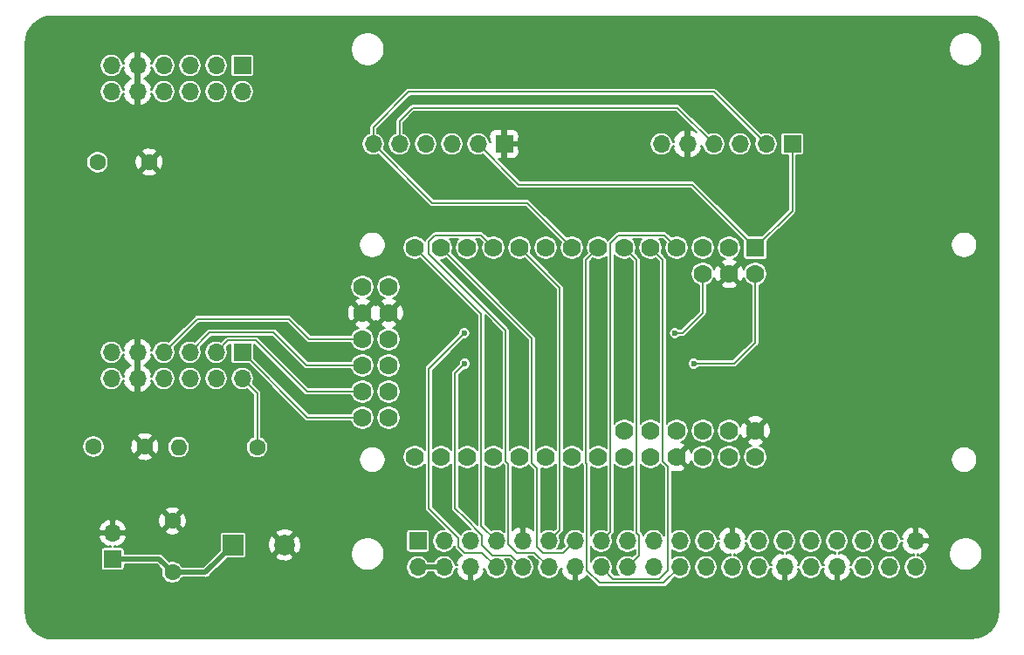
<source format=gtl>
G04 #@! TF.GenerationSoftware,KiCad,Pcbnew,5.1.9-1.fc33*
G04 #@! TF.CreationDate,2021-01-30T14:56:45-05:00*
G04 #@! TF.ProjectId,cyc1000_pidp-11_shim,63796331-3030-4305-9f70-6964702d3131,1*
G04 #@! TF.SameCoordinates,Original*
G04 #@! TF.FileFunction,Copper,L1,Top*
G04 #@! TF.FilePolarity,Positive*
%FSLAX46Y46*%
G04 Gerber Fmt 4.6, Leading zero omitted, Abs format (unit mm)*
G04 Created by KiCad (PCBNEW 5.1.9-1.fc33) date 2021-01-30 14:56:45*
%MOMM*%
%LPD*%
G01*
G04 APERTURE LIST*
G04 #@! TA.AperFunction,ComponentPad*
%ADD10C,1.778000*%
G04 #@! TD*
G04 #@! TA.AperFunction,ComponentPad*
%ADD11R,1.778000X1.778000*%
G04 #@! TD*
G04 #@! TA.AperFunction,ComponentPad*
%ADD12C,0.600000*%
G04 #@! TD*
G04 #@! TA.AperFunction,ComponentPad*
%ADD13R,1.700000X1.700000*%
G04 #@! TD*
G04 #@! TA.AperFunction,ComponentPad*
%ADD14O,1.700000X1.700000*%
G04 #@! TD*
G04 #@! TA.AperFunction,ComponentPad*
%ADD15R,2.000000X2.000000*%
G04 #@! TD*
G04 #@! TA.AperFunction,ComponentPad*
%ADD16C,2.000000*%
G04 #@! TD*
G04 #@! TA.AperFunction,ComponentPad*
%ADD17C,1.600000*%
G04 #@! TD*
G04 #@! TA.AperFunction,ComponentPad*
%ADD18O,1.600000X1.600000*%
G04 #@! TD*
G04 #@! TA.AperFunction,ViaPad*
%ADD19C,0.600000*%
G04 #@! TD*
G04 #@! TA.AperFunction,Conductor*
%ADD20C,0.500000*%
G04 #@! TD*
G04 #@! TA.AperFunction,Conductor*
%ADD21C,0.200000*%
G04 #@! TD*
G04 #@! TA.AperFunction,Conductor*
%ADD22C,0.160000*%
G04 #@! TD*
G04 #@! TA.AperFunction,Conductor*
%ADD23C,0.150000*%
G04 #@! TD*
G04 APERTURE END LIST*
D10*
X232994566Y-128265894D03*
X232994566Y-125725894D03*
X232994566Y-123185894D03*
X232994566Y-120645894D03*
X232994566Y-118105894D03*
X232994566Y-115565894D03*
X235534566Y-128265894D03*
X235534566Y-125725894D03*
X235534566Y-123185894D03*
X235534566Y-120645894D03*
X235534566Y-118105894D03*
X235534566Y-115565894D03*
X238074566Y-132075894D03*
X240614566Y-132075894D03*
X243154566Y-132075894D03*
X245694566Y-132075894D03*
X248234566Y-132075894D03*
X250774566Y-132075894D03*
X253314566Y-132075894D03*
X255854566Y-132075894D03*
X258394566Y-132075894D03*
X260934566Y-132075894D03*
X263474566Y-132075894D03*
X266014566Y-132075894D03*
X268554566Y-132075894D03*
X271094566Y-132075894D03*
X258394566Y-129535894D03*
X260934566Y-129535894D03*
X263474566Y-129535894D03*
X266014566Y-129535894D03*
X268554566Y-129535894D03*
X271094566Y-129535894D03*
X266014566Y-114295894D03*
X268554566Y-114295894D03*
X271094566Y-114295894D03*
X238074566Y-111755894D03*
X240614566Y-111755894D03*
X243154566Y-111755894D03*
X245694566Y-111755894D03*
X248234566Y-111755894D03*
X250774566Y-111755894D03*
X253314566Y-111755894D03*
X255854566Y-111755894D03*
X258394566Y-111755894D03*
X260934566Y-111755894D03*
X263474566Y-111755894D03*
X266014566Y-111755894D03*
D11*
X271094566Y-111755894D03*
D10*
X268554566Y-111755894D03*
D12*
X255700000Y-134920000D03*
X256270000Y-133710000D03*
X260260000Y-134890000D03*
X237210000Y-133910000D03*
X240560000Y-133900000D03*
X242860000Y-133960000D03*
X245240000Y-119290000D03*
X245790000Y-126840000D03*
X248240000Y-126860000D03*
X247390000Y-119430000D03*
X242050000Y-114070000D03*
X250740000Y-126840000D03*
X253500000Y-126860000D03*
X255930000Y-126860000D03*
X258360000Y-126860000D03*
X260910000Y-126860000D03*
X250090000Y-115880000D03*
X253500000Y-115830000D03*
X255930000Y-115810000D03*
X258460000Y-115810000D03*
X260860000Y-115830000D03*
X257280000Y-141590000D03*
X265040000Y-141490000D03*
X245640000Y-134170000D03*
X248340000Y-134230000D03*
X250840000Y-134250000D03*
X253360000Y-134200000D03*
X268080000Y-136290000D03*
X264800000Y-134410000D03*
X258370000Y-134590000D03*
X270810000Y-137260000D03*
X223600000Y-147590000D03*
X239640000Y-146970000D03*
X254640000Y-146820000D03*
X271850000Y-146900000D03*
X286080000Y-146820000D03*
X286190000Y-127470000D03*
X276640000Y-117340000D03*
X203470000Y-135100000D03*
X286240000Y-117380000D03*
X286280000Y-101250000D03*
X280200000Y-92850000D03*
X267020000Y-92810000D03*
X252770000Y-92810000D03*
X241230000Y-92810000D03*
X224290000Y-121190000D03*
X223700000Y-123000000D03*
X217330000Y-119460000D03*
X228650000Y-127020000D03*
X228560000Y-124440000D03*
X203730000Y-121730000D03*
X203690000Y-91600000D03*
X203730000Y-106240000D03*
X213000000Y-106240000D03*
X220870000Y-106240000D03*
X228500000Y-121750000D03*
X224580000Y-115010000D03*
X224530000Y-108290000D03*
X224530000Y-101820000D03*
X223860000Y-95500000D03*
X224410000Y-93710000D03*
X226230000Y-99570000D03*
X226230000Y-104670000D03*
X226200000Y-111620000D03*
X228100000Y-118730000D03*
X230710000Y-118860000D03*
X227920000Y-113340000D03*
X227920000Y-107320000D03*
X227950000Y-102230000D03*
X228000000Y-97210000D03*
X226170000Y-92960000D03*
X206250000Y-147740000D03*
D13*
X274680000Y-101700000D03*
D14*
X272140000Y-101700000D03*
X269600000Y-101700000D03*
X267060000Y-101700000D03*
X264520000Y-101700000D03*
X261980000Y-101700000D03*
D13*
X221340000Y-121920000D03*
D14*
X221340000Y-124460000D03*
X218800000Y-121920000D03*
X218800000Y-124460000D03*
X216260000Y-121920000D03*
X216260000Y-124460000D03*
X213720000Y-121920000D03*
X213720000Y-124460000D03*
X211180000Y-121920000D03*
X211180000Y-124460000D03*
X208640000Y-121920000D03*
X208640000Y-124460000D03*
D15*
X220440000Y-140620000D03*
D16*
X225440000Y-140620000D03*
D17*
X214570000Y-143280000D03*
X214570000Y-138280000D03*
D13*
X208780000Y-141980000D03*
D14*
X208780000Y-139440000D03*
D13*
X238370000Y-140230000D03*
D14*
X238370000Y-142770000D03*
X240910000Y-140230000D03*
X240910000Y-142770000D03*
X243450000Y-140230000D03*
X243450000Y-142770000D03*
X245990000Y-140230000D03*
X245990000Y-142770000D03*
X248530000Y-140230000D03*
X248530000Y-142770000D03*
X251070000Y-140230000D03*
X251070000Y-142770000D03*
X253610000Y-140230000D03*
X253610000Y-142770000D03*
X256150000Y-140230000D03*
X256150000Y-142770000D03*
X258690000Y-140230000D03*
X258690000Y-142770000D03*
X261230000Y-140230000D03*
X261230000Y-142770000D03*
X263770000Y-140230000D03*
X263770000Y-142770000D03*
X266310000Y-140230000D03*
X266310000Y-142770000D03*
X268850000Y-140230000D03*
X268850000Y-142770000D03*
X271390000Y-140230000D03*
X271390000Y-142770000D03*
X273930000Y-140230000D03*
X273930000Y-142770000D03*
X276470000Y-140230000D03*
X276470000Y-142770000D03*
X279010000Y-140230000D03*
X279010000Y-142770000D03*
X281550000Y-140230000D03*
X281550000Y-142770000D03*
X284090000Y-140230000D03*
X284090000Y-142770000D03*
X286630000Y-140230000D03*
X286630000Y-142770000D03*
D17*
X222780000Y-131130000D03*
D18*
X215160000Y-131130000D03*
D14*
X208640000Y-96620000D03*
X208640000Y-94080000D03*
X211180000Y-96620000D03*
X211180000Y-94080000D03*
X213720000Y-96620000D03*
X213720000Y-94080000D03*
X216260000Y-96620000D03*
X216260000Y-94080000D03*
X218800000Y-96620000D03*
X218800000Y-94080000D03*
X221340000Y-96620000D03*
D13*
X221340000Y-94080000D03*
D14*
X234040000Y-101700000D03*
X236580000Y-101700000D03*
X239120000Y-101700000D03*
X241660000Y-101700000D03*
X244200000Y-101700000D03*
D13*
X246740000Y-101700000D03*
D17*
X207300000Y-103460000D03*
X212300000Y-103460000D03*
X211890000Y-131080000D03*
X206890000Y-131080000D03*
D19*
X242870000Y-120060000D03*
X263300000Y-120060000D03*
X242920000Y-123020000D03*
X265130000Y-123020000D03*
D20*
X213270000Y-141980000D02*
X214570000Y-143280000D01*
X208780000Y-141980000D02*
X213270000Y-141980000D01*
X217780000Y-143280000D02*
X220440000Y-140620000D01*
X214570000Y-143280000D02*
X217780000Y-143280000D01*
X238370000Y-142770000D02*
X240910000Y-142770000D01*
D21*
X244505565Y-118186893D02*
X238074566Y-111755894D01*
X244505565Y-138745565D02*
X244505565Y-118186893D01*
X245990000Y-140230000D02*
X244505565Y-138745565D01*
X236580000Y-101700000D02*
X236580000Y-99480000D01*
X236580000Y-99480000D02*
X237860000Y-98200000D01*
X263560000Y-98200000D02*
X267060000Y-101700000D01*
X237860000Y-98200000D02*
X263560000Y-98200000D01*
X242299999Y-140782001D02*
X242299999Y-139929999D01*
X242897999Y-141380001D02*
X242299999Y-140782001D01*
X244600001Y-141380001D02*
X242897999Y-141380001D01*
X245990000Y-142770000D02*
X244600001Y-141380001D01*
X239425565Y-137055565D02*
X239425565Y-123504435D01*
X242299999Y-139929999D02*
X239425565Y-137055565D01*
X239425565Y-123504435D02*
X242870000Y-120060000D01*
X263300000Y-120060000D02*
X264030000Y-120060000D01*
X266014566Y-118075434D02*
X266014566Y-114295894D01*
X264030000Y-120060000D02*
X266014566Y-118075434D01*
X244600001Y-139677999D02*
X242962002Y-138040000D01*
X244600001Y-140620001D02*
X244600001Y-139677999D01*
X245599999Y-141619999D02*
X244600001Y-140620001D01*
X247379999Y-141619999D02*
X245599999Y-141619999D01*
X248530000Y-142770000D02*
X247379999Y-141619999D01*
X241965565Y-137043563D02*
X241965565Y-123974435D01*
X242962002Y-138040000D02*
X241965565Y-137043563D01*
X241965565Y-123974435D02*
X242920000Y-123020000D01*
X271094566Y-120985434D02*
X271094566Y-114295894D01*
X269060000Y-123020000D02*
X271094566Y-120985434D01*
X265130000Y-123020000D02*
X269060000Y-123020000D01*
X252125565Y-139174435D02*
X251070000Y-140230000D01*
X252125565Y-115646893D02*
X252125565Y-139174435D01*
X248234566Y-111755894D02*
X252125565Y-115646893D01*
X240043845Y-110566893D02*
X244505565Y-110566893D01*
X239425565Y-111185173D02*
X240043845Y-110566893D01*
X239425565Y-112326615D02*
X239425565Y-111185173D01*
X244505565Y-110566893D02*
X245694566Y-111755894D01*
X246883567Y-119784617D02*
X239425565Y-112326615D01*
X246883567Y-132484617D02*
X246883567Y-119784617D01*
X247140001Y-132741051D02*
X246883567Y-132484617D01*
X247140001Y-140542003D02*
X247140001Y-132741051D01*
X247977999Y-141380001D02*
X247140001Y-140542003D01*
X249680001Y-141380001D02*
X247977999Y-141380001D01*
X251070000Y-142770000D02*
X249680001Y-141380001D01*
X249423567Y-120564895D02*
X240614566Y-111755894D01*
X249423567Y-132663567D02*
X249423567Y-120564895D01*
X249919999Y-133159999D02*
X249423567Y-132663567D01*
X249919999Y-140782001D02*
X249919999Y-133159999D01*
X250517999Y-141380001D02*
X249919999Y-140782001D01*
X252459999Y-141380001D02*
X250517999Y-141380001D01*
X253610000Y-140230000D02*
X252459999Y-141380001D01*
X262285565Y-110566893D02*
X263474566Y-111755894D01*
X257823845Y-110566893D02*
X262285565Y-110566893D01*
X257043567Y-111347171D02*
X257823845Y-110566893D01*
X257043567Y-139336433D02*
X257043567Y-111347171D01*
X256150000Y-140230000D02*
X257043567Y-139336433D01*
X262123567Y-132484617D02*
X262123567Y-112944895D01*
X262123567Y-112944895D02*
X260934566Y-111755894D01*
X262619999Y-132981049D02*
X262123567Y-132484617D01*
X262619999Y-143082003D02*
X262619999Y-132981049D01*
X261782001Y-143920001D02*
X262619999Y-143082003D01*
X257300001Y-143920001D02*
X261782001Y-143920001D01*
X256150000Y-142770000D02*
X257300001Y-143920001D01*
X259840001Y-141619999D02*
X258690000Y-142770000D01*
X259840001Y-139677999D02*
X259840001Y-141619999D01*
X259583567Y-139421565D02*
X259840001Y-139677999D01*
X259583567Y-112944895D02*
X259583567Y-139421565D01*
X258394566Y-111755894D02*
X259583567Y-112944895D01*
X254665565Y-112944895D02*
X255854566Y-111755894D01*
X254665565Y-132646615D02*
X254665565Y-112944895D01*
X254760001Y-132741051D02*
X254665565Y-132646615D01*
X254760001Y-143082003D02*
X254760001Y-132741051D01*
X255998010Y-144320012D02*
X254760001Y-143082003D01*
X262219988Y-144320012D02*
X255998010Y-144320012D01*
X263770000Y-142770000D02*
X262219988Y-144320012D01*
X274680000Y-108170460D02*
X271094566Y-111755894D01*
X274680000Y-101700000D02*
X274680000Y-108170460D01*
X271094566Y-111755894D02*
X264968672Y-105630000D01*
X248130000Y-105630000D02*
X244200000Y-101700000D01*
X264968672Y-105630000D02*
X248130000Y-105630000D01*
X253314566Y-111755894D02*
X248978672Y-107420000D01*
X239760000Y-107420000D02*
X234040000Y-101700000D01*
X248978672Y-107420000D02*
X239760000Y-107420000D01*
X234040000Y-101700000D02*
X234040000Y-100070000D01*
X234040000Y-100070000D02*
X237460000Y-96650000D01*
X267090000Y-96650000D02*
X272140000Y-101700000D01*
X237460000Y-96650000D02*
X267090000Y-96650000D01*
X213720000Y-121920000D02*
X216970000Y-118670000D01*
X216970000Y-118670000D02*
X225830000Y-118670000D01*
X227805894Y-120645894D02*
X232994566Y-120645894D01*
X225830000Y-118670000D02*
X227805894Y-120645894D01*
X216260000Y-121920000D02*
X218200000Y-119980000D01*
X218200000Y-119980000D02*
X224380000Y-119980000D01*
X227585894Y-123185894D02*
X232994566Y-123185894D01*
X224380000Y-119980000D02*
X227585894Y-123185894D01*
X219950001Y-120769999D02*
X222659999Y-120769999D01*
X218800000Y-121920000D02*
X219950001Y-120769999D01*
X227615894Y-125725894D02*
X232994566Y-125725894D01*
X222659999Y-120769999D02*
X227615894Y-125725894D01*
X222780000Y-125900000D02*
X221340000Y-124460000D01*
X222780000Y-131130000D02*
X222780000Y-125900000D01*
X227685894Y-128265894D02*
X221340000Y-121920000D01*
X232994566Y-128265894D02*
X227685894Y-128265894D01*
D22*
X292526104Y-89342976D02*
X293032171Y-89495766D01*
X293498920Y-89743940D01*
X293908578Y-90078049D01*
X294245540Y-90485366D01*
X294496965Y-90950369D01*
X294653288Y-91455363D01*
X294709980Y-91994757D01*
X294710001Y-92000724D01*
X294710000Y-146985816D01*
X294657024Y-147526104D01*
X294504234Y-148032171D01*
X294256058Y-148498921D01*
X293921949Y-148908580D01*
X293514634Y-149245540D01*
X293049630Y-149496966D01*
X292544638Y-149653288D01*
X292005243Y-149709980D01*
X291999563Y-149710000D01*
X203014184Y-149710000D01*
X202473896Y-149657024D01*
X201967829Y-149504234D01*
X201501079Y-149256058D01*
X201091420Y-148921949D01*
X200754460Y-148514634D01*
X200503034Y-148049630D01*
X200346712Y-147544638D01*
X200290020Y-147005243D01*
X200290000Y-146999563D01*
X200290000Y-139835158D01*
X207397360Y-139835158D01*
X207410833Y-139879594D01*
X207522902Y-140138259D01*
X207683280Y-140370090D01*
X207885805Y-140566178D01*
X208122693Y-140718988D01*
X208384841Y-140822647D01*
X208605998Y-140720442D01*
X208605998Y-140848646D01*
X207930000Y-140848646D01*
X207875111Y-140854052D01*
X207822330Y-140870063D01*
X207773688Y-140896063D01*
X207731053Y-140931053D01*
X207696063Y-140973688D01*
X207670063Y-141022330D01*
X207654052Y-141075111D01*
X207648646Y-141130000D01*
X207648646Y-142830000D01*
X207654052Y-142884889D01*
X207670063Y-142937670D01*
X207696063Y-142986312D01*
X207731053Y-143028947D01*
X207773688Y-143063937D01*
X207822330Y-143089937D01*
X207875111Y-143105948D01*
X207930000Y-143111354D01*
X209630000Y-143111354D01*
X209684889Y-143105948D01*
X209737670Y-143089937D01*
X209786312Y-143063937D01*
X209828947Y-143028947D01*
X209863937Y-142986312D01*
X209889937Y-142937670D01*
X209905948Y-142884889D01*
X209911354Y-142830000D01*
X209911354Y-142510000D01*
X213050468Y-142510000D01*
X213527180Y-142986712D01*
X213490000Y-143173629D01*
X213490000Y-143386371D01*
X213531503Y-143595024D01*
X213612916Y-143791572D01*
X213731109Y-143968460D01*
X213881540Y-144118891D01*
X214058428Y-144237084D01*
X214254976Y-144318497D01*
X214463629Y-144360000D01*
X214676371Y-144360000D01*
X214885024Y-144318497D01*
X215081572Y-144237084D01*
X215258460Y-144118891D01*
X215408891Y-143968460D01*
X215514771Y-143810000D01*
X217753967Y-143810000D01*
X217780000Y-143812564D01*
X217883898Y-143802331D01*
X217983803Y-143772025D01*
X218075877Y-143722811D01*
X218156580Y-143656580D01*
X218173183Y-143636349D01*
X219908179Y-141901354D01*
X221440000Y-141901354D01*
X221494889Y-141895948D01*
X221547670Y-141879937D01*
X221596312Y-141853937D01*
X221638947Y-141818947D01*
X221673937Y-141776312D01*
X221682658Y-141759995D01*
X224546078Y-141759995D01*
X224648442Y-142005512D01*
X224933951Y-142133315D01*
X225238908Y-142202962D01*
X225551592Y-142211777D01*
X225859988Y-142159422D01*
X226152245Y-142047906D01*
X226231558Y-142005512D01*
X226333922Y-141759995D01*
X225440000Y-140866073D01*
X224546078Y-141759995D01*
X221682658Y-141759995D01*
X221699937Y-141727670D01*
X221715948Y-141674889D01*
X221721354Y-141620000D01*
X221721354Y-140731592D01*
X223848223Y-140731592D01*
X223900578Y-141039988D01*
X224012094Y-141332245D01*
X224054488Y-141411558D01*
X224300005Y-141513922D01*
X225193927Y-140620000D01*
X225686073Y-140620000D01*
X226579995Y-141513922D01*
X226825512Y-141411558D01*
X226857785Y-141339459D01*
X231870000Y-141339459D01*
X231870000Y-141660541D01*
X231932640Y-141975453D01*
X232055513Y-142272095D01*
X232233896Y-142539065D01*
X232460935Y-142766104D01*
X232727905Y-142944487D01*
X233024547Y-143067360D01*
X233339459Y-143130000D01*
X233660541Y-143130000D01*
X233975453Y-143067360D01*
X234272095Y-142944487D01*
X234539065Y-142766104D01*
X234766104Y-142539065D01*
X234944487Y-142272095D01*
X235067360Y-141975453D01*
X235130000Y-141660541D01*
X235130000Y-141339459D01*
X235067360Y-141024547D01*
X234944487Y-140727905D01*
X234766104Y-140460935D01*
X234539065Y-140233896D01*
X234272095Y-140055513D01*
X233975453Y-139932640D01*
X233660541Y-139870000D01*
X233339459Y-139870000D01*
X233024547Y-139932640D01*
X232727905Y-140055513D01*
X232460935Y-140233896D01*
X232233896Y-140460935D01*
X232055513Y-140727905D01*
X231932640Y-141024547D01*
X231870000Y-141339459D01*
X226857785Y-141339459D01*
X226953315Y-141126049D01*
X227022962Y-140821092D01*
X227031777Y-140508408D01*
X226979422Y-140200012D01*
X226867906Y-139907755D01*
X226825512Y-139828442D01*
X226579995Y-139726078D01*
X225686073Y-140620000D01*
X225193927Y-140620000D01*
X224300005Y-139726078D01*
X224054488Y-139828442D01*
X223926685Y-140113951D01*
X223857038Y-140418908D01*
X223848223Y-140731592D01*
X221721354Y-140731592D01*
X221721354Y-139620000D01*
X221715948Y-139565111D01*
X221699937Y-139512330D01*
X221682659Y-139480005D01*
X224546078Y-139480005D01*
X225440000Y-140373927D01*
X226333922Y-139480005D01*
X226292227Y-139380000D01*
X237238646Y-139380000D01*
X237238646Y-141080000D01*
X237244052Y-141134889D01*
X237260063Y-141187670D01*
X237286063Y-141236312D01*
X237321053Y-141278947D01*
X237363688Y-141313937D01*
X237412330Y-141339937D01*
X237465111Y-141355948D01*
X237520000Y-141361354D01*
X239220000Y-141361354D01*
X239274889Y-141355948D01*
X239327670Y-141339937D01*
X239376312Y-141313937D01*
X239418947Y-141278947D01*
X239453937Y-141236312D01*
X239479937Y-141187670D01*
X239495948Y-141134889D01*
X239501354Y-141080000D01*
X239501354Y-139380000D01*
X239495948Y-139325111D01*
X239479937Y-139272330D01*
X239453937Y-139223688D01*
X239418947Y-139181053D01*
X239376312Y-139146063D01*
X239327670Y-139120063D01*
X239274889Y-139104052D01*
X239220000Y-139098646D01*
X237520000Y-139098646D01*
X237465111Y-139104052D01*
X237412330Y-139120063D01*
X237363688Y-139146063D01*
X237321053Y-139181053D01*
X237286063Y-139223688D01*
X237260063Y-139272330D01*
X237244052Y-139325111D01*
X237238646Y-139380000D01*
X226292227Y-139380000D01*
X226231558Y-139234488D01*
X225946049Y-139106685D01*
X225641092Y-139037038D01*
X225328408Y-139028223D01*
X225020012Y-139080578D01*
X224727755Y-139192094D01*
X224648442Y-139234488D01*
X224546078Y-139480005D01*
X221682659Y-139480005D01*
X221673937Y-139463688D01*
X221638947Y-139421053D01*
X221596312Y-139386063D01*
X221547670Y-139360063D01*
X221494889Y-139344052D01*
X221440000Y-139338646D01*
X219440000Y-139338646D01*
X219385111Y-139344052D01*
X219332330Y-139360063D01*
X219283688Y-139386063D01*
X219241053Y-139421053D01*
X219206063Y-139463688D01*
X219180063Y-139512330D01*
X219164052Y-139565111D01*
X219158646Y-139620000D01*
X219158646Y-141151821D01*
X217560468Y-142750000D01*
X215514771Y-142750000D01*
X215408891Y-142591540D01*
X215258460Y-142441109D01*
X215081572Y-142322916D01*
X214885024Y-142241503D01*
X214676371Y-142200000D01*
X214463629Y-142200000D01*
X214276712Y-142237180D01*
X213663183Y-141623651D01*
X213646580Y-141603420D01*
X213565877Y-141537189D01*
X213473803Y-141487975D01*
X213373898Y-141457669D01*
X213296033Y-141450000D01*
X213270000Y-141447436D01*
X213243967Y-141450000D01*
X209911354Y-141450000D01*
X209911354Y-141130000D01*
X209905948Y-141075111D01*
X209889937Y-141022330D01*
X209863937Y-140973688D01*
X209828947Y-140931053D01*
X209786312Y-140896063D01*
X209737670Y-140870063D01*
X209684889Y-140854052D01*
X209630000Y-140848646D01*
X208954002Y-140848646D01*
X208954002Y-140720442D01*
X209175159Y-140822647D01*
X209437307Y-140718988D01*
X209674195Y-140566178D01*
X209876720Y-140370090D01*
X210037098Y-140138259D01*
X210149167Y-139879594D01*
X210162640Y-139835158D01*
X210059220Y-139614000D01*
X208954000Y-139614000D01*
X208954000Y-139634000D01*
X208606000Y-139634000D01*
X208606000Y-139614000D01*
X207500780Y-139614000D01*
X207397360Y-139835158D01*
X200290000Y-139835158D01*
X200290000Y-139276684D01*
X213819389Y-139276684D01*
X213897380Y-139501808D01*
X214148668Y-139609553D01*
X214416146Y-139666204D01*
X214689538Y-139669584D01*
X214958335Y-139619562D01*
X215212209Y-139518063D01*
X215242620Y-139501808D01*
X215320611Y-139276684D01*
X214570000Y-138526073D01*
X213819389Y-139276684D01*
X200290000Y-139276684D01*
X200290000Y-139044842D01*
X207397360Y-139044842D01*
X207500780Y-139266000D01*
X208606000Y-139266000D01*
X208606000Y-138159559D01*
X208954000Y-138159559D01*
X208954000Y-139266000D01*
X210059220Y-139266000D01*
X210162640Y-139044842D01*
X210149167Y-139000406D01*
X210037098Y-138741741D01*
X209876720Y-138509910D01*
X209762725Y-138399538D01*
X213180416Y-138399538D01*
X213230438Y-138668335D01*
X213331937Y-138922209D01*
X213348192Y-138952620D01*
X213573316Y-139030611D01*
X214323927Y-138280000D01*
X214816073Y-138280000D01*
X215566684Y-139030611D01*
X215791808Y-138952620D01*
X215899553Y-138701332D01*
X215956204Y-138433854D01*
X215959584Y-138160462D01*
X215909562Y-137891665D01*
X215808063Y-137637791D01*
X215791808Y-137607380D01*
X215566684Y-137529389D01*
X214816073Y-138280000D01*
X214323927Y-138280000D01*
X213573316Y-137529389D01*
X213348192Y-137607380D01*
X213240447Y-137858668D01*
X213183796Y-138126146D01*
X213180416Y-138399538D01*
X209762725Y-138399538D01*
X209674195Y-138313822D01*
X209437307Y-138161012D01*
X209175159Y-138057353D01*
X208954000Y-138159559D01*
X208606000Y-138159559D01*
X208384841Y-138057353D01*
X208122693Y-138161012D01*
X207885805Y-138313822D01*
X207683280Y-138509910D01*
X207522902Y-138741741D01*
X207410833Y-139000406D01*
X207397360Y-139044842D01*
X200290000Y-139044842D01*
X200290000Y-137283316D01*
X213819389Y-137283316D01*
X214570000Y-138033927D01*
X215320611Y-137283316D01*
X215242620Y-137058192D01*
X214991332Y-136950447D01*
X214723854Y-136893796D01*
X214450462Y-136890416D01*
X214181665Y-136940438D01*
X213927791Y-137041937D01*
X213897380Y-137058192D01*
X213819389Y-137283316D01*
X200290000Y-137283316D01*
X200290000Y-130973629D01*
X205810000Y-130973629D01*
X205810000Y-131186371D01*
X205851503Y-131395024D01*
X205932916Y-131591572D01*
X206051109Y-131768460D01*
X206201540Y-131918891D01*
X206378428Y-132037084D01*
X206574976Y-132118497D01*
X206783629Y-132160000D01*
X206996371Y-132160000D01*
X207205024Y-132118497D01*
X207305969Y-132076684D01*
X211139389Y-132076684D01*
X211217380Y-132301808D01*
X211468668Y-132409553D01*
X211736146Y-132466204D01*
X212009538Y-132469584D01*
X212278335Y-132419562D01*
X212532209Y-132318063D01*
X212562620Y-132301808D01*
X212592957Y-132214239D01*
X232679766Y-132214239D01*
X232679766Y-132466377D01*
X232728956Y-132713670D01*
X232825445Y-132946615D01*
X232965525Y-133156260D01*
X233143814Y-133334549D01*
X233353459Y-133474629D01*
X233586404Y-133571118D01*
X233833697Y-133620308D01*
X234085835Y-133620308D01*
X234333128Y-133571118D01*
X234566073Y-133474629D01*
X234775718Y-133334549D01*
X234954007Y-133156260D01*
X235094087Y-132946615D01*
X235190576Y-132713670D01*
X235239766Y-132466377D01*
X235239766Y-132214239D01*
X235190576Y-131966946D01*
X235094087Y-131734001D01*
X234954007Y-131524356D01*
X234775718Y-131346067D01*
X234566073Y-131205987D01*
X234333128Y-131109498D01*
X234085835Y-131060308D01*
X233833697Y-131060308D01*
X233586404Y-131109498D01*
X233353459Y-131205987D01*
X233143814Y-131346067D01*
X232965525Y-131524356D01*
X232825445Y-131734001D01*
X232728956Y-131966946D01*
X232679766Y-132214239D01*
X212592957Y-132214239D01*
X212640611Y-132076684D01*
X211890000Y-131326073D01*
X211139389Y-132076684D01*
X207305969Y-132076684D01*
X207401572Y-132037084D01*
X207578460Y-131918891D01*
X207728891Y-131768460D01*
X207847084Y-131591572D01*
X207928497Y-131395024D01*
X207967380Y-131199538D01*
X210500416Y-131199538D01*
X210550438Y-131468335D01*
X210651937Y-131722209D01*
X210668192Y-131752620D01*
X210893316Y-131830611D01*
X211643927Y-131080000D01*
X212136073Y-131080000D01*
X212886684Y-131830611D01*
X213111808Y-131752620D01*
X213219553Y-131501332D01*
X213276204Y-131233854D01*
X213278803Y-131023629D01*
X214080000Y-131023629D01*
X214080000Y-131236371D01*
X214121503Y-131445024D01*
X214202916Y-131641572D01*
X214321109Y-131818460D01*
X214471540Y-131968891D01*
X214648428Y-132087084D01*
X214844976Y-132168497D01*
X215053629Y-132210000D01*
X215266371Y-132210000D01*
X215475024Y-132168497D01*
X215671572Y-132087084D01*
X215848460Y-131968891D01*
X215998891Y-131818460D01*
X216117084Y-131641572D01*
X216198497Y-131445024D01*
X216240000Y-131236371D01*
X216240000Y-131023629D01*
X216198497Y-130814976D01*
X216117084Y-130618428D01*
X215998891Y-130441540D01*
X215848460Y-130291109D01*
X215671572Y-130172916D01*
X215475024Y-130091503D01*
X215266371Y-130050000D01*
X215053629Y-130050000D01*
X214844976Y-130091503D01*
X214648428Y-130172916D01*
X214471540Y-130291109D01*
X214321109Y-130441540D01*
X214202916Y-130618428D01*
X214121503Y-130814976D01*
X214080000Y-131023629D01*
X213278803Y-131023629D01*
X213279584Y-130960462D01*
X213229562Y-130691665D01*
X213128063Y-130437791D01*
X213111808Y-130407380D01*
X212886684Y-130329389D01*
X212136073Y-131080000D01*
X211643927Y-131080000D01*
X210893316Y-130329389D01*
X210668192Y-130407380D01*
X210560447Y-130658668D01*
X210503796Y-130926146D01*
X210500416Y-131199538D01*
X207967380Y-131199538D01*
X207970000Y-131186371D01*
X207970000Y-130973629D01*
X207928497Y-130764976D01*
X207847084Y-130568428D01*
X207728891Y-130391540D01*
X207578460Y-130241109D01*
X207401572Y-130122916D01*
X207305970Y-130083316D01*
X211139389Y-130083316D01*
X211890000Y-130833927D01*
X212640611Y-130083316D01*
X212562620Y-129858192D01*
X212311332Y-129750447D01*
X212043854Y-129693796D01*
X211770462Y-129690416D01*
X211501665Y-129740438D01*
X211247791Y-129841937D01*
X211217380Y-129858192D01*
X211139389Y-130083316D01*
X207305970Y-130083316D01*
X207205024Y-130041503D01*
X206996371Y-130000000D01*
X206783629Y-130000000D01*
X206574976Y-130041503D01*
X206378428Y-130122916D01*
X206201540Y-130241109D01*
X206051109Y-130391540D01*
X205932916Y-130568428D01*
X205851503Y-130764976D01*
X205810000Y-130973629D01*
X200290000Y-130973629D01*
X200290000Y-121808705D01*
X207510000Y-121808705D01*
X207510000Y-122031295D01*
X207553425Y-122249609D01*
X207638607Y-122455256D01*
X207762271Y-122640333D01*
X207919667Y-122797729D01*
X208104744Y-122921393D01*
X208310391Y-123006575D01*
X208528705Y-123050000D01*
X208751295Y-123050000D01*
X208969609Y-123006575D01*
X209175256Y-122921393D01*
X209360333Y-122797729D01*
X209517729Y-122640333D01*
X209641393Y-122455256D01*
X209726575Y-122249609D01*
X209757527Y-122094002D01*
X209899558Y-122094002D01*
X209797353Y-122315159D01*
X209901012Y-122577307D01*
X210053822Y-122814195D01*
X210249910Y-123016720D01*
X210481741Y-123177098D01*
X210511520Y-123190000D01*
X210481741Y-123202902D01*
X210249910Y-123363280D01*
X210053822Y-123565805D01*
X209901012Y-123802693D01*
X209797353Y-124064841D01*
X209899558Y-124285998D01*
X209757527Y-124285998D01*
X209726575Y-124130391D01*
X209641393Y-123924744D01*
X209517729Y-123739667D01*
X209360333Y-123582271D01*
X209175256Y-123458607D01*
X208969609Y-123373425D01*
X208751295Y-123330000D01*
X208528705Y-123330000D01*
X208310391Y-123373425D01*
X208104744Y-123458607D01*
X207919667Y-123582271D01*
X207762271Y-123739667D01*
X207638607Y-123924744D01*
X207553425Y-124130391D01*
X207510000Y-124348705D01*
X207510000Y-124571295D01*
X207553425Y-124789609D01*
X207638607Y-124995256D01*
X207762271Y-125180333D01*
X207919667Y-125337729D01*
X208104744Y-125461393D01*
X208310391Y-125546575D01*
X208528705Y-125590000D01*
X208751295Y-125590000D01*
X208969609Y-125546575D01*
X209175256Y-125461393D01*
X209360333Y-125337729D01*
X209517729Y-125180333D01*
X209641393Y-124995256D01*
X209726575Y-124789609D01*
X209757527Y-124634002D01*
X209899558Y-124634002D01*
X209797353Y-124855159D01*
X209901012Y-125117307D01*
X210053822Y-125354195D01*
X210249910Y-125556720D01*
X210481741Y-125717098D01*
X210740406Y-125829167D01*
X210784842Y-125842640D01*
X211006000Y-125739220D01*
X211006000Y-124634000D01*
X210986000Y-124634000D01*
X210986000Y-124286000D01*
X211006000Y-124286000D01*
X211006000Y-122094000D01*
X210986000Y-122094000D01*
X210986000Y-121746000D01*
X211006000Y-121746000D01*
X211006000Y-120640780D01*
X211354000Y-120640780D01*
X211354000Y-121746000D01*
X211374000Y-121746000D01*
X211374000Y-122094000D01*
X211354000Y-122094000D01*
X211354000Y-124286000D01*
X211374000Y-124286000D01*
X211374000Y-124634000D01*
X211354000Y-124634000D01*
X211354000Y-125739220D01*
X211575158Y-125842640D01*
X211619594Y-125829167D01*
X211878259Y-125717098D01*
X212110090Y-125556720D01*
X212306178Y-125354195D01*
X212458988Y-125117307D01*
X212562647Y-124855159D01*
X212460442Y-124634002D01*
X212602473Y-124634002D01*
X212633425Y-124789609D01*
X212718607Y-124995256D01*
X212842271Y-125180333D01*
X212999667Y-125337729D01*
X213184744Y-125461393D01*
X213390391Y-125546575D01*
X213608705Y-125590000D01*
X213831295Y-125590000D01*
X214049609Y-125546575D01*
X214255256Y-125461393D01*
X214440333Y-125337729D01*
X214597729Y-125180333D01*
X214721393Y-124995256D01*
X214806575Y-124789609D01*
X214850000Y-124571295D01*
X214850000Y-124348705D01*
X215130000Y-124348705D01*
X215130000Y-124571295D01*
X215173425Y-124789609D01*
X215258607Y-124995256D01*
X215382271Y-125180333D01*
X215539667Y-125337729D01*
X215724744Y-125461393D01*
X215930391Y-125546575D01*
X216148705Y-125590000D01*
X216371295Y-125590000D01*
X216589609Y-125546575D01*
X216795256Y-125461393D01*
X216980333Y-125337729D01*
X217137729Y-125180333D01*
X217261393Y-124995256D01*
X217346575Y-124789609D01*
X217390000Y-124571295D01*
X217390000Y-124348705D01*
X217670000Y-124348705D01*
X217670000Y-124571295D01*
X217713425Y-124789609D01*
X217798607Y-124995256D01*
X217922271Y-125180333D01*
X218079667Y-125337729D01*
X218264744Y-125461393D01*
X218470391Y-125546575D01*
X218688705Y-125590000D01*
X218911295Y-125590000D01*
X219129609Y-125546575D01*
X219335256Y-125461393D01*
X219520333Y-125337729D01*
X219677729Y-125180333D01*
X219801393Y-124995256D01*
X219886575Y-124789609D01*
X219930000Y-124571295D01*
X219930000Y-124348705D01*
X220210000Y-124348705D01*
X220210000Y-124571295D01*
X220253425Y-124789609D01*
X220338607Y-124995256D01*
X220462271Y-125180333D01*
X220619667Y-125337729D01*
X220804744Y-125461393D01*
X221010391Y-125546575D01*
X221228705Y-125590000D01*
X221451295Y-125590000D01*
X221669609Y-125546575D01*
X221824865Y-125482266D01*
X222400001Y-126057402D01*
X222400000Y-130118417D01*
X222268428Y-130172916D01*
X222091540Y-130291109D01*
X221941109Y-130441540D01*
X221822916Y-130618428D01*
X221741503Y-130814976D01*
X221700000Y-131023629D01*
X221700000Y-131236371D01*
X221741503Y-131445024D01*
X221822916Y-131641572D01*
X221941109Y-131818460D01*
X222091540Y-131968891D01*
X222268428Y-132087084D01*
X222464976Y-132168497D01*
X222673629Y-132210000D01*
X222886371Y-132210000D01*
X223095024Y-132168497D01*
X223291572Y-132087084D01*
X223468460Y-131968891D01*
X223618891Y-131818460D01*
X223737084Y-131641572D01*
X223818497Y-131445024D01*
X223860000Y-131236371D01*
X223860000Y-131023629D01*
X223818497Y-130814976D01*
X223737084Y-130618428D01*
X223618891Y-130441540D01*
X223468460Y-130291109D01*
X223291572Y-130172916D01*
X223160000Y-130118417D01*
X223160000Y-125918654D01*
X223161837Y-125900000D01*
X223160000Y-125881346D01*
X223160000Y-125881339D01*
X223154501Y-125825507D01*
X223132772Y-125753877D01*
X223097487Y-125687862D01*
X223050000Y-125630000D01*
X223035505Y-125618104D01*
X222362266Y-124944865D01*
X222426575Y-124789609D01*
X222470000Y-124571295D01*
X222470000Y-124348705D01*
X222426575Y-124130391D01*
X222341393Y-123924744D01*
X222217729Y-123739667D01*
X222060333Y-123582271D01*
X221875256Y-123458607D01*
X221669609Y-123373425D01*
X221451295Y-123330000D01*
X221228705Y-123330000D01*
X221010391Y-123373425D01*
X220804744Y-123458607D01*
X220619667Y-123582271D01*
X220462271Y-123739667D01*
X220338607Y-123924744D01*
X220253425Y-124130391D01*
X220210000Y-124348705D01*
X219930000Y-124348705D01*
X219886575Y-124130391D01*
X219801393Y-123924744D01*
X219677729Y-123739667D01*
X219520333Y-123582271D01*
X219335256Y-123458607D01*
X219129609Y-123373425D01*
X218911295Y-123330000D01*
X218688705Y-123330000D01*
X218470391Y-123373425D01*
X218264744Y-123458607D01*
X218079667Y-123582271D01*
X217922271Y-123739667D01*
X217798607Y-123924744D01*
X217713425Y-124130391D01*
X217670000Y-124348705D01*
X217390000Y-124348705D01*
X217346575Y-124130391D01*
X217261393Y-123924744D01*
X217137729Y-123739667D01*
X216980333Y-123582271D01*
X216795256Y-123458607D01*
X216589609Y-123373425D01*
X216371295Y-123330000D01*
X216148705Y-123330000D01*
X215930391Y-123373425D01*
X215724744Y-123458607D01*
X215539667Y-123582271D01*
X215382271Y-123739667D01*
X215258607Y-123924744D01*
X215173425Y-124130391D01*
X215130000Y-124348705D01*
X214850000Y-124348705D01*
X214806575Y-124130391D01*
X214721393Y-123924744D01*
X214597729Y-123739667D01*
X214440333Y-123582271D01*
X214255256Y-123458607D01*
X214049609Y-123373425D01*
X213831295Y-123330000D01*
X213608705Y-123330000D01*
X213390391Y-123373425D01*
X213184744Y-123458607D01*
X212999667Y-123582271D01*
X212842271Y-123739667D01*
X212718607Y-123924744D01*
X212633425Y-124130391D01*
X212602473Y-124285998D01*
X212460442Y-124285998D01*
X212562647Y-124064841D01*
X212458988Y-123802693D01*
X212306178Y-123565805D01*
X212110090Y-123363280D01*
X211878259Y-123202902D01*
X211848480Y-123190000D01*
X211878259Y-123177098D01*
X212110090Y-123016720D01*
X212306178Y-122814195D01*
X212458988Y-122577307D01*
X212562647Y-122315159D01*
X212460442Y-122094002D01*
X212602473Y-122094002D01*
X212633425Y-122249609D01*
X212718607Y-122455256D01*
X212842271Y-122640333D01*
X212999667Y-122797729D01*
X213184744Y-122921393D01*
X213390391Y-123006575D01*
X213608705Y-123050000D01*
X213831295Y-123050000D01*
X214049609Y-123006575D01*
X214255256Y-122921393D01*
X214440333Y-122797729D01*
X214597729Y-122640333D01*
X214721393Y-122455256D01*
X214806575Y-122249609D01*
X214850000Y-122031295D01*
X214850000Y-121808705D01*
X215130000Y-121808705D01*
X215130000Y-122031295D01*
X215173425Y-122249609D01*
X215258607Y-122455256D01*
X215382271Y-122640333D01*
X215539667Y-122797729D01*
X215724744Y-122921393D01*
X215930391Y-123006575D01*
X216148705Y-123050000D01*
X216371295Y-123050000D01*
X216589609Y-123006575D01*
X216795256Y-122921393D01*
X216980333Y-122797729D01*
X217137729Y-122640333D01*
X217261393Y-122455256D01*
X217346575Y-122249609D01*
X217390000Y-122031295D01*
X217390000Y-121808705D01*
X217670000Y-121808705D01*
X217670000Y-122031295D01*
X217713425Y-122249609D01*
X217798607Y-122455256D01*
X217922271Y-122640333D01*
X218079667Y-122797729D01*
X218264744Y-122921393D01*
X218470391Y-123006575D01*
X218688705Y-123050000D01*
X218911295Y-123050000D01*
X219129609Y-123006575D01*
X219335256Y-122921393D01*
X219520333Y-122797729D01*
X219677729Y-122640333D01*
X219801393Y-122455256D01*
X219886575Y-122249609D01*
X219930000Y-122031295D01*
X219930000Y-121808705D01*
X219886575Y-121590391D01*
X219822266Y-121435135D01*
X220107402Y-121149999D01*
X220208646Y-121149999D01*
X220208646Y-122770000D01*
X220214052Y-122824889D01*
X220230063Y-122877670D01*
X220256063Y-122926312D01*
X220291053Y-122968947D01*
X220333688Y-123003937D01*
X220382330Y-123029937D01*
X220435111Y-123045948D01*
X220490000Y-123051354D01*
X221933954Y-123051354D01*
X227403998Y-128521399D01*
X227415894Y-128535894D01*
X227473756Y-128583381D01*
X227539771Y-128618666D01*
X227589671Y-128633803D01*
X227611400Y-128640395D01*
X227619063Y-128641150D01*
X227667233Y-128645894D01*
X227667239Y-128645894D01*
X227685893Y-128647731D01*
X227704547Y-128645894D01*
X231886651Y-128645894D01*
X231958612Y-128819623D01*
X232086545Y-129011088D01*
X232249372Y-129173915D01*
X232440837Y-129301848D01*
X232653581Y-129389970D01*
X232879430Y-129434894D01*
X233109702Y-129434894D01*
X233335551Y-129389970D01*
X233548295Y-129301848D01*
X233739760Y-129173915D01*
X233902587Y-129011088D01*
X234030520Y-128819623D01*
X234118642Y-128606879D01*
X234163566Y-128381030D01*
X234163566Y-128150758D01*
X234365566Y-128150758D01*
X234365566Y-128381030D01*
X234410490Y-128606879D01*
X234498612Y-128819623D01*
X234626545Y-129011088D01*
X234789372Y-129173915D01*
X234980837Y-129301848D01*
X235193581Y-129389970D01*
X235419430Y-129434894D01*
X235649702Y-129434894D01*
X235875551Y-129389970D01*
X236088295Y-129301848D01*
X236279760Y-129173915D01*
X236442587Y-129011088D01*
X236570520Y-128819623D01*
X236658642Y-128606879D01*
X236703566Y-128381030D01*
X236703566Y-128150758D01*
X236658642Y-127924909D01*
X236570520Y-127712165D01*
X236442587Y-127520700D01*
X236279760Y-127357873D01*
X236088295Y-127229940D01*
X235875551Y-127141818D01*
X235649702Y-127096894D01*
X235419430Y-127096894D01*
X235193581Y-127141818D01*
X234980837Y-127229940D01*
X234789372Y-127357873D01*
X234626545Y-127520700D01*
X234498612Y-127712165D01*
X234410490Y-127924909D01*
X234365566Y-128150758D01*
X234163566Y-128150758D01*
X234118642Y-127924909D01*
X234030520Y-127712165D01*
X233902587Y-127520700D01*
X233739760Y-127357873D01*
X233548295Y-127229940D01*
X233335551Y-127141818D01*
X233109702Y-127096894D01*
X232879430Y-127096894D01*
X232653581Y-127141818D01*
X232440837Y-127229940D01*
X232249372Y-127357873D01*
X232086545Y-127520700D01*
X231958612Y-127712165D01*
X231886651Y-127885894D01*
X227843295Y-127885894D01*
X222471354Y-122513954D01*
X222471354Y-121149999D01*
X222502599Y-121149999D01*
X227333998Y-125981399D01*
X227345894Y-125995894D01*
X227403756Y-126043381D01*
X227469771Y-126078666D01*
X227541401Y-126100395D01*
X227597233Y-126105894D01*
X227597240Y-126105894D01*
X227615894Y-126107731D01*
X227634548Y-126105894D01*
X231886651Y-126105894D01*
X231958612Y-126279623D01*
X232086545Y-126471088D01*
X232249372Y-126633915D01*
X232440837Y-126761848D01*
X232653581Y-126849970D01*
X232879430Y-126894894D01*
X233109702Y-126894894D01*
X233335551Y-126849970D01*
X233548295Y-126761848D01*
X233739760Y-126633915D01*
X233902587Y-126471088D01*
X234030520Y-126279623D01*
X234118642Y-126066879D01*
X234163566Y-125841030D01*
X234163566Y-125610758D01*
X234365566Y-125610758D01*
X234365566Y-125841030D01*
X234410490Y-126066879D01*
X234498612Y-126279623D01*
X234626545Y-126471088D01*
X234789372Y-126633915D01*
X234980837Y-126761848D01*
X235193581Y-126849970D01*
X235419430Y-126894894D01*
X235649702Y-126894894D01*
X235875551Y-126849970D01*
X236088295Y-126761848D01*
X236279760Y-126633915D01*
X236442587Y-126471088D01*
X236570520Y-126279623D01*
X236658642Y-126066879D01*
X236703566Y-125841030D01*
X236703566Y-125610758D01*
X236658642Y-125384909D01*
X236570520Y-125172165D01*
X236442587Y-124980700D01*
X236279760Y-124817873D01*
X236088295Y-124689940D01*
X235875551Y-124601818D01*
X235649702Y-124556894D01*
X235419430Y-124556894D01*
X235193581Y-124601818D01*
X234980837Y-124689940D01*
X234789372Y-124817873D01*
X234626545Y-124980700D01*
X234498612Y-125172165D01*
X234410490Y-125384909D01*
X234365566Y-125610758D01*
X234163566Y-125610758D01*
X234118642Y-125384909D01*
X234030520Y-125172165D01*
X233902587Y-124980700D01*
X233739760Y-124817873D01*
X233548295Y-124689940D01*
X233335551Y-124601818D01*
X233109702Y-124556894D01*
X232879430Y-124556894D01*
X232653581Y-124601818D01*
X232440837Y-124689940D01*
X232249372Y-124817873D01*
X232086545Y-124980700D01*
X231958612Y-125172165D01*
X231886651Y-125345894D01*
X227773295Y-125345894D01*
X222941899Y-120514499D01*
X222929999Y-120499999D01*
X222872137Y-120452512D01*
X222806122Y-120417227D01*
X222734492Y-120395498D01*
X222678660Y-120389999D01*
X222678652Y-120389999D01*
X222659999Y-120388162D01*
X222641346Y-120389999D01*
X219968654Y-120389999D01*
X219950000Y-120388162D01*
X219931346Y-120389999D01*
X219931340Y-120389999D01*
X219883170Y-120394743D01*
X219875507Y-120395498D01*
X219818564Y-120412772D01*
X219803878Y-120417227D01*
X219737863Y-120452512D01*
X219680001Y-120499999D01*
X219668105Y-120514494D01*
X219284865Y-120897734D01*
X219129609Y-120833425D01*
X218911295Y-120790000D01*
X218688705Y-120790000D01*
X218470391Y-120833425D01*
X218264744Y-120918607D01*
X218079667Y-121042271D01*
X217922271Y-121199667D01*
X217798607Y-121384744D01*
X217713425Y-121590391D01*
X217670000Y-121808705D01*
X217390000Y-121808705D01*
X217346575Y-121590391D01*
X217282266Y-121435135D01*
X218357401Y-120360000D01*
X224222600Y-120360000D01*
X227304003Y-123441405D01*
X227315894Y-123455894D01*
X227330383Y-123467785D01*
X227330388Y-123467790D01*
X227333709Y-123470515D01*
X227373756Y-123503381D01*
X227439771Y-123538666D01*
X227511401Y-123560395D01*
X227567233Y-123565894D01*
X227567240Y-123565894D01*
X227585894Y-123567731D01*
X227604548Y-123565894D01*
X231886651Y-123565894D01*
X231958612Y-123739623D01*
X232086545Y-123931088D01*
X232249372Y-124093915D01*
X232440837Y-124221848D01*
X232653581Y-124309970D01*
X232879430Y-124354894D01*
X233109702Y-124354894D01*
X233335551Y-124309970D01*
X233548295Y-124221848D01*
X233739760Y-124093915D01*
X233902587Y-123931088D01*
X234030520Y-123739623D01*
X234118642Y-123526879D01*
X234163566Y-123301030D01*
X234163566Y-123070758D01*
X234365566Y-123070758D01*
X234365566Y-123301030D01*
X234410490Y-123526879D01*
X234498612Y-123739623D01*
X234626545Y-123931088D01*
X234789372Y-124093915D01*
X234980837Y-124221848D01*
X235193581Y-124309970D01*
X235419430Y-124354894D01*
X235649702Y-124354894D01*
X235875551Y-124309970D01*
X236088295Y-124221848D01*
X236279760Y-124093915D01*
X236442587Y-123931088D01*
X236570520Y-123739623D01*
X236658642Y-123526879D01*
X236703566Y-123301030D01*
X236703566Y-123070758D01*
X236658642Y-122844909D01*
X236570520Y-122632165D01*
X236442587Y-122440700D01*
X236279760Y-122277873D01*
X236088295Y-122149940D01*
X235875551Y-122061818D01*
X235649702Y-122016894D01*
X235419430Y-122016894D01*
X235193581Y-122061818D01*
X234980837Y-122149940D01*
X234789372Y-122277873D01*
X234626545Y-122440700D01*
X234498612Y-122632165D01*
X234410490Y-122844909D01*
X234365566Y-123070758D01*
X234163566Y-123070758D01*
X234118642Y-122844909D01*
X234030520Y-122632165D01*
X233902587Y-122440700D01*
X233739760Y-122277873D01*
X233548295Y-122149940D01*
X233335551Y-122061818D01*
X233109702Y-122016894D01*
X232879430Y-122016894D01*
X232653581Y-122061818D01*
X232440837Y-122149940D01*
X232249372Y-122277873D01*
X232086545Y-122440700D01*
X231958612Y-122632165D01*
X231886651Y-122805894D01*
X227743296Y-122805894D01*
X224661900Y-119724500D01*
X224650000Y-119710000D01*
X224592138Y-119662513D01*
X224526123Y-119627228D01*
X224454493Y-119605499D01*
X224398661Y-119600000D01*
X224398653Y-119600000D01*
X224380000Y-119598163D01*
X224361347Y-119600000D01*
X218218653Y-119600000D01*
X218199999Y-119598163D01*
X218181345Y-119600000D01*
X218181339Y-119600000D01*
X218133169Y-119604744D01*
X218125506Y-119605499D01*
X218112367Y-119609485D01*
X218053877Y-119627228D01*
X217987862Y-119662513D01*
X217930000Y-119710000D01*
X217918104Y-119724495D01*
X216744865Y-120897734D01*
X216589609Y-120833425D01*
X216371295Y-120790000D01*
X216148705Y-120790000D01*
X215930391Y-120833425D01*
X215724744Y-120918607D01*
X215539667Y-121042271D01*
X215382271Y-121199667D01*
X215258607Y-121384744D01*
X215173425Y-121590391D01*
X215130000Y-121808705D01*
X214850000Y-121808705D01*
X214806575Y-121590391D01*
X214742266Y-121435135D01*
X217127401Y-119050000D01*
X225672600Y-119050000D01*
X227523998Y-120901399D01*
X227535894Y-120915894D01*
X227593756Y-120963381D01*
X227659771Y-120998666D01*
X227713982Y-121015111D01*
X227731400Y-121020395D01*
X227739063Y-121021150D01*
X227787233Y-121025894D01*
X227787239Y-121025894D01*
X227805893Y-121027731D01*
X227824547Y-121025894D01*
X231886651Y-121025894D01*
X231958612Y-121199623D01*
X232086545Y-121391088D01*
X232249372Y-121553915D01*
X232440837Y-121681848D01*
X232653581Y-121769970D01*
X232879430Y-121814894D01*
X233109702Y-121814894D01*
X233335551Y-121769970D01*
X233548295Y-121681848D01*
X233739760Y-121553915D01*
X233902587Y-121391088D01*
X234030520Y-121199623D01*
X234118642Y-120986879D01*
X234163566Y-120761030D01*
X234163566Y-120530758D01*
X234365566Y-120530758D01*
X234365566Y-120761030D01*
X234410490Y-120986879D01*
X234498612Y-121199623D01*
X234626545Y-121391088D01*
X234789372Y-121553915D01*
X234980837Y-121681848D01*
X235193581Y-121769970D01*
X235419430Y-121814894D01*
X235649702Y-121814894D01*
X235875551Y-121769970D01*
X236088295Y-121681848D01*
X236279760Y-121553915D01*
X236442587Y-121391088D01*
X236570520Y-121199623D01*
X236658642Y-120986879D01*
X236703566Y-120761030D01*
X236703566Y-120530758D01*
X236658642Y-120304909D01*
X236570520Y-120092165D01*
X236442587Y-119900700D01*
X236279760Y-119737873D01*
X236088295Y-119609940D01*
X235915342Y-119538300D01*
X235936994Y-119534440D01*
X236207957Y-119428481D01*
X236260141Y-119400588D01*
X236348996Y-119166397D01*
X235534566Y-118351967D01*
X234720136Y-119166397D01*
X234808991Y-119400588D01*
X235075515Y-119517264D01*
X235159843Y-119535793D01*
X234980837Y-119609940D01*
X234789372Y-119737873D01*
X234626545Y-119900700D01*
X234498612Y-120092165D01*
X234410490Y-120304909D01*
X234365566Y-120530758D01*
X234163566Y-120530758D01*
X234118642Y-120304909D01*
X234030520Y-120092165D01*
X233902587Y-119900700D01*
X233739760Y-119737873D01*
X233548295Y-119609940D01*
X233375342Y-119538300D01*
X233396994Y-119534440D01*
X233667957Y-119428481D01*
X233720141Y-119400588D01*
X233808996Y-119166397D01*
X232994566Y-118351967D01*
X232180136Y-119166397D01*
X232268991Y-119400588D01*
X232535515Y-119517264D01*
X232619843Y-119535793D01*
X232440837Y-119609940D01*
X232249372Y-119737873D01*
X232086545Y-119900700D01*
X231958612Y-120092165D01*
X231886651Y-120265894D01*
X227963295Y-120265894D01*
X226111900Y-118414500D01*
X226100000Y-118400000D01*
X226042138Y-118352513D01*
X225976123Y-118317228D01*
X225904493Y-118295499D01*
X225848661Y-118290000D01*
X225848653Y-118290000D01*
X225830000Y-118288163D01*
X225811347Y-118290000D01*
X216988653Y-118290000D01*
X216969999Y-118288163D01*
X216951345Y-118290000D01*
X216951339Y-118290000D01*
X216903169Y-118294744D01*
X216895506Y-118295499D01*
X216878835Y-118300557D01*
X216823877Y-118317228D01*
X216757862Y-118352513D01*
X216700000Y-118400000D01*
X216688104Y-118414495D01*
X214204865Y-120897734D01*
X214049609Y-120833425D01*
X213831295Y-120790000D01*
X213608705Y-120790000D01*
X213390391Y-120833425D01*
X213184744Y-120918607D01*
X212999667Y-121042271D01*
X212842271Y-121199667D01*
X212718607Y-121384744D01*
X212633425Y-121590391D01*
X212602473Y-121745998D01*
X212460442Y-121745998D01*
X212562647Y-121524841D01*
X212458988Y-121262693D01*
X212306178Y-121025805D01*
X212110090Y-120823280D01*
X211878259Y-120662902D01*
X211619594Y-120550833D01*
X211575158Y-120537360D01*
X211354000Y-120640780D01*
X211006000Y-120640780D01*
X210784842Y-120537360D01*
X210740406Y-120550833D01*
X210481741Y-120662902D01*
X210249910Y-120823280D01*
X210053822Y-121025805D01*
X209901012Y-121262693D01*
X209797353Y-121524841D01*
X209899558Y-121745998D01*
X209757527Y-121745998D01*
X209726575Y-121590391D01*
X209641393Y-121384744D01*
X209517729Y-121199667D01*
X209360333Y-121042271D01*
X209175256Y-120918607D01*
X208969609Y-120833425D01*
X208751295Y-120790000D01*
X208528705Y-120790000D01*
X208310391Y-120833425D01*
X208104744Y-120918607D01*
X207919667Y-121042271D01*
X207762271Y-121199667D01*
X207638607Y-121384744D01*
X207553425Y-121590391D01*
X207510000Y-121808705D01*
X200290000Y-121808705D01*
X200290000Y-118221893D01*
X231514959Y-118221893D01*
X231566020Y-118508322D01*
X231671979Y-118779285D01*
X231699872Y-118831469D01*
X231934063Y-118920324D01*
X232748493Y-118105894D01*
X233240639Y-118105894D01*
X234055069Y-118920324D01*
X234264566Y-118840838D01*
X234474063Y-118920324D01*
X235288493Y-118105894D01*
X235780639Y-118105894D01*
X236595069Y-118920324D01*
X236829260Y-118831469D01*
X236945936Y-118564945D01*
X237008373Y-118280780D01*
X237014173Y-117989895D01*
X236963112Y-117703466D01*
X236857153Y-117432503D01*
X236829260Y-117380319D01*
X236595069Y-117291464D01*
X235780639Y-118105894D01*
X235288493Y-118105894D01*
X234474063Y-117291464D01*
X234264566Y-117370950D01*
X234055069Y-117291464D01*
X233240639Y-118105894D01*
X232748493Y-118105894D01*
X231934063Y-117291464D01*
X231699872Y-117380319D01*
X231583196Y-117646843D01*
X231520759Y-117931008D01*
X231514959Y-118221893D01*
X200290000Y-118221893D01*
X200290000Y-115450758D01*
X231825566Y-115450758D01*
X231825566Y-115681030D01*
X231870490Y-115906879D01*
X231958612Y-116119623D01*
X232086545Y-116311088D01*
X232249372Y-116473915D01*
X232440837Y-116601848D01*
X232613790Y-116673488D01*
X232592138Y-116677348D01*
X232321175Y-116783307D01*
X232268991Y-116811200D01*
X232180136Y-117045391D01*
X232994566Y-117859821D01*
X233808996Y-117045391D01*
X233720141Y-116811200D01*
X233453617Y-116694524D01*
X233369289Y-116675995D01*
X233548295Y-116601848D01*
X233739760Y-116473915D01*
X233902587Y-116311088D01*
X234030520Y-116119623D01*
X234118642Y-115906879D01*
X234163566Y-115681030D01*
X234163566Y-115450758D01*
X234365566Y-115450758D01*
X234365566Y-115681030D01*
X234410490Y-115906879D01*
X234498612Y-116119623D01*
X234626545Y-116311088D01*
X234789372Y-116473915D01*
X234980837Y-116601848D01*
X235153790Y-116673488D01*
X235132138Y-116677348D01*
X234861175Y-116783307D01*
X234808991Y-116811200D01*
X234720136Y-117045391D01*
X235534566Y-117859821D01*
X236348996Y-117045391D01*
X236260141Y-116811200D01*
X235993617Y-116694524D01*
X235909289Y-116675995D01*
X236088295Y-116601848D01*
X236279760Y-116473915D01*
X236442587Y-116311088D01*
X236570520Y-116119623D01*
X236658642Y-115906879D01*
X236703566Y-115681030D01*
X236703566Y-115450758D01*
X236658642Y-115224909D01*
X236570520Y-115012165D01*
X236442587Y-114820700D01*
X236279760Y-114657873D01*
X236088295Y-114529940D01*
X235875551Y-114441818D01*
X235649702Y-114396894D01*
X235419430Y-114396894D01*
X235193581Y-114441818D01*
X234980837Y-114529940D01*
X234789372Y-114657873D01*
X234626545Y-114820700D01*
X234498612Y-115012165D01*
X234410490Y-115224909D01*
X234365566Y-115450758D01*
X234163566Y-115450758D01*
X234118642Y-115224909D01*
X234030520Y-115012165D01*
X233902587Y-114820700D01*
X233739760Y-114657873D01*
X233548295Y-114529940D01*
X233335551Y-114441818D01*
X233109702Y-114396894D01*
X232879430Y-114396894D01*
X232653581Y-114441818D01*
X232440837Y-114529940D01*
X232249372Y-114657873D01*
X232086545Y-114820700D01*
X231958612Y-115012165D01*
X231870490Y-115224909D01*
X231825566Y-115450758D01*
X200290000Y-115450758D01*
X200290000Y-111375825D01*
X232679766Y-111375825D01*
X232679766Y-111627963D01*
X232728956Y-111875256D01*
X232825445Y-112108201D01*
X232965525Y-112317846D01*
X233143814Y-112496135D01*
X233353459Y-112636215D01*
X233586404Y-112732704D01*
X233833697Y-112781894D01*
X234085835Y-112781894D01*
X234333128Y-112732704D01*
X234566073Y-112636215D01*
X234775718Y-112496135D01*
X234954007Y-112317846D01*
X235094087Y-112108201D01*
X235190576Y-111875256D01*
X235237220Y-111640758D01*
X236905566Y-111640758D01*
X236905566Y-111871030D01*
X236950490Y-112096879D01*
X237038612Y-112309623D01*
X237166545Y-112501088D01*
X237329372Y-112663915D01*
X237520837Y-112791848D01*
X237733581Y-112879970D01*
X237959430Y-112924894D01*
X238189702Y-112924894D01*
X238415551Y-112879970D01*
X238589280Y-112808008D01*
X244125566Y-118344295D01*
X244125565Y-131424954D01*
X244062587Y-131330700D01*
X243899760Y-131167873D01*
X243708295Y-131039940D01*
X243495551Y-130951818D01*
X243269702Y-130906894D01*
X243039430Y-130906894D01*
X242813581Y-130951818D01*
X242600837Y-131039940D01*
X242409372Y-131167873D01*
X242345565Y-131231680D01*
X242345565Y-124131835D01*
X242877401Y-123600000D01*
X242977125Y-123600000D01*
X243089180Y-123577711D01*
X243194733Y-123533989D01*
X243289728Y-123470515D01*
X243370515Y-123389728D01*
X243433989Y-123294733D01*
X243477711Y-123189180D01*
X243500000Y-123077125D01*
X243500000Y-122962875D01*
X243477711Y-122850820D01*
X243433989Y-122745267D01*
X243370515Y-122650272D01*
X243289728Y-122569485D01*
X243194733Y-122506011D01*
X243089180Y-122462289D01*
X242977125Y-122440000D01*
X242862875Y-122440000D01*
X242750820Y-122462289D01*
X242645267Y-122506011D01*
X242550272Y-122569485D01*
X242469485Y-122650272D01*
X242406011Y-122745267D01*
X242362289Y-122850820D01*
X242340000Y-122962875D01*
X242340000Y-123062599D01*
X241710061Y-123692539D01*
X241695566Y-123704435D01*
X241648079Y-123762297D01*
X241629219Y-123797583D01*
X241612793Y-123828313D01*
X241591064Y-123899943D01*
X241583728Y-123974435D01*
X241585566Y-123993099D01*
X241585565Y-131424954D01*
X241522587Y-131330700D01*
X241359760Y-131167873D01*
X241168295Y-131039940D01*
X240955551Y-130951818D01*
X240729702Y-130906894D01*
X240499430Y-130906894D01*
X240273581Y-130951818D01*
X240060837Y-131039940D01*
X239869372Y-131167873D01*
X239805565Y-131231680D01*
X239805565Y-123661835D01*
X242827402Y-120640000D01*
X242927125Y-120640000D01*
X243039180Y-120617711D01*
X243144733Y-120573989D01*
X243239728Y-120510515D01*
X243320515Y-120429728D01*
X243383989Y-120334733D01*
X243427711Y-120229180D01*
X243450000Y-120117125D01*
X243450000Y-120002875D01*
X243427711Y-119890820D01*
X243383989Y-119785267D01*
X243320515Y-119690272D01*
X243239728Y-119609485D01*
X243144733Y-119546011D01*
X243039180Y-119502289D01*
X242927125Y-119480000D01*
X242812875Y-119480000D01*
X242700820Y-119502289D01*
X242595267Y-119546011D01*
X242500272Y-119609485D01*
X242419485Y-119690272D01*
X242356011Y-119785267D01*
X242312289Y-119890820D01*
X242290000Y-120002875D01*
X242290000Y-120102598D01*
X239170061Y-123222539D01*
X239155566Y-123234435D01*
X239108079Y-123292297D01*
X239102949Y-123301895D01*
X239072793Y-123358313D01*
X239051064Y-123429943D01*
X239043728Y-123504435D01*
X239045566Y-123523099D01*
X239045565Y-131424954D01*
X238982587Y-131330700D01*
X238819760Y-131167873D01*
X238628295Y-131039940D01*
X238415551Y-130951818D01*
X238189702Y-130906894D01*
X237959430Y-130906894D01*
X237733581Y-130951818D01*
X237520837Y-131039940D01*
X237329372Y-131167873D01*
X237166545Y-131330700D01*
X237038612Y-131522165D01*
X236950490Y-131734909D01*
X236905566Y-131960758D01*
X236905566Y-132191030D01*
X236950490Y-132416879D01*
X237038612Y-132629623D01*
X237166545Y-132821088D01*
X237329372Y-132983915D01*
X237520837Y-133111848D01*
X237733581Y-133199970D01*
X237959430Y-133244894D01*
X238189702Y-133244894D01*
X238415551Y-133199970D01*
X238628295Y-133111848D01*
X238819760Y-132983915D01*
X238982587Y-132821088D01*
X239045565Y-132726834D01*
X239045565Y-137036912D01*
X239043728Y-137055565D01*
X239045565Y-137074218D01*
X239045565Y-137074225D01*
X239051064Y-137130057D01*
X239072793Y-137201687D01*
X239108078Y-137267702D01*
X239155565Y-137325565D01*
X239170065Y-137337465D01*
X240932599Y-139100000D01*
X240798705Y-139100000D01*
X240580391Y-139143425D01*
X240374744Y-139228607D01*
X240189667Y-139352271D01*
X240032271Y-139509667D01*
X239908607Y-139694744D01*
X239823425Y-139900391D01*
X239780000Y-140118705D01*
X239780000Y-140341295D01*
X239823425Y-140559609D01*
X239908607Y-140765256D01*
X240032271Y-140950333D01*
X240189667Y-141107729D01*
X240374744Y-141231393D01*
X240580391Y-141316575D01*
X240798705Y-141360000D01*
X241021295Y-141360000D01*
X241239609Y-141316575D01*
X241445256Y-141231393D01*
X241630333Y-141107729D01*
X241787729Y-140950333D01*
X241911393Y-140765256D01*
X241919999Y-140744479D01*
X241919999Y-140763347D01*
X241918162Y-140782001D01*
X241919999Y-140800654D01*
X241919999Y-140800661D01*
X241925498Y-140856493D01*
X241947227Y-140928123D01*
X241982512Y-140994138D01*
X242029999Y-141052001D01*
X242044499Y-141063901D01*
X242599096Y-141618500D01*
X242519910Y-141673280D01*
X242323822Y-141875805D01*
X242171012Y-142112693D01*
X242067353Y-142374841D01*
X242169558Y-142595998D01*
X242027527Y-142595998D01*
X241996575Y-142440391D01*
X241911393Y-142234744D01*
X241787729Y-142049667D01*
X241630333Y-141892271D01*
X241445256Y-141768607D01*
X241239609Y-141683425D01*
X241021295Y-141640000D01*
X240798705Y-141640000D01*
X240580391Y-141683425D01*
X240374744Y-141768607D01*
X240189667Y-141892271D01*
X240032271Y-142049667D01*
X239908607Y-142234744D01*
X239906430Y-142240000D01*
X239373570Y-142240000D01*
X239371393Y-142234744D01*
X239247729Y-142049667D01*
X239090333Y-141892271D01*
X238905256Y-141768607D01*
X238699609Y-141683425D01*
X238481295Y-141640000D01*
X238258705Y-141640000D01*
X238040391Y-141683425D01*
X237834744Y-141768607D01*
X237649667Y-141892271D01*
X237492271Y-142049667D01*
X237368607Y-142234744D01*
X237283425Y-142440391D01*
X237240000Y-142658705D01*
X237240000Y-142881295D01*
X237283425Y-143099609D01*
X237368607Y-143305256D01*
X237492271Y-143490333D01*
X237649667Y-143647729D01*
X237834744Y-143771393D01*
X238040391Y-143856575D01*
X238258705Y-143900000D01*
X238481295Y-143900000D01*
X238699609Y-143856575D01*
X238905256Y-143771393D01*
X239090333Y-143647729D01*
X239247729Y-143490333D01*
X239371393Y-143305256D01*
X239373570Y-143300000D01*
X239906430Y-143300000D01*
X239908607Y-143305256D01*
X240032271Y-143490333D01*
X240189667Y-143647729D01*
X240374744Y-143771393D01*
X240580391Y-143856575D01*
X240798705Y-143900000D01*
X241021295Y-143900000D01*
X241239609Y-143856575D01*
X241445256Y-143771393D01*
X241630333Y-143647729D01*
X241787729Y-143490333D01*
X241911393Y-143305256D01*
X241996575Y-143099609D01*
X242027527Y-142944002D01*
X242169558Y-142944002D01*
X242067353Y-143165159D01*
X242171012Y-143427307D01*
X242323822Y-143664195D01*
X242519910Y-143866720D01*
X242751741Y-144027098D01*
X243010406Y-144139167D01*
X243054842Y-144152640D01*
X243276000Y-144049220D01*
X243276000Y-142944000D01*
X243256000Y-142944000D01*
X243256000Y-142596000D01*
X243276000Y-142596000D01*
X243276000Y-142576000D01*
X243624000Y-142576000D01*
X243624000Y-142596000D01*
X243644000Y-142596000D01*
X243644000Y-142944000D01*
X243624000Y-142944000D01*
X243624000Y-144049220D01*
X243845158Y-144152640D01*
X243889594Y-144139167D01*
X244148259Y-144027098D01*
X244380090Y-143866720D01*
X244576178Y-143664195D01*
X244728988Y-143427307D01*
X244832647Y-143165159D01*
X244730442Y-142944002D01*
X244872473Y-142944002D01*
X244903425Y-143099609D01*
X244988607Y-143305256D01*
X245112271Y-143490333D01*
X245269667Y-143647729D01*
X245454744Y-143771393D01*
X245660391Y-143856575D01*
X245878705Y-143900000D01*
X246101295Y-143900000D01*
X246319609Y-143856575D01*
X246525256Y-143771393D01*
X246710333Y-143647729D01*
X246867729Y-143490333D01*
X246991393Y-143305256D01*
X247076575Y-143099609D01*
X247120000Y-142881295D01*
X247120000Y-142658705D01*
X247076575Y-142440391D01*
X246991393Y-142234744D01*
X246867729Y-142049667D01*
X246818061Y-141999999D01*
X247222599Y-141999999D01*
X247507734Y-142285135D01*
X247443425Y-142440391D01*
X247400000Y-142658705D01*
X247400000Y-142881295D01*
X247443425Y-143099609D01*
X247528607Y-143305256D01*
X247652271Y-143490333D01*
X247809667Y-143647729D01*
X247994744Y-143771393D01*
X248200391Y-143856575D01*
X248418705Y-143900000D01*
X248641295Y-143900000D01*
X248859609Y-143856575D01*
X249065256Y-143771393D01*
X249250333Y-143647729D01*
X249407729Y-143490333D01*
X249531393Y-143305256D01*
X249616575Y-143099609D01*
X249660000Y-142881295D01*
X249660000Y-142658705D01*
X249616575Y-142440391D01*
X249531393Y-142234744D01*
X249407729Y-142049667D01*
X249250333Y-141892271D01*
X249065256Y-141768607D01*
X249044479Y-141760001D01*
X249522601Y-141760001D01*
X250047734Y-142285135D01*
X249983425Y-142440391D01*
X249940000Y-142658705D01*
X249940000Y-142881295D01*
X249983425Y-143099609D01*
X250068607Y-143305256D01*
X250192271Y-143490333D01*
X250349667Y-143647729D01*
X250534744Y-143771393D01*
X250740391Y-143856575D01*
X250958705Y-143900000D01*
X251181295Y-143900000D01*
X251399609Y-143856575D01*
X251605256Y-143771393D01*
X251790333Y-143647729D01*
X251947729Y-143490333D01*
X252071393Y-143305256D01*
X252156575Y-143099609D01*
X252187527Y-142944002D01*
X252329558Y-142944002D01*
X252227353Y-143165159D01*
X252331012Y-143427307D01*
X252483822Y-143664195D01*
X252679910Y-143866720D01*
X252911741Y-144027098D01*
X253170406Y-144139167D01*
X253214842Y-144152640D01*
X253436000Y-144049220D01*
X253436000Y-142944000D01*
X253416000Y-142944000D01*
X253416000Y-142596000D01*
X253436000Y-142596000D01*
X253436000Y-142576000D01*
X253784000Y-142576000D01*
X253784000Y-142596000D01*
X253804000Y-142596000D01*
X253804000Y-142944000D01*
X253784000Y-142944000D01*
X253784000Y-144049220D01*
X254005158Y-144152640D01*
X254049594Y-144139167D01*
X254308259Y-144027098D01*
X254540090Y-143866720D01*
X254736178Y-143664195D01*
X254763084Y-143622486D01*
X255716114Y-144575517D01*
X255728010Y-144590012D01*
X255785872Y-144637499D01*
X255851887Y-144672784D01*
X255906845Y-144689455D01*
X255923516Y-144694513D01*
X255931179Y-144695268D01*
X255979349Y-144700012D01*
X255979355Y-144700012D01*
X255998009Y-144701849D01*
X256016663Y-144700012D01*
X262201335Y-144700012D01*
X262219988Y-144701849D01*
X262238641Y-144700012D01*
X262238649Y-144700012D01*
X262294481Y-144694513D01*
X262366111Y-144672784D01*
X262432126Y-144637499D01*
X262489988Y-144590012D01*
X262501888Y-144575512D01*
X263285135Y-143792266D01*
X263440391Y-143856575D01*
X263658705Y-143900000D01*
X263881295Y-143900000D01*
X264099609Y-143856575D01*
X264305256Y-143771393D01*
X264490333Y-143647729D01*
X264647729Y-143490333D01*
X264771393Y-143305256D01*
X264856575Y-143099609D01*
X264900000Y-142881295D01*
X264900000Y-142658705D01*
X265180000Y-142658705D01*
X265180000Y-142881295D01*
X265223425Y-143099609D01*
X265308607Y-143305256D01*
X265432271Y-143490333D01*
X265589667Y-143647729D01*
X265774744Y-143771393D01*
X265980391Y-143856575D01*
X266198705Y-143900000D01*
X266421295Y-143900000D01*
X266639609Y-143856575D01*
X266845256Y-143771393D01*
X267030333Y-143647729D01*
X267187729Y-143490333D01*
X267311393Y-143305256D01*
X267396575Y-143099609D01*
X267440000Y-142881295D01*
X267440000Y-142658705D01*
X267396575Y-142440391D01*
X267311393Y-142234744D01*
X267187729Y-142049667D01*
X267030333Y-141892271D01*
X266845256Y-141768607D01*
X266639609Y-141683425D01*
X266421295Y-141640000D01*
X266198705Y-141640000D01*
X265980391Y-141683425D01*
X265774744Y-141768607D01*
X265589667Y-141892271D01*
X265432271Y-142049667D01*
X265308607Y-142234744D01*
X265223425Y-142440391D01*
X265180000Y-142658705D01*
X264900000Y-142658705D01*
X264856575Y-142440391D01*
X264771393Y-142234744D01*
X264647729Y-142049667D01*
X264490333Y-141892271D01*
X264305256Y-141768607D01*
X264099609Y-141683425D01*
X263881295Y-141640000D01*
X263658705Y-141640000D01*
X263440391Y-141683425D01*
X263234744Y-141768607D01*
X263049667Y-141892271D01*
X262999999Y-141941939D01*
X262999999Y-141058061D01*
X263049667Y-141107729D01*
X263234744Y-141231393D01*
X263440391Y-141316575D01*
X263658705Y-141360000D01*
X263881295Y-141360000D01*
X264099609Y-141316575D01*
X264305256Y-141231393D01*
X264490333Y-141107729D01*
X264647729Y-140950333D01*
X264771393Y-140765256D01*
X264856575Y-140559609D01*
X264900000Y-140341295D01*
X264900000Y-140118705D01*
X265180000Y-140118705D01*
X265180000Y-140341295D01*
X265223425Y-140559609D01*
X265308607Y-140765256D01*
X265432271Y-140950333D01*
X265589667Y-141107729D01*
X265774744Y-141231393D01*
X265980391Y-141316575D01*
X266198705Y-141360000D01*
X266421295Y-141360000D01*
X266639609Y-141316575D01*
X266845256Y-141231393D01*
X267030333Y-141107729D01*
X267187729Y-140950333D01*
X267311393Y-140765256D01*
X267396575Y-140559609D01*
X267427527Y-140404002D01*
X267569558Y-140404002D01*
X267467353Y-140625159D01*
X267571012Y-140887307D01*
X267723822Y-141124195D01*
X267919910Y-141326720D01*
X268151741Y-141487098D01*
X268410406Y-141599167D01*
X268454842Y-141612640D01*
X268675998Y-141509221D01*
X268675998Y-141652473D01*
X268520391Y-141683425D01*
X268314744Y-141768607D01*
X268129667Y-141892271D01*
X267972271Y-142049667D01*
X267848607Y-142234744D01*
X267763425Y-142440391D01*
X267720000Y-142658705D01*
X267720000Y-142881295D01*
X267763425Y-143099609D01*
X267848607Y-143305256D01*
X267972271Y-143490333D01*
X268129667Y-143647729D01*
X268314744Y-143771393D01*
X268520391Y-143856575D01*
X268738705Y-143900000D01*
X268961295Y-143900000D01*
X269179609Y-143856575D01*
X269385256Y-143771393D01*
X269570333Y-143647729D01*
X269727729Y-143490333D01*
X269851393Y-143305256D01*
X269936575Y-143099609D01*
X269980000Y-142881295D01*
X269980000Y-142658705D01*
X270260000Y-142658705D01*
X270260000Y-142881295D01*
X270303425Y-143099609D01*
X270388607Y-143305256D01*
X270512271Y-143490333D01*
X270669667Y-143647729D01*
X270854744Y-143771393D01*
X271060391Y-143856575D01*
X271278705Y-143900000D01*
X271501295Y-143900000D01*
X271719609Y-143856575D01*
X271925256Y-143771393D01*
X272110333Y-143647729D01*
X272267729Y-143490333D01*
X272391393Y-143305256D01*
X272476575Y-143099609D01*
X272507527Y-142944002D01*
X272649558Y-142944002D01*
X272547353Y-143165159D01*
X272651012Y-143427307D01*
X272803822Y-143664195D01*
X272999910Y-143866720D01*
X273231741Y-144027098D01*
X273490406Y-144139167D01*
X273534842Y-144152640D01*
X273756000Y-144049220D01*
X273756000Y-142944000D01*
X273736000Y-142944000D01*
X273736000Y-142596000D01*
X273756000Y-142596000D01*
X273756000Y-142576000D01*
X274104000Y-142576000D01*
X274104000Y-142596000D01*
X274124000Y-142596000D01*
X274124000Y-142944000D01*
X274104000Y-142944000D01*
X274104000Y-144049220D01*
X274325158Y-144152640D01*
X274369594Y-144139167D01*
X274628259Y-144027098D01*
X274860090Y-143866720D01*
X275056178Y-143664195D01*
X275208988Y-143427307D01*
X275312647Y-143165159D01*
X275210442Y-142944002D01*
X275352473Y-142944002D01*
X275383425Y-143099609D01*
X275468607Y-143305256D01*
X275592271Y-143490333D01*
X275749667Y-143647729D01*
X275934744Y-143771393D01*
X276140391Y-143856575D01*
X276358705Y-143900000D01*
X276581295Y-143900000D01*
X276799609Y-143856575D01*
X277005256Y-143771393D01*
X277190333Y-143647729D01*
X277347729Y-143490333D01*
X277471393Y-143305256D01*
X277556575Y-143099609D01*
X277587527Y-142944002D01*
X277729558Y-142944002D01*
X277627353Y-143165159D01*
X277731012Y-143427307D01*
X277883822Y-143664195D01*
X278079910Y-143866720D01*
X278311741Y-144027098D01*
X278570406Y-144139167D01*
X278614842Y-144152640D01*
X278836000Y-144049220D01*
X278836000Y-142944000D01*
X278816000Y-142944000D01*
X278816000Y-142596000D01*
X278836000Y-142596000D01*
X278836000Y-142576000D01*
X279184000Y-142576000D01*
X279184000Y-142596000D01*
X279204000Y-142596000D01*
X279204000Y-142944000D01*
X279184000Y-142944000D01*
X279184000Y-144049220D01*
X279405158Y-144152640D01*
X279449594Y-144139167D01*
X279708259Y-144027098D01*
X279940090Y-143866720D01*
X280136178Y-143664195D01*
X280288988Y-143427307D01*
X280392647Y-143165159D01*
X280290442Y-142944002D01*
X280432473Y-142944002D01*
X280463425Y-143099609D01*
X280548607Y-143305256D01*
X280672271Y-143490333D01*
X280829667Y-143647729D01*
X281014744Y-143771393D01*
X281220391Y-143856575D01*
X281438705Y-143900000D01*
X281661295Y-143900000D01*
X281879609Y-143856575D01*
X282085256Y-143771393D01*
X282270333Y-143647729D01*
X282427729Y-143490333D01*
X282551393Y-143305256D01*
X282636575Y-143099609D01*
X282680000Y-142881295D01*
X282680000Y-142658705D01*
X282960000Y-142658705D01*
X282960000Y-142881295D01*
X283003425Y-143099609D01*
X283088607Y-143305256D01*
X283212271Y-143490333D01*
X283369667Y-143647729D01*
X283554744Y-143771393D01*
X283760391Y-143856575D01*
X283978705Y-143900000D01*
X284201295Y-143900000D01*
X284419609Y-143856575D01*
X284625256Y-143771393D01*
X284810333Y-143647729D01*
X284967729Y-143490333D01*
X285091393Y-143305256D01*
X285176575Y-143099609D01*
X285220000Y-142881295D01*
X285220000Y-142658705D01*
X285176575Y-142440391D01*
X285091393Y-142234744D01*
X284967729Y-142049667D01*
X284810333Y-141892271D01*
X284625256Y-141768607D01*
X284419609Y-141683425D01*
X284201295Y-141640000D01*
X283978705Y-141640000D01*
X283760391Y-141683425D01*
X283554744Y-141768607D01*
X283369667Y-141892271D01*
X283212271Y-142049667D01*
X283088607Y-142234744D01*
X283003425Y-142440391D01*
X282960000Y-142658705D01*
X282680000Y-142658705D01*
X282636575Y-142440391D01*
X282551393Y-142234744D01*
X282427729Y-142049667D01*
X282270333Y-141892271D01*
X282085256Y-141768607D01*
X281879609Y-141683425D01*
X281661295Y-141640000D01*
X281438705Y-141640000D01*
X281220391Y-141683425D01*
X281014744Y-141768607D01*
X280829667Y-141892271D01*
X280672271Y-142049667D01*
X280548607Y-142234744D01*
X280463425Y-142440391D01*
X280432473Y-142595998D01*
X280290442Y-142595998D01*
X280392647Y-142374841D01*
X280288988Y-142112693D01*
X280136178Y-141875805D01*
X279940090Y-141673280D01*
X279708259Y-141512902D01*
X279449594Y-141400833D01*
X279405158Y-141387360D01*
X279184002Y-141490779D01*
X279184002Y-141347527D01*
X279339609Y-141316575D01*
X279545256Y-141231393D01*
X279730333Y-141107729D01*
X279887729Y-140950333D01*
X280011393Y-140765256D01*
X280096575Y-140559609D01*
X280140000Y-140341295D01*
X280140000Y-140118705D01*
X280420000Y-140118705D01*
X280420000Y-140341295D01*
X280463425Y-140559609D01*
X280548607Y-140765256D01*
X280672271Y-140950333D01*
X280829667Y-141107729D01*
X281014744Y-141231393D01*
X281220391Y-141316575D01*
X281438705Y-141360000D01*
X281661295Y-141360000D01*
X281879609Y-141316575D01*
X282085256Y-141231393D01*
X282270333Y-141107729D01*
X282427729Y-140950333D01*
X282551393Y-140765256D01*
X282636575Y-140559609D01*
X282680000Y-140341295D01*
X282680000Y-140118705D01*
X282960000Y-140118705D01*
X282960000Y-140341295D01*
X283003425Y-140559609D01*
X283088607Y-140765256D01*
X283212271Y-140950333D01*
X283369667Y-141107729D01*
X283554744Y-141231393D01*
X283760391Y-141316575D01*
X283978705Y-141360000D01*
X284201295Y-141360000D01*
X284419609Y-141316575D01*
X284625256Y-141231393D01*
X284810333Y-141107729D01*
X284967729Y-140950333D01*
X285091393Y-140765256D01*
X285176575Y-140559609D01*
X285207527Y-140404002D01*
X285349558Y-140404002D01*
X285247353Y-140625159D01*
X285351012Y-140887307D01*
X285503822Y-141124195D01*
X285699910Y-141326720D01*
X285931741Y-141487098D01*
X286190406Y-141599167D01*
X286234842Y-141612640D01*
X286455998Y-141509221D01*
X286455998Y-141652473D01*
X286300391Y-141683425D01*
X286094744Y-141768607D01*
X285909667Y-141892271D01*
X285752271Y-142049667D01*
X285628607Y-142234744D01*
X285543425Y-142440391D01*
X285500000Y-142658705D01*
X285500000Y-142881295D01*
X285543425Y-143099609D01*
X285628607Y-143305256D01*
X285752271Y-143490333D01*
X285909667Y-143647729D01*
X286094744Y-143771393D01*
X286300391Y-143856575D01*
X286518705Y-143900000D01*
X286741295Y-143900000D01*
X286959609Y-143856575D01*
X287165256Y-143771393D01*
X287350333Y-143647729D01*
X287507729Y-143490333D01*
X287631393Y-143305256D01*
X287716575Y-143099609D01*
X287760000Y-142881295D01*
X287760000Y-142658705D01*
X287716575Y-142440391D01*
X287631393Y-142234744D01*
X287507729Y-142049667D01*
X287350333Y-141892271D01*
X287165256Y-141768607D01*
X286959609Y-141683425D01*
X286804002Y-141652473D01*
X286804002Y-141509221D01*
X287025158Y-141612640D01*
X287069594Y-141599167D01*
X287328259Y-141487098D01*
X287541675Y-141339459D01*
X289870000Y-141339459D01*
X289870000Y-141660541D01*
X289932640Y-141975453D01*
X290055513Y-142272095D01*
X290233896Y-142539065D01*
X290460935Y-142766104D01*
X290727905Y-142944487D01*
X291024547Y-143067360D01*
X291339459Y-143130000D01*
X291660541Y-143130000D01*
X291975453Y-143067360D01*
X292272095Y-142944487D01*
X292539065Y-142766104D01*
X292766104Y-142539065D01*
X292944487Y-142272095D01*
X293067360Y-141975453D01*
X293130000Y-141660541D01*
X293130000Y-141339459D01*
X293067360Y-141024547D01*
X292944487Y-140727905D01*
X292766104Y-140460935D01*
X292539065Y-140233896D01*
X292272095Y-140055513D01*
X291975453Y-139932640D01*
X291660541Y-139870000D01*
X291339459Y-139870000D01*
X291024547Y-139932640D01*
X290727905Y-140055513D01*
X290460935Y-140233896D01*
X290233896Y-140460935D01*
X290055513Y-140727905D01*
X289932640Y-141024547D01*
X289870000Y-141339459D01*
X287541675Y-141339459D01*
X287560090Y-141326720D01*
X287756178Y-141124195D01*
X287908988Y-140887307D01*
X288012647Y-140625159D01*
X287910441Y-140404000D01*
X286804000Y-140404000D01*
X286804000Y-140424000D01*
X286456000Y-140424000D01*
X286456000Y-140404000D01*
X286436000Y-140404000D01*
X286436000Y-140056000D01*
X286456000Y-140056000D01*
X286456000Y-138950780D01*
X286804000Y-138950780D01*
X286804000Y-140056000D01*
X287910441Y-140056000D01*
X288012647Y-139834841D01*
X287908988Y-139572693D01*
X287756178Y-139335805D01*
X287560090Y-139133280D01*
X287328259Y-138972902D01*
X287069594Y-138860833D01*
X287025158Y-138847360D01*
X286804000Y-138950780D01*
X286456000Y-138950780D01*
X286234842Y-138847360D01*
X286190406Y-138860833D01*
X285931741Y-138972902D01*
X285699910Y-139133280D01*
X285503822Y-139335805D01*
X285351012Y-139572693D01*
X285247353Y-139834841D01*
X285349558Y-140055998D01*
X285207527Y-140055998D01*
X285176575Y-139900391D01*
X285091393Y-139694744D01*
X284967729Y-139509667D01*
X284810333Y-139352271D01*
X284625256Y-139228607D01*
X284419609Y-139143425D01*
X284201295Y-139100000D01*
X283978705Y-139100000D01*
X283760391Y-139143425D01*
X283554744Y-139228607D01*
X283369667Y-139352271D01*
X283212271Y-139509667D01*
X283088607Y-139694744D01*
X283003425Y-139900391D01*
X282960000Y-140118705D01*
X282680000Y-140118705D01*
X282636575Y-139900391D01*
X282551393Y-139694744D01*
X282427729Y-139509667D01*
X282270333Y-139352271D01*
X282085256Y-139228607D01*
X281879609Y-139143425D01*
X281661295Y-139100000D01*
X281438705Y-139100000D01*
X281220391Y-139143425D01*
X281014744Y-139228607D01*
X280829667Y-139352271D01*
X280672271Y-139509667D01*
X280548607Y-139694744D01*
X280463425Y-139900391D01*
X280420000Y-140118705D01*
X280140000Y-140118705D01*
X280096575Y-139900391D01*
X280011393Y-139694744D01*
X279887729Y-139509667D01*
X279730333Y-139352271D01*
X279545256Y-139228607D01*
X279339609Y-139143425D01*
X279121295Y-139100000D01*
X278898705Y-139100000D01*
X278680391Y-139143425D01*
X278474744Y-139228607D01*
X278289667Y-139352271D01*
X278132271Y-139509667D01*
X278008607Y-139694744D01*
X277923425Y-139900391D01*
X277880000Y-140118705D01*
X277880000Y-140341295D01*
X277923425Y-140559609D01*
X278008607Y-140765256D01*
X278132271Y-140950333D01*
X278289667Y-141107729D01*
X278474744Y-141231393D01*
X278680391Y-141316575D01*
X278835998Y-141347527D01*
X278835998Y-141490779D01*
X278614842Y-141387360D01*
X278570406Y-141400833D01*
X278311741Y-141512902D01*
X278079910Y-141673280D01*
X277883822Y-141875805D01*
X277731012Y-142112693D01*
X277627353Y-142374841D01*
X277729558Y-142595998D01*
X277587527Y-142595998D01*
X277556575Y-142440391D01*
X277471393Y-142234744D01*
X277347729Y-142049667D01*
X277190333Y-141892271D01*
X277005256Y-141768607D01*
X276799609Y-141683425D01*
X276581295Y-141640000D01*
X276358705Y-141640000D01*
X276140391Y-141683425D01*
X275934744Y-141768607D01*
X275749667Y-141892271D01*
X275592271Y-142049667D01*
X275468607Y-142234744D01*
X275383425Y-142440391D01*
X275352473Y-142595998D01*
X275210442Y-142595998D01*
X275312647Y-142374841D01*
X275208988Y-142112693D01*
X275056178Y-141875805D01*
X274860090Y-141673280D01*
X274628259Y-141512902D01*
X274369594Y-141400833D01*
X274325158Y-141387360D01*
X274104002Y-141490779D01*
X274104002Y-141347527D01*
X274259609Y-141316575D01*
X274465256Y-141231393D01*
X274650333Y-141107729D01*
X274807729Y-140950333D01*
X274931393Y-140765256D01*
X275016575Y-140559609D01*
X275060000Y-140341295D01*
X275060000Y-140118705D01*
X275340000Y-140118705D01*
X275340000Y-140341295D01*
X275383425Y-140559609D01*
X275468607Y-140765256D01*
X275592271Y-140950333D01*
X275749667Y-141107729D01*
X275934744Y-141231393D01*
X276140391Y-141316575D01*
X276358705Y-141360000D01*
X276581295Y-141360000D01*
X276799609Y-141316575D01*
X277005256Y-141231393D01*
X277190333Y-141107729D01*
X277347729Y-140950333D01*
X277471393Y-140765256D01*
X277556575Y-140559609D01*
X277600000Y-140341295D01*
X277600000Y-140118705D01*
X277556575Y-139900391D01*
X277471393Y-139694744D01*
X277347729Y-139509667D01*
X277190333Y-139352271D01*
X277005256Y-139228607D01*
X276799609Y-139143425D01*
X276581295Y-139100000D01*
X276358705Y-139100000D01*
X276140391Y-139143425D01*
X275934744Y-139228607D01*
X275749667Y-139352271D01*
X275592271Y-139509667D01*
X275468607Y-139694744D01*
X275383425Y-139900391D01*
X275340000Y-140118705D01*
X275060000Y-140118705D01*
X275016575Y-139900391D01*
X274931393Y-139694744D01*
X274807729Y-139509667D01*
X274650333Y-139352271D01*
X274465256Y-139228607D01*
X274259609Y-139143425D01*
X274041295Y-139100000D01*
X273818705Y-139100000D01*
X273600391Y-139143425D01*
X273394744Y-139228607D01*
X273209667Y-139352271D01*
X273052271Y-139509667D01*
X272928607Y-139694744D01*
X272843425Y-139900391D01*
X272800000Y-140118705D01*
X272800000Y-140341295D01*
X272843425Y-140559609D01*
X272928607Y-140765256D01*
X273052271Y-140950333D01*
X273209667Y-141107729D01*
X273394744Y-141231393D01*
X273600391Y-141316575D01*
X273755998Y-141347527D01*
X273755998Y-141490779D01*
X273534842Y-141387360D01*
X273490406Y-141400833D01*
X273231741Y-141512902D01*
X272999910Y-141673280D01*
X272803822Y-141875805D01*
X272651012Y-142112693D01*
X272547353Y-142374841D01*
X272649558Y-142595998D01*
X272507527Y-142595998D01*
X272476575Y-142440391D01*
X272391393Y-142234744D01*
X272267729Y-142049667D01*
X272110333Y-141892271D01*
X271925256Y-141768607D01*
X271719609Y-141683425D01*
X271501295Y-141640000D01*
X271278705Y-141640000D01*
X271060391Y-141683425D01*
X270854744Y-141768607D01*
X270669667Y-141892271D01*
X270512271Y-142049667D01*
X270388607Y-142234744D01*
X270303425Y-142440391D01*
X270260000Y-142658705D01*
X269980000Y-142658705D01*
X269936575Y-142440391D01*
X269851393Y-142234744D01*
X269727729Y-142049667D01*
X269570333Y-141892271D01*
X269385256Y-141768607D01*
X269179609Y-141683425D01*
X269024002Y-141652473D01*
X269024002Y-141509221D01*
X269245158Y-141612640D01*
X269289594Y-141599167D01*
X269548259Y-141487098D01*
X269780090Y-141326720D01*
X269976178Y-141124195D01*
X270128988Y-140887307D01*
X270232647Y-140625159D01*
X270130442Y-140404002D01*
X270272473Y-140404002D01*
X270303425Y-140559609D01*
X270388607Y-140765256D01*
X270512271Y-140950333D01*
X270669667Y-141107729D01*
X270854744Y-141231393D01*
X271060391Y-141316575D01*
X271278705Y-141360000D01*
X271501295Y-141360000D01*
X271719609Y-141316575D01*
X271925256Y-141231393D01*
X272110333Y-141107729D01*
X272267729Y-140950333D01*
X272391393Y-140765256D01*
X272476575Y-140559609D01*
X272520000Y-140341295D01*
X272520000Y-140118705D01*
X272476575Y-139900391D01*
X272391393Y-139694744D01*
X272267729Y-139509667D01*
X272110333Y-139352271D01*
X271925256Y-139228607D01*
X271719609Y-139143425D01*
X271501295Y-139100000D01*
X271278705Y-139100000D01*
X271060391Y-139143425D01*
X270854744Y-139228607D01*
X270669667Y-139352271D01*
X270512271Y-139509667D01*
X270388607Y-139694744D01*
X270303425Y-139900391D01*
X270272473Y-140055998D01*
X270130442Y-140055998D01*
X270232647Y-139834841D01*
X270128988Y-139572693D01*
X269976178Y-139335805D01*
X269780090Y-139133280D01*
X269548259Y-138972902D01*
X269289594Y-138860833D01*
X269245158Y-138847360D01*
X269024000Y-138950780D01*
X269024000Y-140056000D01*
X269044000Y-140056000D01*
X269044000Y-140404000D01*
X269024000Y-140404000D01*
X269024000Y-140424000D01*
X268676000Y-140424000D01*
X268676000Y-140404000D01*
X268656000Y-140404000D01*
X268656000Y-140056000D01*
X268676000Y-140056000D01*
X268676000Y-138950780D01*
X268454842Y-138847360D01*
X268410406Y-138860833D01*
X268151741Y-138972902D01*
X267919910Y-139133280D01*
X267723822Y-139335805D01*
X267571012Y-139572693D01*
X267467353Y-139834841D01*
X267569558Y-140055998D01*
X267427527Y-140055998D01*
X267396575Y-139900391D01*
X267311393Y-139694744D01*
X267187729Y-139509667D01*
X267030333Y-139352271D01*
X266845256Y-139228607D01*
X266639609Y-139143425D01*
X266421295Y-139100000D01*
X266198705Y-139100000D01*
X265980391Y-139143425D01*
X265774744Y-139228607D01*
X265589667Y-139352271D01*
X265432271Y-139509667D01*
X265308607Y-139694744D01*
X265223425Y-139900391D01*
X265180000Y-140118705D01*
X264900000Y-140118705D01*
X264856575Y-139900391D01*
X264771393Y-139694744D01*
X264647729Y-139509667D01*
X264490333Y-139352271D01*
X264305256Y-139228607D01*
X264099609Y-139143425D01*
X263881295Y-139100000D01*
X263658705Y-139100000D01*
X263440391Y-139143425D01*
X263234744Y-139228607D01*
X263049667Y-139352271D01*
X262999999Y-139401939D01*
X262999999Y-133480472D01*
X263015515Y-133487264D01*
X263299680Y-133549701D01*
X263590565Y-133555501D01*
X263876994Y-133504440D01*
X264147957Y-133398481D01*
X264200141Y-133370588D01*
X264288996Y-133136397D01*
X263474566Y-132321967D01*
X263460424Y-132336110D01*
X263214351Y-132090037D01*
X263228493Y-132075894D01*
X263720639Y-132075894D01*
X264535069Y-132890324D01*
X264769260Y-132801469D01*
X264885936Y-132534945D01*
X264904465Y-132450617D01*
X264978612Y-132629623D01*
X265106545Y-132821088D01*
X265269372Y-132983915D01*
X265460837Y-133111848D01*
X265673581Y-133199970D01*
X265899430Y-133244894D01*
X266129702Y-133244894D01*
X266355551Y-133199970D01*
X266568295Y-133111848D01*
X266759760Y-132983915D01*
X266922587Y-132821088D01*
X267050520Y-132629623D01*
X267138642Y-132416879D01*
X267183566Y-132191030D01*
X267183566Y-131960758D01*
X267385566Y-131960758D01*
X267385566Y-132191030D01*
X267430490Y-132416879D01*
X267518612Y-132629623D01*
X267646545Y-132821088D01*
X267809372Y-132983915D01*
X268000837Y-133111848D01*
X268213581Y-133199970D01*
X268439430Y-133244894D01*
X268669702Y-133244894D01*
X268895551Y-133199970D01*
X269108295Y-133111848D01*
X269299760Y-132983915D01*
X269462587Y-132821088D01*
X269590520Y-132629623D01*
X269678642Y-132416879D01*
X269723566Y-132191030D01*
X269723566Y-131960758D01*
X269925566Y-131960758D01*
X269925566Y-132191030D01*
X269970490Y-132416879D01*
X270058612Y-132629623D01*
X270186545Y-132821088D01*
X270349372Y-132983915D01*
X270540837Y-133111848D01*
X270753581Y-133199970D01*
X270979430Y-133244894D01*
X271209702Y-133244894D01*
X271435551Y-133199970D01*
X271648295Y-133111848D01*
X271839760Y-132983915D01*
X272002587Y-132821088D01*
X272130520Y-132629623D01*
X272218642Y-132416879D01*
X272258949Y-132214239D01*
X290058366Y-132214239D01*
X290058366Y-132466377D01*
X290107556Y-132713670D01*
X290204045Y-132946615D01*
X290344125Y-133156260D01*
X290522414Y-133334549D01*
X290732059Y-133474629D01*
X290965004Y-133571118D01*
X291212297Y-133620308D01*
X291464435Y-133620308D01*
X291711728Y-133571118D01*
X291944673Y-133474629D01*
X292154318Y-133334549D01*
X292332607Y-133156260D01*
X292472687Y-132946615D01*
X292569176Y-132713670D01*
X292618366Y-132466377D01*
X292618366Y-132214239D01*
X292569176Y-131966946D01*
X292472687Y-131734001D01*
X292332607Y-131524356D01*
X292154318Y-131346067D01*
X291944673Y-131205987D01*
X291711728Y-131109498D01*
X291464435Y-131060308D01*
X291212297Y-131060308D01*
X290965004Y-131109498D01*
X290732059Y-131205987D01*
X290522414Y-131346067D01*
X290344125Y-131524356D01*
X290204045Y-131734001D01*
X290107556Y-131966946D01*
X290058366Y-132214239D01*
X272258949Y-132214239D01*
X272263566Y-132191030D01*
X272263566Y-131960758D01*
X272218642Y-131734909D01*
X272130520Y-131522165D01*
X272002587Y-131330700D01*
X271839760Y-131167873D01*
X271648295Y-131039940D01*
X271475342Y-130968300D01*
X271496994Y-130964440D01*
X271767957Y-130858481D01*
X271820141Y-130830588D01*
X271908996Y-130596397D01*
X271094566Y-129781967D01*
X270280136Y-130596397D01*
X270368991Y-130830588D01*
X270635515Y-130947264D01*
X270719843Y-130965793D01*
X270540837Y-131039940D01*
X270349372Y-131167873D01*
X270186545Y-131330700D01*
X270058612Y-131522165D01*
X269970490Y-131734909D01*
X269925566Y-131960758D01*
X269723566Y-131960758D01*
X269678642Y-131734909D01*
X269590520Y-131522165D01*
X269462587Y-131330700D01*
X269299760Y-131167873D01*
X269108295Y-131039940D01*
X268895551Y-130951818D01*
X268669702Y-130906894D01*
X268439430Y-130906894D01*
X268213581Y-130951818D01*
X268000837Y-131039940D01*
X267809372Y-131167873D01*
X267646545Y-131330700D01*
X267518612Y-131522165D01*
X267430490Y-131734909D01*
X267385566Y-131960758D01*
X267183566Y-131960758D01*
X267138642Y-131734909D01*
X267050520Y-131522165D01*
X266922587Y-131330700D01*
X266759760Y-131167873D01*
X266568295Y-131039940D01*
X266355551Y-130951818D01*
X266129702Y-130906894D01*
X265899430Y-130906894D01*
X265673581Y-130951818D01*
X265460837Y-131039940D01*
X265269372Y-131167873D01*
X265106545Y-131330700D01*
X264978612Y-131522165D01*
X264906972Y-131695118D01*
X264903112Y-131673466D01*
X264797153Y-131402503D01*
X264769260Y-131350319D01*
X264535069Y-131261464D01*
X263720639Y-132075894D01*
X263228493Y-132075894D01*
X263214351Y-132061752D01*
X263460424Y-131815679D01*
X263474566Y-131829821D01*
X264288996Y-131015391D01*
X264200141Y-130781200D01*
X263933617Y-130664524D01*
X263849289Y-130645995D01*
X264028295Y-130571848D01*
X264219760Y-130443915D01*
X264382587Y-130281088D01*
X264510520Y-130089623D01*
X264598642Y-129876879D01*
X264643566Y-129651030D01*
X264643566Y-129420758D01*
X264845566Y-129420758D01*
X264845566Y-129651030D01*
X264890490Y-129876879D01*
X264978612Y-130089623D01*
X265106545Y-130281088D01*
X265269372Y-130443915D01*
X265460837Y-130571848D01*
X265673581Y-130659970D01*
X265899430Y-130704894D01*
X266129702Y-130704894D01*
X266355551Y-130659970D01*
X266568295Y-130571848D01*
X266759760Y-130443915D01*
X266922587Y-130281088D01*
X267050520Y-130089623D01*
X267138642Y-129876879D01*
X267183566Y-129651030D01*
X267183566Y-129420758D01*
X267385566Y-129420758D01*
X267385566Y-129651030D01*
X267430490Y-129876879D01*
X267518612Y-130089623D01*
X267646545Y-130281088D01*
X267809372Y-130443915D01*
X268000837Y-130571848D01*
X268213581Y-130659970D01*
X268439430Y-130704894D01*
X268669702Y-130704894D01*
X268895551Y-130659970D01*
X269108295Y-130571848D01*
X269299760Y-130443915D01*
X269462587Y-130281088D01*
X269590520Y-130089623D01*
X269662160Y-129916670D01*
X269666020Y-129938322D01*
X269771979Y-130209285D01*
X269799872Y-130261469D01*
X270034063Y-130350324D01*
X270848493Y-129535894D01*
X271340639Y-129535894D01*
X272155069Y-130350324D01*
X272389260Y-130261469D01*
X272505936Y-129994945D01*
X272568373Y-129710780D01*
X272574173Y-129419895D01*
X272523112Y-129133466D01*
X272417153Y-128862503D01*
X272389260Y-128810319D01*
X272155069Y-128721464D01*
X271340639Y-129535894D01*
X270848493Y-129535894D01*
X270034063Y-128721464D01*
X269799872Y-128810319D01*
X269683196Y-129076843D01*
X269664667Y-129161171D01*
X269590520Y-128982165D01*
X269462587Y-128790700D01*
X269299760Y-128627873D01*
X269108295Y-128499940D01*
X269049029Y-128475391D01*
X270280136Y-128475391D01*
X271094566Y-129289821D01*
X271908996Y-128475391D01*
X271820141Y-128241200D01*
X271553617Y-128124524D01*
X271269452Y-128062087D01*
X270978567Y-128056287D01*
X270692138Y-128107348D01*
X270421175Y-128213307D01*
X270368991Y-128241200D01*
X270280136Y-128475391D01*
X269049029Y-128475391D01*
X268895551Y-128411818D01*
X268669702Y-128366894D01*
X268439430Y-128366894D01*
X268213581Y-128411818D01*
X268000837Y-128499940D01*
X267809372Y-128627873D01*
X267646545Y-128790700D01*
X267518612Y-128982165D01*
X267430490Y-129194909D01*
X267385566Y-129420758D01*
X267183566Y-129420758D01*
X267138642Y-129194909D01*
X267050520Y-128982165D01*
X266922587Y-128790700D01*
X266759760Y-128627873D01*
X266568295Y-128499940D01*
X266355551Y-128411818D01*
X266129702Y-128366894D01*
X265899430Y-128366894D01*
X265673581Y-128411818D01*
X265460837Y-128499940D01*
X265269372Y-128627873D01*
X265106545Y-128790700D01*
X264978612Y-128982165D01*
X264890490Y-129194909D01*
X264845566Y-129420758D01*
X264643566Y-129420758D01*
X264598642Y-129194909D01*
X264510520Y-128982165D01*
X264382587Y-128790700D01*
X264219760Y-128627873D01*
X264028295Y-128499940D01*
X263815551Y-128411818D01*
X263589702Y-128366894D01*
X263359430Y-128366894D01*
X263133581Y-128411818D01*
X262920837Y-128499940D01*
X262729372Y-128627873D01*
X262566545Y-128790700D01*
X262503567Y-128884953D01*
X262503567Y-122962875D01*
X264550000Y-122962875D01*
X264550000Y-123077125D01*
X264572289Y-123189180D01*
X264616011Y-123294733D01*
X264679485Y-123389728D01*
X264760272Y-123470515D01*
X264855267Y-123533989D01*
X264960820Y-123577711D01*
X265072875Y-123600000D01*
X265187125Y-123600000D01*
X265299180Y-123577711D01*
X265404733Y-123533989D01*
X265499728Y-123470515D01*
X265570243Y-123400000D01*
X269041347Y-123400000D01*
X269060000Y-123401837D01*
X269078653Y-123400000D01*
X269078661Y-123400000D01*
X269134493Y-123394501D01*
X269206123Y-123372772D01*
X269272138Y-123337487D01*
X269330000Y-123290000D01*
X269341900Y-123275500D01*
X271350078Y-121267324D01*
X271364566Y-121255434D01*
X271376457Y-121240945D01*
X271376462Y-121240940D01*
X271392920Y-121220885D01*
X271412053Y-121197572D01*
X271447338Y-121131557D01*
X271469067Y-121059927D01*
X271474566Y-121004095D01*
X271474566Y-121004088D01*
X271476403Y-120985434D01*
X271474566Y-120966780D01*
X271474566Y-115403809D01*
X271648295Y-115331848D01*
X271839760Y-115203915D01*
X272002587Y-115041088D01*
X272130520Y-114849623D01*
X272218642Y-114636879D01*
X272263566Y-114411030D01*
X272263566Y-114180758D01*
X272218642Y-113954909D01*
X272130520Y-113742165D01*
X272002587Y-113550700D01*
X271839760Y-113387873D01*
X271648295Y-113259940D01*
X271435551Y-113171818D01*
X271209702Y-113126894D01*
X270979430Y-113126894D01*
X270753581Y-113171818D01*
X270540837Y-113259940D01*
X270349372Y-113387873D01*
X270186545Y-113550700D01*
X270058612Y-113742165D01*
X269986972Y-113915118D01*
X269983112Y-113893466D01*
X269877153Y-113622503D01*
X269849260Y-113570319D01*
X269615069Y-113481464D01*
X268800639Y-114295894D01*
X269615069Y-115110324D01*
X269849260Y-115021469D01*
X269965936Y-114754945D01*
X269984465Y-114670617D01*
X270058612Y-114849623D01*
X270186545Y-115041088D01*
X270349372Y-115203915D01*
X270540837Y-115331848D01*
X270714567Y-115403810D01*
X270714566Y-120828032D01*
X268902600Y-122640000D01*
X265570243Y-122640000D01*
X265499728Y-122569485D01*
X265404733Y-122506011D01*
X265299180Y-122462289D01*
X265187125Y-122440000D01*
X265072875Y-122440000D01*
X264960820Y-122462289D01*
X264855267Y-122506011D01*
X264760272Y-122569485D01*
X264679485Y-122650272D01*
X264616011Y-122745267D01*
X264572289Y-122850820D01*
X264550000Y-122962875D01*
X262503567Y-122962875D01*
X262503567Y-120002875D01*
X262720000Y-120002875D01*
X262720000Y-120117125D01*
X262742289Y-120229180D01*
X262786011Y-120334733D01*
X262849485Y-120429728D01*
X262930272Y-120510515D01*
X263025267Y-120573989D01*
X263130820Y-120617711D01*
X263242875Y-120640000D01*
X263357125Y-120640000D01*
X263469180Y-120617711D01*
X263574733Y-120573989D01*
X263669728Y-120510515D01*
X263740243Y-120440000D01*
X264011347Y-120440000D01*
X264030000Y-120441837D01*
X264048653Y-120440000D01*
X264048661Y-120440000D01*
X264104493Y-120434501D01*
X264176123Y-120412772D01*
X264242138Y-120377487D01*
X264300000Y-120330000D01*
X264311900Y-120315500D01*
X266270072Y-118357329D01*
X266284566Y-118345434D01*
X266332053Y-118287572D01*
X266367338Y-118221557D01*
X266389067Y-118149927D01*
X266394566Y-118094095D01*
X266394566Y-118094089D01*
X266396403Y-118075435D01*
X266394566Y-118056781D01*
X266394566Y-115403809D01*
X266509028Y-115356397D01*
X267740136Y-115356397D01*
X267828991Y-115590588D01*
X268095515Y-115707264D01*
X268379680Y-115769701D01*
X268670565Y-115775501D01*
X268956994Y-115724440D01*
X269227957Y-115618481D01*
X269280141Y-115590588D01*
X269368996Y-115356397D01*
X268554566Y-114541967D01*
X267740136Y-115356397D01*
X266509028Y-115356397D01*
X266568295Y-115331848D01*
X266759760Y-115203915D01*
X266922587Y-115041088D01*
X267050520Y-114849623D01*
X267122160Y-114676670D01*
X267126020Y-114698322D01*
X267231979Y-114969285D01*
X267259872Y-115021469D01*
X267494063Y-115110324D01*
X268308493Y-114295894D01*
X267494063Y-113481464D01*
X267259872Y-113570319D01*
X267143196Y-113836843D01*
X267124667Y-113921171D01*
X267050520Y-113742165D01*
X266922587Y-113550700D01*
X266759760Y-113387873D01*
X266568295Y-113259940D01*
X266355551Y-113171818D01*
X266129702Y-113126894D01*
X265899430Y-113126894D01*
X265673581Y-113171818D01*
X265460837Y-113259940D01*
X265269372Y-113387873D01*
X265106545Y-113550700D01*
X264978612Y-113742165D01*
X264890490Y-113954909D01*
X264845566Y-114180758D01*
X264845566Y-114411030D01*
X264890490Y-114636879D01*
X264978612Y-114849623D01*
X265106545Y-115041088D01*
X265269372Y-115203915D01*
X265460837Y-115331848D01*
X265634567Y-115403810D01*
X265634566Y-117918033D01*
X263872600Y-119680000D01*
X263740243Y-119680000D01*
X263669728Y-119609485D01*
X263574733Y-119546011D01*
X263469180Y-119502289D01*
X263357125Y-119480000D01*
X263242875Y-119480000D01*
X263130820Y-119502289D01*
X263025267Y-119546011D01*
X262930272Y-119609485D01*
X262849485Y-119690272D01*
X262786011Y-119785267D01*
X262742289Y-119890820D01*
X262720000Y-120002875D01*
X262503567Y-120002875D01*
X262503567Y-112963548D01*
X262505404Y-112944894D01*
X262503567Y-112926240D01*
X262503567Y-112926234D01*
X262498068Y-112870402D01*
X262476339Y-112798772D01*
X262441054Y-112732757D01*
X262393567Y-112674895D01*
X262379072Y-112662999D01*
X261986681Y-112270608D01*
X262058642Y-112096879D01*
X262103566Y-111871030D01*
X262103566Y-111640758D01*
X262058642Y-111414909D01*
X261970520Y-111202165D01*
X261842587Y-111010700D01*
X261778780Y-110946893D01*
X262128165Y-110946893D01*
X262422451Y-111241180D01*
X262350490Y-111414909D01*
X262305566Y-111640758D01*
X262305566Y-111871030D01*
X262350490Y-112096879D01*
X262438612Y-112309623D01*
X262566545Y-112501088D01*
X262729372Y-112663915D01*
X262920837Y-112791848D01*
X263133581Y-112879970D01*
X263359430Y-112924894D01*
X263589702Y-112924894D01*
X263815551Y-112879970D01*
X264028295Y-112791848D01*
X264219760Y-112663915D01*
X264382587Y-112501088D01*
X264510520Y-112309623D01*
X264598642Y-112096879D01*
X264643566Y-111871030D01*
X264643566Y-111640758D01*
X264845566Y-111640758D01*
X264845566Y-111871030D01*
X264890490Y-112096879D01*
X264978612Y-112309623D01*
X265106545Y-112501088D01*
X265269372Y-112663915D01*
X265460837Y-112791848D01*
X265673581Y-112879970D01*
X265899430Y-112924894D01*
X266129702Y-112924894D01*
X266355551Y-112879970D01*
X266568295Y-112791848D01*
X266759760Y-112663915D01*
X266922587Y-112501088D01*
X267050520Y-112309623D01*
X267138642Y-112096879D01*
X267183566Y-111871030D01*
X267183566Y-111640758D01*
X267385566Y-111640758D01*
X267385566Y-111871030D01*
X267430490Y-112096879D01*
X267518612Y-112309623D01*
X267646545Y-112501088D01*
X267809372Y-112663915D01*
X268000837Y-112791848D01*
X268173790Y-112863488D01*
X268152138Y-112867348D01*
X267881175Y-112973307D01*
X267828991Y-113001200D01*
X267740136Y-113235391D01*
X268554566Y-114049821D01*
X269368996Y-113235391D01*
X269280141Y-113001200D01*
X269013617Y-112884524D01*
X268929289Y-112865995D01*
X269108295Y-112791848D01*
X269299760Y-112663915D01*
X269462587Y-112501088D01*
X269590520Y-112309623D01*
X269678642Y-112096879D01*
X269723566Y-111871030D01*
X269723566Y-111640758D01*
X269678642Y-111414909D01*
X269590520Y-111202165D01*
X269462587Y-111010700D01*
X269299760Y-110847873D01*
X269108295Y-110719940D01*
X268895551Y-110631818D01*
X268669702Y-110586894D01*
X268439430Y-110586894D01*
X268213581Y-110631818D01*
X268000837Y-110719940D01*
X267809372Y-110847873D01*
X267646545Y-111010700D01*
X267518612Y-111202165D01*
X267430490Y-111414909D01*
X267385566Y-111640758D01*
X267183566Y-111640758D01*
X267138642Y-111414909D01*
X267050520Y-111202165D01*
X266922587Y-111010700D01*
X266759760Y-110847873D01*
X266568295Y-110719940D01*
X266355551Y-110631818D01*
X266129702Y-110586894D01*
X265899430Y-110586894D01*
X265673581Y-110631818D01*
X265460837Y-110719940D01*
X265269372Y-110847873D01*
X265106545Y-111010700D01*
X264978612Y-111202165D01*
X264890490Y-111414909D01*
X264845566Y-111640758D01*
X264643566Y-111640758D01*
X264598642Y-111414909D01*
X264510520Y-111202165D01*
X264382587Y-111010700D01*
X264219760Y-110847873D01*
X264028295Y-110719940D01*
X263815551Y-110631818D01*
X263589702Y-110586894D01*
X263359430Y-110586894D01*
X263133581Y-110631818D01*
X262959852Y-110703779D01*
X262567465Y-110311393D01*
X262555565Y-110296893D01*
X262497703Y-110249406D01*
X262431688Y-110214121D01*
X262360058Y-110192392D01*
X262304226Y-110186893D01*
X262304218Y-110186893D01*
X262285565Y-110185056D01*
X262266912Y-110186893D01*
X257842499Y-110186893D01*
X257823845Y-110185056D01*
X257805191Y-110186893D01*
X257805184Y-110186893D01*
X257749352Y-110192392D01*
X257677722Y-110214121D01*
X257611707Y-110249406D01*
X257588394Y-110268539D01*
X257568339Y-110284997D01*
X257568334Y-110285002D01*
X257553845Y-110296893D01*
X257541953Y-110311383D01*
X256794651Y-111058687D01*
X256762587Y-111010700D01*
X256599760Y-110847873D01*
X256408295Y-110719940D01*
X256195551Y-110631818D01*
X255969702Y-110586894D01*
X255739430Y-110586894D01*
X255513581Y-110631818D01*
X255300837Y-110719940D01*
X255109372Y-110847873D01*
X254946545Y-111010700D01*
X254818612Y-111202165D01*
X254730490Y-111414909D01*
X254685566Y-111640758D01*
X254685566Y-111871030D01*
X254730490Y-112096879D01*
X254802451Y-112270608D01*
X254410061Y-112662999D01*
X254395566Y-112674895D01*
X254348079Y-112732757D01*
X254337492Y-112752564D01*
X254312793Y-112798773D01*
X254291064Y-112870403D01*
X254283728Y-112944895D01*
X254285566Y-112963559D01*
X254285565Y-131424953D01*
X254222587Y-131330700D01*
X254059760Y-131167873D01*
X253868295Y-131039940D01*
X253655551Y-130951818D01*
X253429702Y-130906894D01*
X253199430Y-130906894D01*
X252973581Y-130951818D01*
X252760837Y-131039940D01*
X252569372Y-131167873D01*
X252505565Y-131231680D01*
X252505565Y-115665547D01*
X252507402Y-115646893D01*
X252505565Y-115628239D01*
X252505565Y-115628232D01*
X252500066Y-115572400D01*
X252478337Y-115500770D01*
X252443052Y-115434755D01*
X252395565Y-115376893D01*
X252381071Y-115364998D01*
X249286681Y-112270608D01*
X249358642Y-112096879D01*
X249403566Y-111871030D01*
X249403566Y-111640758D01*
X249605566Y-111640758D01*
X249605566Y-111871030D01*
X249650490Y-112096879D01*
X249738612Y-112309623D01*
X249866545Y-112501088D01*
X250029372Y-112663915D01*
X250220837Y-112791848D01*
X250433581Y-112879970D01*
X250659430Y-112924894D01*
X250889702Y-112924894D01*
X251115551Y-112879970D01*
X251328295Y-112791848D01*
X251519760Y-112663915D01*
X251682587Y-112501088D01*
X251810520Y-112309623D01*
X251898642Y-112096879D01*
X251943566Y-111871030D01*
X251943566Y-111640758D01*
X251898642Y-111414909D01*
X251810520Y-111202165D01*
X251682587Y-111010700D01*
X251519760Y-110847873D01*
X251328295Y-110719940D01*
X251115551Y-110631818D01*
X250889702Y-110586894D01*
X250659430Y-110586894D01*
X250433581Y-110631818D01*
X250220837Y-110719940D01*
X250029372Y-110847873D01*
X249866545Y-111010700D01*
X249738612Y-111202165D01*
X249650490Y-111414909D01*
X249605566Y-111640758D01*
X249403566Y-111640758D01*
X249358642Y-111414909D01*
X249270520Y-111202165D01*
X249142587Y-111010700D01*
X248979760Y-110847873D01*
X248788295Y-110719940D01*
X248575551Y-110631818D01*
X248349702Y-110586894D01*
X248119430Y-110586894D01*
X247893581Y-110631818D01*
X247680837Y-110719940D01*
X247489372Y-110847873D01*
X247326545Y-111010700D01*
X247198612Y-111202165D01*
X247110490Y-111414909D01*
X247065566Y-111640758D01*
X247065566Y-111871030D01*
X247110490Y-112096879D01*
X247198612Y-112309623D01*
X247326545Y-112501088D01*
X247489372Y-112663915D01*
X247680837Y-112791848D01*
X247893581Y-112879970D01*
X248119430Y-112924894D01*
X248349702Y-112924894D01*
X248575551Y-112879970D01*
X248749280Y-112808009D01*
X251745565Y-115804294D01*
X251745566Y-131424954D01*
X251682587Y-131330700D01*
X251519760Y-131167873D01*
X251328295Y-131039940D01*
X251115551Y-130951818D01*
X250889702Y-130906894D01*
X250659430Y-130906894D01*
X250433581Y-130951818D01*
X250220837Y-131039940D01*
X250029372Y-131167873D01*
X249866545Y-131330700D01*
X249803567Y-131424953D01*
X249803567Y-120583549D01*
X249805404Y-120564895D01*
X249803567Y-120546241D01*
X249803567Y-120546234D01*
X249798068Y-120490402D01*
X249776339Y-120418772D01*
X249741054Y-120352757D01*
X249721070Y-120328407D01*
X249705463Y-120309389D01*
X249705458Y-120309384D01*
X249693567Y-120294895D01*
X249679078Y-120283004D01*
X241666681Y-112270608D01*
X241738642Y-112096879D01*
X241783566Y-111871030D01*
X241783566Y-111640758D01*
X241738642Y-111414909D01*
X241650520Y-111202165D01*
X241522587Y-111010700D01*
X241458780Y-110946893D01*
X242310352Y-110946893D01*
X242246545Y-111010700D01*
X242118612Y-111202165D01*
X242030490Y-111414909D01*
X241985566Y-111640758D01*
X241985566Y-111871030D01*
X242030490Y-112096879D01*
X242118612Y-112309623D01*
X242246545Y-112501088D01*
X242409372Y-112663915D01*
X242600837Y-112791848D01*
X242813581Y-112879970D01*
X243039430Y-112924894D01*
X243269702Y-112924894D01*
X243495551Y-112879970D01*
X243708295Y-112791848D01*
X243899760Y-112663915D01*
X244062587Y-112501088D01*
X244190520Y-112309623D01*
X244278642Y-112096879D01*
X244323566Y-111871030D01*
X244323566Y-111640758D01*
X244278642Y-111414909D01*
X244190520Y-111202165D01*
X244062587Y-111010700D01*
X243998780Y-110946893D01*
X244348165Y-110946893D01*
X244642451Y-111241180D01*
X244570490Y-111414909D01*
X244525566Y-111640758D01*
X244525566Y-111871030D01*
X244570490Y-112096879D01*
X244658612Y-112309623D01*
X244786545Y-112501088D01*
X244949372Y-112663915D01*
X245140837Y-112791848D01*
X245353581Y-112879970D01*
X245579430Y-112924894D01*
X245809702Y-112924894D01*
X246035551Y-112879970D01*
X246248295Y-112791848D01*
X246439760Y-112663915D01*
X246602587Y-112501088D01*
X246730520Y-112309623D01*
X246818642Y-112096879D01*
X246863566Y-111871030D01*
X246863566Y-111640758D01*
X246818642Y-111414909D01*
X246730520Y-111202165D01*
X246602587Y-111010700D01*
X246439760Y-110847873D01*
X246248295Y-110719940D01*
X246035551Y-110631818D01*
X245809702Y-110586894D01*
X245579430Y-110586894D01*
X245353581Y-110631818D01*
X245179852Y-110703779D01*
X244787465Y-110311393D01*
X244775565Y-110296893D01*
X244717703Y-110249406D01*
X244651688Y-110214121D01*
X244580058Y-110192392D01*
X244524226Y-110186893D01*
X244524218Y-110186893D01*
X244505565Y-110185056D01*
X244486912Y-110186893D01*
X240062499Y-110186893D01*
X240043845Y-110185056D01*
X240025191Y-110186893D01*
X240025184Y-110186893D01*
X239969352Y-110192392D01*
X239897722Y-110214121D01*
X239831707Y-110249406D01*
X239773845Y-110296893D01*
X239761949Y-110311388D01*
X239170061Y-110903277D01*
X239155566Y-110915173D01*
X239108079Y-110973035D01*
X239096660Y-110994399D01*
X239072793Y-111039051D01*
X239051064Y-111110681D01*
X239050849Y-111112862D01*
X238982587Y-111010700D01*
X238819760Y-110847873D01*
X238628295Y-110719940D01*
X238415551Y-110631818D01*
X238189702Y-110586894D01*
X237959430Y-110586894D01*
X237733581Y-110631818D01*
X237520837Y-110719940D01*
X237329372Y-110847873D01*
X237166545Y-111010700D01*
X237038612Y-111202165D01*
X236950490Y-111414909D01*
X236905566Y-111640758D01*
X235237220Y-111640758D01*
X235239766Y-111627963D01*
X235239766Y-111375825D01*
X235190576Y-111128532D01*
X235094087Y-110895587D01*
X234954007Y-110685942D01*
X234775718Y-110507653D01*
X234566073Y-110367573D01*
X234333128Y-110271084D01*
X234085835Y-110221894D01*
X233833697Y-110221894D01*
X233586404Y-110271084D01*
X233353459Y-110367573D01*
X233143814Y-110507653D01*
X232965525Y-110685942D01*
X232825445Y-110895587D01*
X232728956Y-111128532D01*
X232679766Y-111375825D01*
X200290000Y-111375825D01*
X200290000Y-103353629D01*
X206220000Y-103353629D01*
X206220000Y-103566371D01*
X206261503Y-103775024D01*
X206342916Y-103971572D01*
X206461109Y-104148460D01*
X206611540Y-104298891D01*
X206788428Y-104417084D01*
X206984976Y-104498497D01*
X207193629Y-104540000D01*
X207406371Y-104540000D01*
X207615024Y-104498497D01*
X207715969Y-104456684D01*
X211549389Y-104456684D01*
X211627380Y-104681808D01*
X211878668Y-104789553D01*
X212146146Y-104846204D01*
X212419538Y-104849584D01*
X212688335Y-104799562D01*
X212942209Y-104698063D01*
X212972620Y-104681808D01*
X213050611Y-104456684D01*
X212300000Y-103706073D01*
X211549389Y-104456684D01*
X207715969Y-104456684D01*
X207811572Y-104417084D01*
X207988460Y-104298891D01*
X208138891Y-104148460D01*
X208257084Y-103971572D01*
X208338497Y-103775024D01*
X208377380Y-103579538D01*
X210910416Y-103579538D01*
X210960438Y-103848335D01*
X211061937Y-104102209D01*
X211078192Y-104132620D01*
X211303316Y-104210611D01*
X212053927Y-103460000D01*
X212546073Y-103460000D01*
X213296684Y-104210611D01*
X213521808Y-104132620D01*
X213629553Y-103881332D01*
X213686204Y-103613854D01*
X213689584Y-103340462D01*
X213639562Y-103071665D01*
X213538063Y-102817791D01*
X213521808Y-102787380D01*
X213296684Y-102709389D01*
X212546073Y-103460000D01*
X212053927Y-103460000D01*
X211303316Y-102709389D01*
X211078192Y-102787380D01*
X210970447Y-103038668D01*
X210913796Y-103306146D01*
X210910416Y-103579538D01*
X208377380Y-103579538D01*
X208380000Y-103566371D01*
X208380000Y-103353629D01*
X208338497Y-103144976D01*
X208257084Y-102948428D01*
X208138891Y-102771540D01*
X207988460Y-102621109D01*
X207811572Y-102502916D01*
X207715970Y-102463316D01*
X211549389Y-102463316D01*
X212300000Y-103213927D01*
X213050611Y-102463316D01*
X212972620Y-102238192D01*
X212721332Y-102130447D01*
X212453854Y-102073796D01*
X212180462Y-102070416D01*
X211911665Y-102120438D01*
X211657791Y-102221937D01*
X211627380Y-102238192D01*
X211549389Y-102463316D01*
X207715970Y-102463316D01*
X207615024Y-102421503D01*
X207406371Y-102380000D01*
X207193629Y-102380000D01*
X206984976Y-102421503D01*
X206788428Y-102502916D01*
X206611540Y-102621109D01*
X206461109Y-102771540D01*
X206342916Y-102948428D01*
X206261503Y-103144976D01*
X206220000Y-103353629D01*
X200290000Y-103353629D01*
X200290000Y-101588705D01*
X232910000Y-101588705D01*
X232910000Y-101811295D01*
X232953425Y-102029609D01*
X233038607Y-102235256D01*
X233162271Y-102420333D01*
X233319667Y-102577729D01*
X233504744Y-102701393D01*
X233710391Y-102786575D01*
X233928705Y-102830000D01*
X234151295Y-102830000D01*
X234369609Y-102786575D01*
X234524865Y-102722266D01*
X239478104Y-107675505D01*
X239490000Y-107690000D01*
X239547862Y-107737487D01*
X239613877Y-107772772D01*
X239685507Y-107794501D01*
X239741339Y-107800000D01*
X239741346Y-107800000D01*
X239760000Y-107801837D01*
X239778654Y-107800000D01*
X248821272Y-107800000D01*
X252262451Y-111241180D01*
X252190490Y-111414909D01*
X252145566Y-111640758D01*
X252145566Y-111871030D01*
X252190490Y-112096879D01*
X252278612Y-112309623D01*
X252406545Y-112501088D01*
X252569372Y-112663915D01*
X252760837Y-112791848D01*
X252973581Y-112879970D01*
X253199430Y-112924894D01*
X253429702Y-112924894D01*
X253655551Y-112879970D01*
X253868295Y-112791848D01*
X254059760Y-112663915D01*
X254222587Y-112501088D01*
X254350520Y-112309623D01*
X254438642Y-112096879D01*
X254483566Y-111871030D01*
X254483566Y-111640758D01*
X254438642Y-111414909D01*
X254350520Y-111202165D01*
X254222587Y-111010700D01*
X254059760Y-110847873D01*
X253868295Y-110719940D01*
X253655551Y-110631818D01*
X253429702Y-110586894D01*
X253199430Y-110586894D01*
X252973581Y-110631818D01*
X252799852Y-110703779D01*
X249260572Y-107164500D01*
X249248672Y-107150000D01*
X249190810Y-107102513D01*
X249124795Y-107067228D01*
X249053165Y-107045499D01*
X248997333Y-107040000D01*
X248997325Y-107040000D01*
X248978672Y-107038163D01*
X248960019Y-107040000D01*
X239917401Y-107040000D01*
X235062266Y-102184865D01*
X235126575Y-102029609D01*
X235170000Y-101811295D01*
X235170000Y-101588705D01*
X235450000Y-101588705D01*
X235450000Y-101811295D01*
X235493425Y-102029609D01*
X235578607Y-102235256D01*
X235702271Y-102420333D01*
X235859667Y-102577729D01*
X236044744Y-102701393D01*
X236250391Y-102786575D01*
X236468705Y-102830000D01*
X236691295Y-102830000D01*
X236909609Y-102786575D01*
X237115256Y-102701393D01*
X237300333Y-102577729D01*
X237457729Y-102420333D01*
X237581393Y-102235256D01*
X237666575Y-102029609D01*
X237710000Y-101811295D01*
X237710000Y-101588705D01*
X237990000Y-101588705D01*
X237990000Y-101811295D01*
X238033425Y-102029609D01*
X238118607Y-102235256D01*
X238242271Y-102420333D01*
X238399667Y-102577729D01*
X238584744Y-102701393D01*
X238790391Y-102786575D01*
X239008705Y-102830000D01*
X239231295Y-102830000D01*
X239449609Y-102786575D01*
X239655256Y-102701393D01*
X239840333Y-102577729D01*
X239997729Y-102420333D01*
X240121393Y-102235256D01*
X240206575Y-102029609D01*
X240250000Y-101811295D01*
X240250000Y-101588705D01*
X240530000Y-101588705D01*
X240530000Y-101811295D01*
X240573425Y-102029609D01*
X240658607Y-102235256D01*
X240782271Y-102420333D01*
X240939667Y-102577729D01*
X241124744Y-102701393D01*
X241330391Y-102786575D01*
X241548705Y-102830000D01*
X241771295Y-102830000D01*
X241989609Y-102786575D01*
X242195256Y-102701393D01*
X242380333Y-102577729D01*
X242537729Y-102420333D01*
X242661393Y-102235256D01*
X242746575Y-102029609D01*
X242790000Y-101811295D01*
X242790000Y-101588705D01*
X243070000Y-101588705D01*
X243070000Y-101811295D01*
X243113425Y-102029609D01*
X243198607Y-102235256D01*
X243322271Y-102420333D01*
X243479667Y-102577729D01*
X243664744Y-102701393D01*
X243870391Y-102786575D01*
X244088705Y-102830000D01*
X244311295Y-102830000D01*
X244529609Y-102786575D01*
X244684865Y-102722266D01*
X247848104Y-105885505D01*
X247860000Y-105900000D01*
X247917862Y-105947487D01*
X247983877Y-105982772D01*
X248033777Y-105997909D01*
X248055506Y-106004501D01*
X248063169Y-106005256D01*
X248111339Y-106010000D01*
X248111345Y-106010000D01*
X248129999Y-106011837D01*
X248148653Y-106010000D01*
X264811272Y-106010000D01*
X269924212Y-111122941D01*
X269924212Y-112644894D01*
X269929618Y-112699783D01*
X269945629Y-112752564D01*
X269971629Y-112801206D01*
X270006619Y-112843841D01*
X270049254Y-112878831D01*
X270097896Y-112904831D01*
X270150677Y-112920842D01*
X270205566Y-112926248D01*
X271983566Y-112926248D01*
X272038455Y-112920842D01*
X272091236Y-112904831D01*
X272139878Y-112878831D01*
X272182513Y-112843841D01*
X272217503Y-112801206D01*
X272243503Y-112752564D01*
X272259514Y-112699783D01*
X272264920Y-112644894D01*
X272264920Y-111375825D01*
X290058366Y-111375825D01*
X290058366Y-111627963D01*
X290107556Y-111875256D01*
X290204045Y-112108201D01*
X290344125Y-112317846D01*
X290522414Y-112496135D01*
X290732059Y-112636215D01*
X290965004Y-112732704D01*
X291212297Y-112781894D01*
X291464435Y-112781894D01*
X291711728Y-112732704D01*
X291944673Y-112636215D01*
X292154318Y-112496135D01*
X292332607Y-112317846D01*
X292472687Y-112108201D01*
X292569176Y-111875256D01*
X292618366Y-111627963D01*
X292618366Y-111375825D01*
X292569176Y-111128532D01*
X292472687Y-110895587D01*
X292332607Y-110685942D01*
X292154318Y-110507653D01*
X291944673Y-110367573D01*
X291711728Y-110271084D01*
X291464435Y-110221894D01*
X291212297Y-110221894D01*
X290965004Y-110271084D01*
X290732059Y-110367573D01*
X290522414Y-110507653D01*
X290344125Y-110685942D01*
X290204045Y-110895587D01*
X290107556Y-111128532D01*
X290058366Y-111375825D01*
X272264920Y-111375825D01*
X272264920Y-111122940D01*
X274935505Y-108452356D01*
X274950000Y-108440460D01*
X274997487Y-108382598D01*
X275032772Y-108316583D01*
X275054501Y-108244953D01*
X275060000Y-108189121D01*
X275060000Y-108189115D01*
X275061837Y-108170461D01*
X275060000Y-108151807D01*
X275060000Y-102831354D01*
X275530000Y-102831354D01*
X275584889Y-102825948D01*
X275637670Y-102809937D01*
X275686312Y-102783937D01*
X275728947Y-102748947D01*
X275763937Y-102706312D01*
X275789937Y-102657670D01*
X275805948Y-102604889D01*
X275811354Y-102550000D01*
X275811354Y-100850000D01*
X275805948Y-100795111D01*
X275789937Y-100742330D01*
X275763937Y-100693688D01*
X275728947Y-100651053D01*
X275686312Y-100616063D01*
X275637670Y-100590063D01*
X275584889Y-100574052D01*
X275530000Y-100568646D01*
X273830000Y-100568646D01*
X273775111Y-100574052D01*
X273722330Y-100590063D01*
X273673688Y-100616063D01*
X273631053Y-100651053D01*
X273596063Y-100693688D01*
X273570063Y-100742330D01*
X273554052Y-100795111D01*
X273548646Y-100850000D01*
X273548646Y-102550000D01*
X273554052Y-102604889D01*
X273570063Y-102657670D01*
X273596063Y-102706312D01*
X273631053Y-102748947D01*
X273673688Y-102783937D01*
X273722330Y-102809937D01*
X273775111Y-102825948D01*
X273830000Y-102831354D01*
X274300000Y-102831354D01*
X274300001Y-108013058D01*
X271727520Y-110585540D01*
X270461613Y-110585540D01*
X265250572Y-105374500D01*
X265238672Y-105360000D01*
X265180810Y-105312513D01*
X265114795Y-105277228D01*
X265043165Y-105255499D01*
X264987333Y-105250000D01*
X264987325Y-105250000D01*
X264968672Y-105248163D01*
X264950019Y-105250000D01*
X248287401Y-105250000D01*
X246176704Y-103139303D01*
X246419000Y-103138000D01*
X246566000Y-102991000D01*
X246566000Y-101874000D01*
X246914000Y-101874000D01*
X246914000Y-102991000D01*
X247061000Y-103138000D01*
X247590000Y-103140845D01*
X247705268Y-103129492D01*
X247816107Y-103095870D01*
X247918256Y-103041270D01*
X248007791Y-102967791D01*
X248081270Y-102878256D01*
X248135870Y-102776107D01*
X248169492Y-102665268D01*
X248180845Y-102550000D01*
X248178000Y-102021000D01*
X248031000Y-101874000D01*
X246914000Y-101874000D01*
X246566000Y-101874000D01*
X246546000Y-101874000D01*
X246546000Y-101588705D01*
X260850000Y-101588705D01*
X260850000Y-101811295D01*
X260893425Y-102029609D01*
X260978607Y-102235256D01*
X261102271Y-102420333D01*
X261259667Y-102577729D01*
X261444744Y-102701393D01*
X261650391Y-102786575D01*
X261868705Y-102830000D01*
X262091295Y-102830000D01*
X262309609Y-102786575D01*
X262515256Y-102701393D01*
X262700333Y-102577729D01*
X262857729Y-102420333D01*
X262981393Y-102235256D01*
X263066575Y-102029609D01*
X263097527Y-101874002D01*
X263239558Y-101874002D01*
X263137353Y-102095159D01*
X263241012Y-102357307D01*
X263393822Y-102594195D01*
X263589910Y-102796720D01*
X263821741Y-102957098D01*
X264080406Y-103069167D01*
X264124842Y-103082640D01*
X264346000Y-102979220D01*
X264346000Y-101874000D01*
X264326000Y-101874000D01*
X264326000Y-101526000D01*
X264346000Y-101526000D01*
X264346000Y-100420780D01*
X264124842Y-100317360D01*
X264080406Y-100330833D01*
X263821741Y-100442902D01*
X263589910Y-100603280D01*
X263393822Y-100805805D01*
X263241012Y-101042693D01*
X263137353Y-101304841D01*
X263239558Y-101525998D01*
X263097527Y-101525998D01*
X263066575Y-101370391D01*
X262981393Y-101164744D01*
X262857729Y-100979667D01*
X262700333Y-100822271D01*
X262515256Y-100698607D01*
X262309609Y-100613425D01*
X262091295Y-100570000D01*
X261868705Y-100570000D01*
X261650391Y-100613425D01*
X261444744Y-100698607D01*
X261259667Y-100822271D01*
X261102271Y-100979667D01*
X260978607Y-101164744D01*
X260893425Y-101370391D01*
X260850000Y-101588705D01*
X246546000Y-101588705D01*
X246546000Y-101526000D01*
X246566000Y-101526000D01*
X246566000Y-100409000D01*
X246914000Y-100409000D01*
X246914000Y-101526000D01*
X248031000Y-101526000D01*
X248178000Y-101379000D01*
X248180845Y-100850000D01*
X248169492Y-100734732D01*
X248135870Y-100623893D01*
X248081270Y-100521744D01*
X248007791Y-100432209D01*
X247918256Y-100358730D01*
X247816107Y-100304130D01*
X247705268Y-100270508D01*
X247590000Y-100259155D01*
X247061000Y-100262000D01*
X246914000Y-100409000D01*
X246566000Y-100409000D01*
X246419000Y-100262000D01*
X245890000Y-100259155D01*
X245774732Y-100270508D01*
X245663893Y-100304130D01*
X245561744Y-100358730D01*
X245472209Y-100432209D01*
X245398730Y-100521744D01*
X245344130Y-100623893D01*
X245310508Y-100734732D01*
X245299155Y-100850000D01*
X245302000Y-101379000D01*
X245448998Y-101525998D01*
X245317527Y-101525998D01*
X245286575Y-101370391D01*
X245201393Y-101164744D01*
X245077729Y-100979667D01*
X244920333Y-100822271D01*
X244735256Y-100698607D01*
X244529609Y-100613425D01*
X244311295Y-100570000D01*
X244088705Y-100570000D01*
X243870391Y-100613425D01*
X243664744Y-100698607D01*
X243479667Y-100822271D01*
X243322271Y-100979667D01*
X243198607Y-101164744D01*
X243113425Y-101370391D01*
X243070000Y-101588705D01*
X242790000Y-101588705D01*
X242746575Y-101370391D01*
X242661393Y-101164744D01*
X242537729Y-100979667D01*
X242380333Y-100822271D01*
X242195256Y-100698607D01*
X241989609Y-100613425D01*
X241771295Y-100570000D01*
X241548705Y-100570000D01*
X241330391Y-100613425D01*
X241124744Y-100698607D01*
X240939667Y-100822271D01*
X240782271Y-100979667D01*
X240658607Y-101164744D01*
X240573425Y-101370391D01*
X240530000Y-101588705D01*
X240250000Y-101588705D01*
X240206575Y-101370391D01*
X240121393Y-101164744D01*
X239997729Y-100979667D01*
X239840333Y-100822271D01*
X239655256Y-100698607D01*
X239449609Y-100613425D01*
X239231295Y-100570000D01*
X239008705Y-100570000D01*
X238790391Y-100613425D01*
X238584744Y-100698607D01*
X238399667Y-100822271D01*
X238242271Y-100979667D01*
X238118607Y-101164744D01*
X238033425Y-101370391D01*
X237990000Y-101588705D01*
X237710000Y-101588705D01*
X237666575Y-101370391D01*
X237581393Y-101164744D01*
X237457729Y-100979667D01*
X237300333Y-100822271D01*
X237115256Y-100698607D01*
X236960000Y-100634298D01*
X236960000Y-99637400D01*
X238017401Y-98580000D01*
X263402600Y-98580000D01*
X265371538Y-100548939D01*
X265218259Y-100442902D01*
X264959594Y-100330833D01*
X264915158Y-100317360D01*
X264694000Y-100420780D01*
X264694000Y-101526000D01*
X264714000Y-101526000D01*
X264714000Y-101874000D01*
X264694000Y-101874000D01*
X264694000Y-102979220D01*
X264915158Y-103082640D01*
X264959594Y-103069167D01*
X265218259Y-102957098D01*
X265450090Y-102796720D01*
X265646178Y-102594195D01*
X265798988Y-102357307D01*
X265902647Y-102095159D01*
X265800442Y-101874002D01*
X265942473Y-101874002D01*
X265973425Y-102029609D01*
X266058607Y-102235256D01*
X266182271Y-102420333D01*
X266339667Y-102577729D01*
X266524744Y-102701393D01*
X266730391Y-102786575D01*
X266948705Y-102830000D01*
X267171295Y-102830000D01*
X267389609Y-102786575D01*
X267595256Y-102701393D01*
X267780333Y-102577729D01*
X267937729Y-102420333D01*
X268061393Y-102235256D01*
X268146575Y-102029609D01*
X268190000Y-101811295D01*
X268190000Y-101588705D01*
X268470000Y-101588705D01*
X268470000Y-101811295D01*
X268513425Y-102029609D01*
X268598607Y-102235256D01*
X268722271Y-102420333D01*
X268879667Y-102577729D01*
X269064744Y-102701393D01*
X269270391Y-102786575D01*
X269488705Y-102830000D01*
X269711295Y-102830000D01*
X269929609Y-102786575D01*
X270135256Y-102701393D01*
X270320333Y-102577729D01*
X270477729Y-102420333D01*
X270601393Y-102235256D01*
X270686575Y-102029609D01*
X270730000Y-101811295D01*
X270730000Y-101588705D01*
X270686575Y-101370391D01*
X270601393Y-101164744D01*
X270477729Y-100979667D01*
X270320333Y-100822271D01*
X270135256Y-100698607D01*
X269929609Y-100613425D01*
X269711295Y-100570000D01*
X269488705Y-100570000D01*
X269270391Y-100613425D01*
X269064744Y-100698607D01*
X268879667Y-100822271D01*
X268722271Y-100979667D01*
X268598607Y-101164744D01*
X268513425Y-101370391D01*
X268470000Y-101588705D01*
X268190000Y-101588705D01*
X268146575Y-101370391D01*
X268061393Y-101164744D01*
X267937729Y-100979667D01*
X267780333Y-100822271D01*
X267595256Y-100698607D01*
X267389609Y-100613425D01*
X267171295Y-100570000D01*
X266948705Y-100570000D01*
X266730391Y-100613425D01*
X266575135Y-100677734D01*
X263841900Y-97944500D01*
X263830000Y-97930000D01*
X263772138Y-97882513D01*
X263706123Y-97847228D01*
X263634493Y-97825499D01*
X263578661Y-97820000D01*
X263578653Y-97820000D01*
X263560000Y-97818163D01*
X263541347Y-97820000D01*
X237878653Y-97820000D01*
X237859999Y-97818163D01*
X237841345Y-97820000D01*
X237841339Y-97820000D01*
X237793169Y-97824744D01*
X237785506Y-97825499D01*
X237763777Y-97832091D01*
X237713877Y-97847228D01*
X237647862Y-97882513D01*
X237590000Y-97930000D01*
X237578104Y-97944495D01*
X236324496Y-99198104D01*
X236310001Y-99210000D01*
X236262514Y-99267862D01*
X236243654Y-99303148D01*
X236227228Y-99333878D01*
X236205499Y-99405508D01*
X236198163Y-99480000D01*
X236200001Y-99498663D01*
X236200000Y-100634297D01*
X236044744Y-100698607D01*
X235859667Y-100822271D01*
X235702271Y-100979667D01*
X235578607Y-101164744D01*
X235493425Y-101370391D01*
X235450000Y-101588705D01*
X235170000Y-101588705D01*
X235126575Y-101370391D01*
X235041393Y-101164744D01*
X234917729Y-100979667D01*
X234760333Y-100822271D01*
X234575256Y-100698607D01*
X234420000Y-100634298D01*
X234420000Y-100227400D01*
X237617401Y-97030000D01*
X266932600Y-97030000D01*
X271117734Y-101215135D01*
X271053425Y-101370391D01*
X271010000Y-101588705D01*
X271010000Y-101811295D01*
X271053425Y-102029609D01*
X271138607Y-102235256D01*
X271262271Y-102420333D01*
X271419667Y-102577729D01*
X271604744Y-102701393D01*
X271810391Y-102786575D01*
X272028705Y-102830000D01*
X272251295Y-102830000D01*
X272469609Y-102786575D01*
X272675256Y-102701393D01*
X272860333Y-102577729D01*
X273017729Y-102420333D01*
X273141393Y-102235256D01*
X273226575Y-102029609D01*
X273270000Y-101811295D01*
X273270000Y-101588705D01*
X273226575Y-101370391D01*
X273141393Y-101164744D01*
X273017729Y-100979667D01*
X272860333Y-100822271D01*
X272675256Y-100698607D01*
X272469609Y-100613425D01*
X272251295Y-100570000D01*
X272028705Y-100570000D01*
X271810391Y-100613425D01*
X271655135Y-100677734D01*
X267371900Y-96394500D01*
X267360000Y-96380000D01*
X267302138Y-96332513D01*
X267236123Y-96297228D01*
X267164493Y-96275499D01*
X267108661Y-96270000D01*
X267108653Y-96270000D01*
X267090000Y-96268163D01*
X267071347Y-96270000D01*
X237478653Y-96270000D01*
X237459999Y-96268163D01*
X237441345Y-96270000D01*
X237441339Y-96270000D01*
X237393169Y-96274744D01*
X237385506Y-96275499D01*
X237363777Y-96282091D01*
X237313877Y-96297228D01*
X237247862Y-96332513D01*
X237190000Y-96380000D01*
X237178104Y-96394495D01*
X233784496Y-99788104D01*
X233770001Y-99800000D01*
X233722514Y-99857862D01*
X233703654Y-99893148D01*
X233687228Y-99923878D01*
X233665499Y-99995508D01*
X233658163Y-100070000D01*
X233660001Y-100088663D01*
X233660001Y-100634297D01*
X233504744Y-100698607D01*
X233319667Y-100822271D01*
X233162271Y-100979667D01*
X233038607Y-101164744D01*
X232953425Y-101370391D01*
X232910000Y-101588705D01*
X200290000Y-101588705D01*
X200290000Y-93968705D01*
X207510000Y-93968705D01*
X207510000Y-94191295D01*
X207553425Y-94409609D01*
X207638607Y-94615256D01*
X207762271Y-94800333D01*
X207919667Y-94957729D01*
X208104744Y-95081393D01*
X208310391Y-95166575D01*
X208528705Y-95210000D01*
X208751295Y-95210000D01*
X208969609Y-95166575D01*
X209175256Y-95081393D01*
X209360333Y-94957729D01*
X209517729Y-94800333D01*
X209641393Y-94615256D01*
X209726575Y-94409609D01*
X209757527Y-94254002D01*
X209899558Y-94254002D01*
X209797353Y-94475159D01*
X209901012Y-94737307D01*
X210053822Y-94974195D01*
X210249910Y-95176720D01*
X210481741Y-95337098D01*
X210511520Y-95350000D01*
X210481741Y-95362902D01*
X210249910Y-95523280D01*
X210053822Y-95725805D01*
X209901012Y-95962693D01*
X209797353Y-96224841D01*
X209899558Y-96445998D01*
X209757527Y-96445998D01*
X209726575Y-96290391D01*
X209641393Y-96084744D01*
X209517729Y-95899667D01*
X209360333Y-95742271D01*
X209175256Y-95618607D01*
X208969609Y-95533425D01*
X208751295Y-95490000D01*
X208528705Y-95490000D01*
X208310391Y-95533425D01*
X208104744Y-95618607D01*
X207919667Y-95742271D01*
X207762271Y-95899667D01*
X207638607Y-96084744D01*
X207553425Y-96290391D01*
X207510000Y-96508705D01*
X207510000Y-96731295D01*
X207553425Y-96949609D01*
X207638607Y-97155256D01*
X207762271Y-97340333D01*
X207919667Y-97497729D01*
X208104744Y-97621393D01*
X208310391Y-97706575D01*
X208528705Y-97750000D01*
X208751295Y-97750000D01*
X208969609Y-97706575D01*
X209175256Y-97621393D01*
X209360333Y-97497729D01*
X209517729Y-97340333D01*
X209641393Y-97155256D01*
X209726575Y-96949609D01*
X209757527Y-96794002D01*
X209899558Y-96794002D01*
X209797353Y-97015159D01*
X209901012Y-97277307D01*
X210053822Y-97514195D01*
X210249910Y-97716720D01*
X210481741Y-97877098D01*
X210740406Y-97989167D01*
X210784842Y-98002640D01*
X211006000Y-97899220D01*
X211006000Y-96794000D01*
X210986000Y-96794000D01*
X210986000Y-96446000D01*
X211006000Y-96446000D01*
X211006000Y-94254000D01*
X210986000Y-94254000D01*
X210986000Y-93906000D01*
X211006000Y-93906000D01*
X211006000Y-92800780D01*
X211354000Y-92800780D01*
X211354000Y-93906000D01*
X211374000Y-93906000D01*
X211374000Y-94254000D01*
X211354000Y-94254000D01*
X211354000Y-96446000D01*
X211374000Y-96446000D01*
X211374000Y-96794000D01*
X211354000Y-96794000D01*
X211354000Y-97899220D01*
X211575158Y-98002640D01*
X211619594Y-97989167D01*
X211878259Y-97877098D01*
X212110090Y-97716720D01*
X212306178Y-97514195D01*
X212458988Y-97277307D01*
X212562647Y-97015159D01*
X212460442Y-96794002D01*
X212602473Y-96794002D01*
X212633425Y-96949609D01*
X212718607Y-97155256D01*
X212842271Y-97340333D01*
X212999667Y-97497729D01*
X213184744Y-97621393D01*
X213390391Y-97706575D01*
X213608705Y-97750000D01*
X213831295Y-97750000D01*
X214049609Y-97706575D01*
X214255256Y-97621393D01*
X214440333Y-97497729D01*
X214597729Y-97340333D01*
X214721393Y-97155256D01*
X214806575Y-96949609D01*
X214850000Y-96731295D01*
X214850000Y-96508705D01*
X215130000Y-96508705D01*
X215130000Y-96731295D01*
X215173425Y-96949609D01*
X215258607Y-97155256D01*
X215382271Y-97340333D01*
X215539667Y-97497729D01*
X215724744Y-97621393D01*
X215930391Y-97706575D01*
X216148705Y-97750000D01*
X216371295Y-97750000D01*
X216589609Y-97706575D01*
X216795256Y-97621393D01*
X216980333Y-97497729D01*
X217137729Y-97340333D01*
X217261393Y-97155256D01*
X217346575Y-96949609D01*
X217390000Y-96731295D01*
X217390000Y-96508705D01*
X217670000Y-96508705D01*
X217670000Y-96731295D01*
X217713425Y-96949609D01*
X217798607Y-97155256D01*
X217922271Y-97340333D01*
X218079667Y-97497729D01*
X218264744Y-97621393D01*
X218470391Y-97706575D01*
X218688705Y-97750000D01*
X218911295Y-97750000D01*
X219129609Y-97706575D01*
X219335256Y-97621393D01*
X219520333Y-97497729D01*
X219677729Y-97340333D01*
X219801393Y-97155256D01*
X219886575Y-96949609D01*
X219930000Y-96731295D01*
X219930000Y-96508705D01*
X220210000Y-96508705D01*
X220210000Y-96731295D01*
X220253425Y-96949609D01*
X220338607Y-97155256D01*
X220462271Y-97340333D01*
X220619667Y-97497729D01*
X220804744Y-97621393D01*
X221010391Y-97706575D01*
X221228705Y-97750000D01*
X221451295Y-97750000D01*
X221669609Y-97706575D01*
X221875256Y-97621393D01*
X222060333Y-97497729D01*
X222217729Y-97340333D01*
X222341393Y-97155256D01*
X222426575Y-96949609D01*
X222470000Y-96731295D01*
X222470000Y-96508705D01*
X222426575Y-96290391D01*
X222341393Y-96084744D01*
X222217729Y-95899667D01*
X222060333Y-95742271D01*
X221875256Y-95618607D01*
X221669609Y-95533425D01*
X221451295Y-95490000D01*
X221228705Y-95490000D01*
X221010391Y-95533425D01*
X220804744Y-95618607D01*
X220619667Y-95742271D01*
X220462271Y-95899667D01*
X220338607Y-96084744D01*
X220253425Y-96290391D01*
X220210000Y-96508705D01*
X219930000Y-96508705D01*
X219886575Y-96290391D01*
X219801393Y-96084744D01*
X219677729Y-95899667D01*
X219520333Y-95742271D01*
X219335256Y-95618607D01*
X219129609Y-95533425D01*
X218911295Y-95490000D01*
X218688705Y-95490000D01*
X218470391Y-95533425D01*
X218264744Y-95618607D01*
X218079667Y-95742271D01*
X217922271Y-95899667D01*
X217798607Y-96084744D01*
X217713425Y-96290391D01*
X217670000Y-96508705D01*
X217390000Y-96508705D01*
X217346575Y-96290391D01*
X217261393Y-96084744D01*
X217137729Y-95899667D01*
X216980333Y-95742271D01*
X216795256Y-95618607D01*
X216589609Y-95533425D01*
X216371295Y-95490000D01*
X216148705Y-95490000D01*
X215930391Y-95533425D01*
X215724744Y-95618607D01*
X215539667Y-95742271D01*
X215382271Y-95899667D01*
X215258607Y-96084744D01*
X215173425Y-96290391D01*
X215130000Y-96508705D01*
X214850000Y-96508705D01*
X214806575Y-96290391D01*
X214721393Y-96084744D01*
X214597729Y-95899667D01*
X214440333Y-95742271D01*
X214255256Y-95618607D01*
X214049609Y-95533425D01*
X213831295Y-95490000D01*
X213608705Y-95490000D01*
X213390391Y-95533425D01*
X213184744Y-95618607D01*
X212999667Y-95742271D01*
X212842271Y-95899667D01*
X212718607Y-96084744D01*
X212633425Y-96290391D01*
X212602473Y-96445998D01*
X212460442Y-96445998D01*
X212562647Y-96224841D01*
X212458988Y-95962693D01*
X212306178Y-95725805D01*
X212110090Y-95523280D01*
X211878259Y-95362902D01*
X211848480Y-95350000D01*
X211878259Y-95337098D01*
X212110090Y-95176720D01*
X212306178Y-94974195D01*
X212458988Y-94737307D01*
X212562647Y-94475159D01*
X212460442Y-94254002D01*
X212602473Y-94254002D01*
X212633425Y-94409609D01*
X212718607Y-94615256D01*
X212842271Y-94800333D01*
X212999667Y-94957729D01*
X213184744Y-95081393D01*
X213390391Y-95166575D01*
X213608705Y-95210000D01*
X213831295Y-95210000D01*
X214049609Y-95166575D01*
X214255256Y-95081393D01*
X214440333Y-94957729D01*
X214597729Y-94800333D01*
X214721393Y-94615256D01*
X214806575Y-94409609D01*
X214850000Y-94191295D01*
X214850000Y-93968705D01*
X215130000Y-93968705D01*
X215130000Y-94191295D01*
X215173425Y-94409609D01*
X215258607Y-94615256D01*
X215382271Y-94800333D01*
X215539667Y-94957729D01*
X215724744Y-95081393D01*
X215930391Y-95166575D01*
X216148705Y-95210000D01*
X216371295Y-95210000D01*
X216589609Y-95166575D01*
X216795256Y-95081393D01*
X216980333Y-94957729D01*
X217137729Y-94800333D01*
X217261393Y-94615256D01*
X217346575Y-94409609D01*
X217390000Y-94191295D01*
X217390000Y-93968705D01*
X217670000Y-93968705D01*
X217670000Y-94191295D01*
X217713425Y-94409609D01*
X217798607Y-94615256D01*
X217922271Y-94800333D01*
X218079667Y-94957729D01*
X218264744Y-95081393D01*
X218470391Y-95166575D01*
X218688705Y-95210000D01*
X218911295Y-95210000D01*
X219129609Y-95166575D01*
X219335256Y-95081393D01*
X219520333Y-94957729D01*
X219677729Y-94800333D01*
X219801393Y-94615256D01*
X219886575Y-94409609D01*
X219930000Y-94191295D01*
X219930000Y-93968705D01*
X219886575Y-93750391D01*
X219801393Y-93544744D01*
X219677729Y-93359667D01*
X219548062Y-93230000D01*
X220208646Y-93230000D01*
X220208646Y-94930000D01*
X220214052Y-94984889D01*
X220230063Y-95037670D01*
X220256063Y-95086312D01*
X220291053Y-95128947D01*
X220333688Y-95163937D01*
X220382330Y-95189937D01*
X220435111Y-95205948D01*
X220490000Y-95211354D01*
X222190000Y-95211354D01*
X222244889Y-95205948D01*
X222297670Y-95189937D01*
X222346312Y-95163937D01*
X222388947Y-95128947D01*
X222423937Y-95086312D01*
X222449937Y-95037670D01*
X222465948Y-94984889D01*
X222471354Y-94930000D01*
X222471354Y-93230000D01*
X222465948Y-93175111D01*
X222449937Y-93122330D01*
X222423937Y-93073688D01*
X222388947Y-93031053D01*
X222346312Y-92996063D01*
X222297670Y-92970063D01*
X222244889Y-92954052D01*
X222190000Y-92948646D01*
X220490000Y-92948646D01*
X220435111Y-92954052D01*
X220382330Y-92970063D01*
X220333688Y-92996063D01*
X220291053Y-93031053D01*
X220256063Y-93073688D01*
X220230063Y-93122330D01*
X220214052Y-93175111D01*
X220208646Y-93230000D01*
X219548062Y-93230000D01*
X219520333Y-93202271D01*
X219335256Y-93078607D01*
X219129609Y-92993425D01*
X218911295Y-92950000D01*
X218688705Y-92950000D01*
X218470391Y-92993425D01*
X218264744Y-93078607D01*
X218079667Y-93202271D01*
X217922271Y-93359667D01*
X217798607Y-93544744D01*
X217713425Y-93750391D01*
X217670000Y-93968705D01*
X217390000Y-93968705D01*
X217346575Y-93750391D01*
X217261393Y-93544744D01*
X217137729Y-93359667D01*
X216980333Y-93202271D01*
X216795256Y-93078607D01*
X216589609Y-92993425D01*
X216371295Y-92950000D01*
X216148705Y-92950000D01*
X215930391Y-92993425D01*
X215724744Y-93078607D01*
X215539667Y-93202271D01*
X215382271Y-93359667D01*
X215258607Y-93544744D01*
X215173425Y-93750391D01*
X215130000Y-93968705D01*
X214850000Y-93968705D01*
X214806575Y-93750391D01*
X214721393Y-93544744D01*
X214597729Y-93359667D01*
X214440333Y-93202271D01*
X214255256Y-93078607D01*
X214049609Y-92993425D01*
X213831295Y-92950000D01*
X213608705Y-92950000D01*
X213390391Y-92993425D01*
X213184744Y-93078607D01*
X212999667Y-93202271D01*
X212842271Y-93359667D01*
X212718607Y-93544744D01*
X212633425Y-93750391D01*
X212602473Y-93905998D01*
X212460442Y-93905998D01*
X212562647Y-93684841D01*
X212458988Y-93422693D01*
X212306178Y-93185805D01*
X212110090Y-92983280D01*
X211878259Y-92822902D01*
X211619594Y-92710833D01*
X211575158Y-92697360D01*
X211354000Y-92800780D01*
X211006000Y-92800780D01*
X210784842Y-92697360D01*
X210740406Y-92710833D01*
X210481741Y-92822902D01*
X210249910Y-92983280D01*
X210053822Y-93185805D01*
X209901012Y-93422693D01*
X209797353Y-93684841D01*
X209899558Y-93905998D01*
X209757527Y-93905998D01*
X209726575Y-93750391D01*
X209641393Y-93544744D01*
X209517729Y-93359667D01*
X209360333Y-93202271D01*
X209175256Y-93078607D01*
X208969609Y-92993425D01*
X208751295Y-92950000D01*
X208528705Y-92950000D01*
X208310391Y-92993425D01*
X208104744Y-93078607D01*
X207919667Y-93202271D01*
X207762271Y-93359667D01*
X207638607Y-93544744D01*
X207553425Y-93750391D01*
X207510000Y-93968705D01*
X200290000Y-93968705D01*
X200290000Y-92339459D01*
X231870000Y-92339459D01*
X231870000Y-92660541D01*
X231932640Y-92975453D01*
X232055513Y-93272095D01*
X232233896Y-93539065D01*
X232460935Y-93766104D01*
X232727905Y-93944487D01*
X233024547Y-94067360D01*
X233339459Y-94130000D01*
X233660541Y-94130000D01*
X233975453Y-94067360D01*
X234272095Y-93944487D01*
X234539065Y-93766104D01*
X234766104Y-93539065D01*
X234944487Y-93272095D01*
X235067360Y-92975453D01*
X235130000Y-92660541D01*
X235130000Y-92339459D01*
X289870000Y-92339459D01*
X289870000Y-92660541D01*
X289932640Y-92975453D01*
X290055513Y-93272095D01*
X290233896Y-93539065D01*
X290460935Y-93766104D01*
X290727905Y-93944487D01*
X291024547Y-94067360D01*
X291339459Y-94130000D01*
X291660541Y-94130000D01*
X291975453Y-94067360D01*
X292272095Y-93944487D01*
X292539065Y-93766104D01*
X292766104Y-93539065D01*
X292944487Y-93272095D01*
X293067360Y-92975453D01*
X293130000Y-92660541D01*
X293130000Y-92339459D01*
X293067360Y-92024547D01*
X292944487Y-91727905D01*
X292766104Y-91460935D01*
X292539065Y-91233896D01*
X292272095Y-91055513D01*
X291975453Y-90932640D01*
X291660541Y-90870000D01*
X291339459Y-90870000D01*
X291024547Y-90932640D01*
X290727905Y-91055513D01*
X290460935Y-91233896D01*
X290233896Y-91460935D01*
X290055513Y-91727905D01*
X289932640Y-92024547D01*
X289870000Y-92339459D01*
X235130000Y-92339459D01*
X235067360Y-92024547D01*
X234944487Y-91727905D01*
X234766104Y-91460935D01*
X234539065Y-91233896D01*
X234272095Y-91055513D01*
X233975453Y-90932640D01*
X233660541Y-90870000D01*
X233339459Y-90870000D01*
X233024547Y-90932640D01*
X232727905Y-91055513D01*
X232460935Y-91233896D01*
X232233896Y-91460935D01*
X232055513Y-91727905D01*
X231932640Y-92024547D01*
X231870000Y-92339459D01*
X200290000Y-92339459D01*
X200290000Y-92014184D01*
X200342976Y-91473896D01*
X200495766Y-90967829D01*
X200743940Y-90501080D01*
X201078049Y-90091422D01*
X201485366Y-89754460D01*
X201950369Y-89503035D01*
X202455363Y-89346712D01*
X202994757Y-89290020D01*
X203000437Y-89290000D01*
X291985816Y-89290000D01*
X292526104Y-89342976D01*
G04 #@! TA.AperFunction,Conductor*
D23*
G36*
X292526104Y-89342976D02*
G01*
X293032171Y-89495766D01*
X293498920Y-89743940D01*
X293908578Y-90078049D01*
X294245540Y-90485366D01*
X294496965Y-90950369D01*
X294653288Y-91455363D01*
X294709980Y-91994757D01*
X294710001Y-92000724D01*
X294710000Y-146985816D01*
X294657024Y-147526104D01*
X294504234Y-148032171D01*
X294256058Y-148498921D01*
X293921949Y-148908580D01*
X293514634Y-149245540D01*
X293049630Y-149496966D01*
X292544638Y-149653288D01*
X292005243Y-149709980D01*
X291999563Y-149710000D01*
X203014184Y-149710000D01*
X202473896Y-149657024D01*
X201967829Y-149504234D01*
X201501079Y-149256058D01*
X201091420Y-148921949D01*
X200754460Y-148514634D01*
X200503034Y-148049630D01*
X200346712Y-147544638D01*
X200290020Y-147005243D01*
X200290000Y-146999563D01*
X200290000Y-139835158D01*
X207397360Y-139835158D01*
X207410833Y-139879594D01*
X207522902Y-140138259D01*
X207683280Y-140370090D01*
X207885805Y-140566178D01*
X208122693Y-140718988D01*
X208384841Y-140822647D01*
X208605998Y-140720442D01*
X208605998Y-140848646D01*
X207930000Y-140848646D01*
X207875111Y-140854052D01*
X207822330Y-140870063D01*
X207773688Y-140896063D01*
X207731053Y-140931053D01*
X207696063Y-140973688D01*
X207670063Y-141022330D01*
X207654052Y-141075111D01*
X207648646Y-141130000D01*
X207648646Y-142830000D01*
X207654052Y-142884889D01*
X207670063Y-142937670D01*
X207696063Y-142986312D01*
X207731053Y-143028947D01*
X207773688Y-143063937D01*
X207822330Y-143089937D01*
X207875111Y-143105948D01*
X207930000Y-143111354D01*
X209630000Y-143111354D01*
X209684889Y-143105948D01*
X209737670Y-143089937D01*
X209786312Y-143063937D01*
X209828947Y-143028947D01*
X209863937Y-142986312D01*
X209889937Y-142937670D01*
X209905948Y-142884889D01*
X209911354Y-142830000D01*
X209911354Y-142510000D01*
X213050468Y-142510000D01*
X213527180Y-142986712D01*
X213490000Y-143173629D01*
X213490000Y-143386371D01*
X213531503Y-143595024D01*
X213612916Y-143791572D01*
X213731109Y-143968460D01*
X213881540Y-144118891D01*
X214058428Y-144237084D01*
X214254976Y-144318497D01*
X214463629Y-144360000D01*
X214676371Y-144360000D01*
X214885024Y-144318497D01*
X215081572Y-144237084D01*
X215258460Y-144118891D01*
X215408891Y-143968460D01*
X215514771Y-143810000D01*
X217753967Y-143810000D01*
X217780000Y-143812564D01*
X217883898Y-143802331D01*
X217983803Y-143772025D01*
X218075877Y-143722811D01*
X218156580Y-143656580D01*
X218173183Y-143636349D01*
X219908179Y-141901354D01*
X221440000Y-141901354D01*
X221494889Y-141895948D01*
X221547670Y-141879937D01*
X221596312Y-141853937D01*
X221638947Y-141818947D01*
X221673937Y-141776312D01*
X221682658Y-141759995D01*
X224546078Y-141759995D01*
X224648442Y-142005512D01*
X224933951Y-142133315D01*
X225238908Y-142202962D01*
X225551592Y-142211777D01*
X225859988Y-142159422D01*
X226152245Y-142047906D01*
X226231558Y-142005512D01*
X226333922Y-141759995D01*
X225440000Y-140866073D01*
X224546078Y-141759995D01*
X221682658Y-141759995D01*
X221699937Y-141727670D01*
X221715948Y-141674889D01*
X221721354Y-141620000D01*
X221721354Y-140731592D01*
X223848223Y-140731592D01*
X223900578Y-141039988D01*
X224012094Y-141332245D01*
X224054488Y-141411558D01*
X224300005Y-141513922D01*
X225193927Y-140620000D01*
X225686073Y-140620000D01*
X226579995Y-141513922D01*
X226825512Y-141411558D01*
X226857785Y-141339459D01*
X231870000Y-141339459D01*
X231870000Y-141660541D01*
X231932640Y-141975453D01*
X232055513Y-142272095D01*
X232233896Y-142539065D01*
X232460935Y-142766104D01*
X232727905Y-142944487D01*
X233024547Y-143067360D01*
X233339459Y-143130000D01*
X233660541Y-143130000D01*
X233975453Y-143067360D01*
X234272095Y-142944487D01*
X234539065Y-142766104D01*
X234766104Y-142539065D01*
X234944487Y-142272095D01*
X235067360Y-141975453D01*
X235130000Y-141660541D01*
X235130000Y-141339459D01*
X235067360Y-141024547D01*
X234944487Y-140727905D01*
X234766104Y-140460935D01*
X234539065Y-140233896D01*
X234272095Y-140055513D01*
X233975453Y-139932640D01*
X233660541Y-139870000D01*
X233339459Y-139870000D01*
X233024547Y-139932640D01*
X232727905Y-140055513D01*
X232460935Y-140233896D01*
X232233896Y-140460935D01*
X232055513Y-140727905D01*
X231932640Y-141024547D01*
X231870000Y-141339459D01*
X226857785Y-141339459D01*
X226953315Y-141126049D01*
X227022962Y-140821092D01*
X227031777Y-140508408D01*
X226979422Y-140200012D01*
X226867906Y-139907755D01*
X226825512Y-139828442D01*
X226579995Y-139726078D01*
X225686073Y-140620000D01*
X225193927Y-140620000D01*
X224300005Y-139726078D01*
X224054488Y-139828442D01*
X223926685Y-140113951D01*
X223857038Y-140418908D01*
X223848223Y-140731592D01*
X221721354Y-140731592D01*
X221721354Y-139620000D01*
X221715948Y-139565111D01*
X221699937Y-139512330D01*
X221682659Y-139480005D01*
X224546078Y-139480005D01*
X225440000Y-140373927D01*
X226333922Y-139480005D01*
X226292227Y-139380000D01*
X237238646Y-139380000D01*
X237238646Y-141080000D01*
X237244052Y-141134889D01*
X237260063Y-141187670D01*
X237286063Y-141236312D01*
X237321053Y-141278947D01*
X237363688Y-141313937D01*
X237412330Y-141339937D01*
X237465111Y-141355948D01*
X237520000Y-141361354D01*
X239220000Y-141361354D01*
X239274889Y-141355948D01*
X239327670Y-141339937D01*
X239376312Y-141313937D01*
X239418947Y-141278947D01*
X239453937Y-141236312D01*
X239479937Y-141187670D01*
X239495948Y-141134889D01*
X239501354Y-141080000D01*
X239501354Y-139380000D01*
X239495948Y-139325111D01*
X239479937Y-139272330D01*
X239453937Y-139223688D01*
X239418947Y-139181053D01*
X239376312Y-139146063D01*
X239327670Y-139120063D01*
X239274889Y-139104052D01*
X239220000Y-139098646D01*
X237520000Y-139098646D01*
X237465111Y-139104052D01*
X237412330Y-139120063D01*
X237363688Y-139146063D01*
X237321053Y-139181053D01*
X237286063Y-139223688D01*
X237260063Y-139272330D01*
X237244052Y-139325111D01*
X237238646Y-139380000D01*
X226292227Y-139380000D01*
X226231558Y-139234488D01*
X225946049Y-139106685D01*
X225641092Y-139037038D01*
X225328408Y-139028223D01*
X225020012Y-139080578D01*
X224727755Y-139192094D01*
X224648442Y-139234488D01*
X224546078Y-139480005D01*
X221682659Y-139480005D01*
X221673937Y-139463688D01*
X221638947Y-139421053D01*
X221596312Y-139386063D01*
X221547670Y-139360063D01*
X221494889Y-139344052D01*
X221440000Y-139338646D01*
X219440000Y-139338646D01*
X219385111Y-139344052D01*
X219332330Y-139360063D01*
X219283688Y-139386063D01*
X219241053Y-139421053D01*
X219206063Y-139463688D01*
X219180063Y-139512330D01*
X219164052Y-139565111D01*
X219158646Y-139620000D01*
X219158646Y-141151821D01*
X217560468Y-142750000D01*
X215514771Y-142750000D01*
X215408891Y-142591540D01*
X215258460Y-142441109D01*
X215081572Y-142322916D01*
X214885024Y-142241503D01*
X214676371Y-142200000D01*
X214463629Y-142200000D01*
X214276712Y-142237180D01*
X213663183Y-141623651D01*
X213646580Y-141603420D01*
X213565877Y-141537189D01*
X213473803Y-141487975D01*
X213373898Y-141457669D01*
X213296033Y-141450000D01*
X213270000Y-141447436D01*
X213243967Y-141450000D01*
X209911354Y-141450000D01*
X209911354Y-141130000D01*
X209905948Y-141075111D01*
X209889937Y-141022330D01*
X209863937Y-140973688D01*
X209828947Y-140931053D01*
X209786312Y-140896063D01*
X209737670Y-140870063D01*
X209684889Y-140854052D01*
X209630000Y-140848646D01*
X208954002Y-140848646D01*
X208954002Y-140720442D01*
X209175159Y-140822647D01*
X209437307Y-140718988D01*
X209674195Y-140566178D01*
X209876720Y-140370090D01*
X210037098Y-140138259D01*
X210149167Y-139879594D01*
X210162640Y-139835158D01*
X210059220Y-139614000D01*
X208954000Y-139614000D01*
X208954000Y-139634000D01*
X208606000Y-139634000D01*
X208606000Y-139614000D01*
X207500780Y-139614000D01*
X207397360Y-139835158D01*
X200290000Y-139835158D01*
X200290000Y-139276684D01*
X213819389Y-139276684D01*
X213897380Y-139501808D01*
X214148668Y-139609553D01*
X214416146Y-139666204D01*
X214689538Y-139669584D01*
X214958335Y-139619562D01*
X215212209Y-139518063D01*
X215242620Y-139501808D01*
X215320611Y-139276684D01*
X214570000Y-138526073D01*
X213819389Y-139276684D01*
X200290000Y-139276684D01*
X200290000Y-139044842D01*
X207397360Y-139044842D01*
X207500780Y-139266000D01*
X208606000Y-139266000D01*
X208606000Y-138159559D01*
X208954000Y-138159559D01*
X208954000Y-139266000D01*
X210059220Y-139266000D01*
X210162640Y-139044842D01*
X210149167Y-139000406D01*
X210037098Y-138741741D01*
X209876720Y-138509910D01*
X209762725Y-138399538D01*
X213180416Y-138399538D01*
X213230438Y-138668335D01*
X213331937Y-138922209D01*
X213348192Y-138952620D01*
X213573316Y-139030611D01*
X214323927Y-138280000D01*
X214816073Y-138280000D01*
X215566684Y-139030611D01*
X215791808Y-138952620D01*
X215899553Y-138701332D01*
X215956204Y-138433854D01*
X215959584Y-138160462D01*
X215909562Y-137891665D01*
X215808063Y-137637791D01*
X215791808Y-137607380D01*
X215566684Y-137529389D01*
X214816073Y-138280000D01*
X214323927Y-138280000D01*
X213573316Y-137529389D01*
X213348192Y-137607380D01*
X213240447Y-137858668D01*
X213183796Y-138126146D01*
X213180416Y-138399538D01*
X209762725Y-138399538D01*
X209674195Y-138313822D01*
X209437307Y-138161012D01*
X209175159Y-138057353D01*
X208954000Y-138159559D01*
X208606000Y-138159559D01*
X208384841Y-138057353D01*
X208122693Y-138161012D01*
X207885805Y-138313822D01*
X207683280Y-138509910D01*
X207522902Y-138741741D01*
X207410833Y-139000406D01*
X207397360Y-139044842D01*
X200290000Y-139044842D01*
X200290000Y-137283316D01*
X213819389Y-137283316D01*
X214570000Y-138033927D01*
X215320611Y-137283316D01*
X215242620Y-137058192D01*
X214991332Y-136950447D01*
X214723854Y-136893796D01*
X214450462Y-136890416D01*
X214181665Y-136940438D01*
X213927791Y-137041937D01*
X213897380Y-137058192D01*
X213819389Y-137283316D01*
X200290000Y-137283316D01*
X200290000Y-130973629D01*
X205810000Y-130973629D01*
X205810000Y-131186371D01*
X205851503Y-131395024D01*
X205932916Y-131591572D01*
X206051109Y-131768460D01*
X206201540Y-131918891D01*
X206378428Y-132037084D01*
X206574976Y-132118497D01*
X206783629Y-132160000D01*
X206996371Y-132160000D01*
X207205024Y-132118497D01*
X207305969Y-132076684D01*
X211139389Y-132076684D01*
X211217380Y-132301808D01*
X211468668Y-132409553D01*
X211736146Y-132466204D01*
X212009538Y-132469584D01*
X212278335Y-132419562D01*
X212532209Y-132318063D01*
X212562620Y-132301808D01*
X212592957Y-132214239D01*
X232679766Y-132214239D01*
X232679766Y-132466377D01*
X232728956Y-132713670D01*
X232825445Y-132946615D01*
X232965525Y-133156260D01*
X233143814Y-133334549D01*
X233353459Y-133474629D01*
X233586404Y-133571118D01*
X233833697Y-133620308D01*
X234085835Y-133620308D01*
X234333128Y-133571118D01*
X234566073Y-133474629D01*
X234775718Y-133334549D01*
X234954007Y-133156260D01*
X235094087Y-132946615D01*
X235190576Y-132713670D01*
X235239766Y-132466377D01*
X235239766Y-132214239D01*
X235190576Y-131966946D01*
X235094087Y-131734001D01*
X234954007Y-131524356D01*
X234775718Y-131346067D01*
X234566073Y-131205987D01*
X234333128Y-131109498D01*
X234085835Y-131060308D01*
X233833697Y-131060308D01*
X233586404Y-131109498D01*
X233353459Y-131205987D01*
X233143814Y-131346067D01*
X232965525Y-131524356D01*
X232825445Y-131734001D01*
X232728956Y-131966946D01*
X232679766Y-132214239D01*
X212592957Y-132214239D01*
X212640611Y-132076684D01*
X211890000Y-131326073D01*
X211139389Y-132076684D01*
X207305969Y-132076684D01*
X207401572Y-132037084D01*
X207578460Y-131918891D01*
X207728891Y-131768460D01*
X207847084Y-131591572D01*
X207928497Y-131395024D01*
X207967380Y-131199538D01*
X210500416Y-131199538D01*
X210550438Y-131468335D01*
X210651937Y-131722209D01*
X210668192Y-131752620D01*
X210893316Y-131830611D01*
X211643927Y-131080000D01*
X212136073Y-131080000D01*
X212886684Y-131830611D01*
X213111808Y-131752620D01*
X213219553Y-131501332D01*
X213276204Y-131233854D01*
X213278803Y-131023629D01*
X214080000Y-131023629D01*
X214080000Y-131236371D01*
X214121503Y-131445024D01*
X214202916Y-131641572D01*
X214321109Y-131818460D01*
X214471540Y-131968891D01*
X214648428Y-132087084D01*
X214844976Y-132168497D01*
X215053629Y-132210000D01*
X215266371Y-132210000D01*
X215475024Y-132168497D01*
X215671572Y-132087084D01*
X215848460Y-131968891D01*
X215998891Y-131818460D01*
X216117084Y-131641572D01*
X216198497Y-131445024D01*
X216240000Y-131236371D01*
X216240000Y-131023629D01*
X216198497Y-130814976D01*
X216117084Y-130618428D01*
X215998891Y-130441540D01*
X215848460Y-130291109D01*
X215671572Y-130172916D01*
X215475024Y-130091503D01*
X215266371Y-130050000D01*
X215053629Y-130050000D01*
X214844976Y-130091503D01*
X214648428Y-130172916D01*
X214471540Y-130291109D01*
X214321109Y-130441540D01*
X214202916Y-130618428D01*
X214121503Y-130814976D01*
X214080000Y-131023629D01*
X213278803Y-131023629D01*
X213279584Y-130960462D01*
X213229562Y-130691665D01*
X213128063Y-130437791D01*
X213111808Y-130407380D01*
X212886684Y-130329389D01*
X212136073Y-131080000D01*
X211643927Y-131080000D01*
X210893316Y-130329389D01*
X210668192Y-130407380D01*
X210560447Y-130658668D01*
X210503796Y-130926146D01*
X210500416Y-131199538D01*
X207967380Y-131199538D01*
X207970000Y-131186371D01*
X207970000Y-130973629D01*
X207928497Y-130764976D01*
X207847084Y-130568428D01*
X207728891Y-130391540D01*
X207578460Y-130241109D01*
X207401572Y-130122916D01*
X207305970Y-130083316D01*
X211139389Y-130083316D01*
X211890000Y-130833927D01*
X212640611Y-130083316D01*
X212562620Y-129858192D01*
X212311332Y-129750447D01*
X212043854Y-129693796D01*
X211770462Y-129690416D01*
X211501665Y-129740438D01*
X211247791Y-129841937D01*
X211217380Y-129858192D01*
X211139389Y-130083316D01*
X207305970Y-130083316D01*
X207205024Y-130041503D01*
X206996371Y-130000000D01*
X206783629Y-130000000D01*
X206574976Y-130041503D01*
X206378428Y-130122916D01*
X206201540Y-130241109D01*
X206051109Y-130391540D01*
X205932916Y-130568428D01*
X205851503Y-130764976D01*
X205810000Y-130973629D01*
X200290000Y-130973629D01*
X200290000Y-121808705D01*
X207510000Y-121808705D01*
X207510000Y-122031295D01*
X207553425Y-122249609D01*
X207638607Y-122455256D01*
X207762271Y-122640333D01*
X207919667Y-122797729D01*
X208104744Y-122921393D01*
X208310391Y-123006575D01*
X208528705Y-123050000D01*
X208751295Y-123050000D01*
X208969609Y-123006575D01*
X209175256Y-122921393D01*
X209360333Y-122797729D01*
X209517729Y-122640333D01*
X209641393Y-122455256D01*
X209726575Y-122249609D01*
X209757527Y-122094002D01*
X209899558Y-122094002D01*
X209797353Y-122315159D01*
X209901012Y-122577307D01*
X210053822Y-122814195D01*
X210249910Y-123016720D01*
X210481741Y-123177098D01*
X210511520Y-123190000D01*
X210481741Y-123202902D01*
X210249910Y-123363280D01*
X210053822Y-123565805D01*
X209901012Y-123802693D01*
X209797353Y-124064841D01*
X209899558Y-124285998D01*
X209757527Y-124285998D01*
X209726575Y-124130391D01*
X209641393Y-123924744D01*
X209517729Y-123739667D01*
X209360333Y-123582271D01*
X209175256Y-123458607D01*
X208969609Y-123373425D01*
X208751295Y-123330000D01*
X208528705Y-123330000D01*
X208310391Y-123373425D01*
X208104744Y-123458607D01*
X207919667Y-123582271D01*
X207762271Y-123739667D01*
X207638607Y-123924744D01*
X207553425Y-124130391D01*
X207510000Y-124348705D01*
X207510000Y-124571295D01*
X207553425Y-124789609D01*
X207638607Y-124995256D01*
X207762271Y-125180333D01*
X207919667Y-125337729D01*
X208104744Y-125461393D01*
X208310391Y-125546575D01*
X208528705Y-125590000D01*
X208751295Y-125590000D01*
X208969609Y-125546575D01*
X209175256Y-125461393D01*
X209360333Y-125337729D01*
X209517729Y-125180333D01*
X209641393Y-124995256D01*
X209726575Y-124789609D01*
X209757527Y-124634002D01*
X209899558Y-124634002D01*
X209797353Y-124855159D01*
X209901012Y-125117307D01*
X210053822Y-125354195D01*
X210249910Y-125556720D01*
X210481741Y-125717098D01*
X210740406Y-125829167D01*
X210784842Y-125842640D01*
X211006000Y-125739220D01*
X211006000Y-124634000D01*
X210986000Y-124634000D01*
X210986000Y-124286000D01*
X211006000Y-124286000D01*
X211006000Y-122094000D01*
X210986000Y-122094000D01*
X210986000Y-121746000D01*
X211006000Y-121746000D01*
X211006000Y-120640780D01*
X211354000Y-120640780D01*
X211354000Y-121746000D01*
X211374000Y-121746000D01*
X211374000Y-122094000D01*
X211354000Y-122094000D01*
X211354000Y-124286000D01*
X211374000Y-124286000D01*
X211374000Y-124634000D01*
X211354000Y-124634000D01*
X211354000Y-125739220D01*
X211575158Y-125842640D01*
X211619594Y-125829167D01*
X211878259Y-125717098D01*
X212110090Y-125556720D01*
X212306178Y-125354195D01*
X212458988Y-125117307D01*
X212562647Y-124855159D01*
X212460442Y-124634002D01*
X212602473Y-124634002D01*
X212633425Y-124789609D01*
X212718607Y-124995256D01*
X212842271Y-125180333D01*
X212999667Y-125337729D01*
X213184744Y-125461393D01*
X213390391Y-125546575D01*
X213608705Y-125590000D01*
X213831295Y-125590000D01*
X214049609Y-125546575D01*
X214255256Y-125461393D01*
X214440333Y-125337729D01*
X214597729Y-125180333D01*
X214721393Y-124995256D01*
X214806575Y-124789609D01*
X214850000Y-124571295D01*
X214850000Y-124348705D01*
X215130000Y-124348705D01*
X215130000Y-124571295D01*
X215173425Y-124789609D01*
X215258607Y-124995256D01*
X215382271Y-125180333D01*
X215539667Y-125337729D01*
X215724744Y-125461393D01*
X215930391Y-125546575D01*
X216148705Y-125590000D01*
X216371295Y-125590000D01*
X216589609Y-125546575D01*
X216795256Y-125461393D01*
X216980333Y-125337729D01*
X217137729Y-125180333D01*
X217261393Y-124995256D01*
X217346575Y-124789609D01*
X217390000Y-124571295D01*
X217390000Y-124348705D01*
X217670000Y-124348705D01*
X217670000Y-124571295D01*
X217713425Y-124789609D01*
X217798607Y-124995256D01*
X217922271Y-125180333D01*
X218079667Y-125337729D01*
X218264744Y-125461393D01*
X218470391Y-125546575D01*
X218688705Y-125590000D01*
X218911295Y-125590000D01*
X219129609Y-125546575D01*
X219335256Y-125461393D01*
X219520333Y-125337729D01*
X219677729Y-125180333D01*
X219801393Y-124995256D01*
X219886575Y-124789609D01*
X219930000Y-124571295D01*
X219930000Y-124348705D01*
X220210000Y-124348705D01*
X220210000Y-124571295D01*
X220253425Y-124789609D01*
X220338607Y-124995256D01*
X220462271Y-125180333D01*
X220619667Y-125337729D01*
X220804744Y-125461393D01*
X221010391Y-125546575D01*
X221228705Y-125590000D01*
X221451295Y-125590000D01*
X221669609Y-125546575D01*
X221824865Y-125482266D01*
X222400001Y-126057402D01*
X222400000Y-130118417D01*
X222268428Y-130172916D01*
X222091540Y-130291109D01*
X221941109Y-130441540D01*
X221822916Y-130618428D01*
X221741503Y-130814976D01*
X221700000Y-131023629D01*
X221700000Y-131236371D01*
X221741503Y-131445024D01*
X221822916Y-131641572D01*
X221941109Y-131818460D01*
X222091540Y-131968891D01*
X222268428Y-132087084D01*
X222464976Y-132168497D01*
X222673629Y-132210000D01*
X222886371Y-132210000D01*
X223095024Y-132168497D01*
X223291572Y-132087084D01*
X223468460Y-131968891D01*
X223618891Y-131818460D01*
X223737084Y-131641572D01*
X223818497Y-131445024D01*
X223860000Y-131236371D01*
X223860000Y-131023629D01*
X223818497Y-130814976D01*
X223737084Y-130618428D01*
X223618891Y-130441540D01*
X223468460Y-130291109D01*
X223291572Y-130172916D01*
X223160000Y-130118417D01*
X223160000Y-125918654D01*
X223161837Y-125900000D01*
X223160000Y-125881346D01*
X223160000Y-125881339D01*
X223154501Y-125825507D01*
X223132772Y-125753877D01*
X223097487Y-125687862D01*
X223050000Y-125630000D01*
X223035505Y-125618104D01*
X222362266Y-124944865D01*
X222426575Y-124789609D01*
X222470000Y-124571295D01*
X222470000Y-124348705D01*
X222426575Y-124130391D01*
X222341393Y-123924744D01*
X222217729Y-123739667D01*
X222060333Y-123582271D01*
X221875256Y-123458607D01*
X221669609Y-123373425D01*
X221451295Y-123330000D01*
X221228705Y-123330000D01*
X221010391Y-123373425D01*
X220804744Y-123458607D01*
X220619667Y-123582271D01*
X220462271Y-123739667D01*
X220338607Y-123924744D01*
X220253425Y-124130391D01*
X220210000Y-124348705D01*
X219930000Y-124348705D01*
X219886575Y-124130391D01*
X219801393Y-123924744D01*
X219677729Y-123739667D01*
X219520333Y-123582271D01*
X219335256Y-123458607D01*
X219129609Y-123373425D01*
X218911295Y-123330000D01*
X218688705Y-123330000D01*
X218470391Y-123373425D01*
X218264744Y-123458607D01*
X218079667Y-123582271D01*
X217922271Y-123739667D01*
X217798607Y-123924744D01*
X217713425Y-124130391D01*
X217670000Y-124348705D01*
X217390000Y-124348705D01*
X217346575Y-124130391D01*
X217261393Y-123924744D01*
X217137729Y-123739667D01*
X216980333Y-123582271D01*
X216795256Y-123458607D01*
X216589609Y-123373425D01*
X216371295Y-123330000D01*
X216148705Y-123330000D01*
X215930391Y-123373425D01*
X215724744Y-123458607D01*
X215539667Y-123582271D01*
X215382271Y-123739667D01*
X215258607Y-123924744D01*
X215173425Y-124130391D01*
X215130000Y-124348705D01*
X214850000Y-124348705D01*
X214806575Y-124130391D01*
X214721393Y-123924744D01*
X214597729Y-123739667D01*
X214440333Y-123582271D01*
X214255256Y-123458607D01*
X214049609Y-123373425D01*
X213831295Y-123330000D01*
X213608705Y-123330000D01*
X213390391Y-123373425D01*
X213184744Y-123458607D01*
X212999667Y-123582271D01*
X212842271Y-123739667D01*
X212718607Y-123924744D01*
X212633425Y-124130391D01*
X212602473Y-124285998D01*
X212460442Y-124285998D01*
X212562647Y-124064841D01*
X212458988Y-123802693D01*
X212306178Y-123565805D01*
X212110090Y-123363280D01*
X211878259Y-123202902D01*
X211848480Y-123190000D01*
X211878259Y-123177098D01*
X212110090Y-123016720D01*
X212306178Y-122814195D01*
X212458988Y-122577307D01*
X212562647Y-122315159D01*
X212460442Y-122094002D01*
X212602473Y-122094002D01*
X212633425Y-122249609D01*
X212718607Y-122455256D01*
X212842271Y-122640333D01*
X212999667Y-122797729D01*
X213184744Y-122921393D01*
X213390391Y-123006575D01*
X213608705Y-123050000D01*
X213831295Y-123050000D01*
X214049609Y-123006575D01*
X214255256Y-122921393D01*
X214440333Y-122797729D01*
X214597729Y-122640333D01*
X214721393Y-122455256D01*
X214806575Y-122249609D01*
X214850000Y-122031295D01*
X214850000Y-121808705D01*
X215130000Y-121808705D01*
X215130000Y-122031295D01*
X215173425Y-122249609D01*
X215258607Y-122455256D01*
X215382271Y-122640333D01*
X215539667Y-122797729D01*
X215724744Y-122921393D01*
X215930391Y-123006575D01*
X216148705Y-123050000D01*
X216371295Y-123050000D01*
X216589609Y-123006575D01*
X216795256Y-122921393D01*
X216980333Y-122797729D01*
X217137729Y-122640333D01*
X217261393Y-122455256D01*
X217346575Y-122249609D01*
X217390000Y-122031295D01*
X217390000Y-121808705D01*
X217670000Y-121808705D01*
X217670000Y-122031295D01*
X217713425Y-122249609D01*
X217798607Y-122455256D01*
X217922271Y-122640333D01*
X218079667Y-122797729D01*
X218264744Y-122921393D01*
X218470391Y-123006575D01*
X218688705Y-123050000D01*
X218911295Y-123050000D01*
X219129609Y-123006575D01*
X219335256Y-122921393D01*
X219520333Y-122797729D01*
X219677729Y-122640333D01*
X219801393Y-122455256D01*
X219886575Y-122249609D01*
X219930000Y-122031295D01*
X219930000Y-121808705D01*
X219886575Y-121590391D01*
X219822266Y-121435135D01*
X220107402Y-121149999D01*
X220208646Y-121149999D01*
X220208646Y-122770000D01*
X220214052Y-122824889D01*
X220230063Y-122877670D01*
X220256063Y-122926312D01*
X220291053Y-122968947D01*
X220333688Y-123003937D01*
X220382330Y-123029937D01*
X220435111Y-123045948D01*
X220490000Y-123051354D01*
X221933954Y-123051354D01*
X227403998Y-128521399D01*
X227415894Y-128535894D01*
X227473756Y-128583381D01*
X227539771Y-128618666D01*
X227589671Y-128633803D01*
X227611400Y-128640395D01*
X227619063Y-128641150D01*
X227667233Y-128645894D01*
X227667239Y-128645894D01*
X227685893Y-128647731D01*
X227704547Y-128645894D01*
X231886651Y-128645894D01*
X231958612Y-128819623D01*
X232086545Y-129011088D01*
X232249372Y-129173915D01*
X232440837Y-129301848D01*
X232653581Y-129389970D01*
X232879430Y-129434894D01*
X233109702Y-129434894D01*
X233335551Y-129389970D01*
X233548295Y-129301848D01*
X233739760Y-129173915D01*
X233902587Y-129011088D01*
X234030520Y-128819623D01*
X234118642Y-128606879D01*
X234163566Y-128381030D01*
X234163566Y-128150758D01*
X234365566Y-128150758D01*
X234365566Y-128381030D01*
X234410490Y-128606879D01*
X234498612Y-128819623D01*
X234626545Y-129011088D01*
X234789372Y-129173915D01*
X234980837Y-129301848D01*
X235193581Y-129389970D01*
X235419430Y-129434894D01*
X235649702Y-129434894D01*
X235875551Y-129389970D01*
X236088295Y-129301848D01*
X236279760Y-129173915D01*
X236442587Y-129011088D01*
X236570520Y-128819623D01*
X236658642Y-128606879D01*
X236703566Y-128381030D01*
X236703566Y-128150758D01*
X236658642Y-127924909D01*
X236570520Y-127712165D01*
X236442587Y-127520700D01*
X236279760Y-127357873D01*
X236088295Y-127229940D01*
X235875551Y-127141818D01*
X235649702Y-127096894D01*
X235419430Y-127096894D01*
X235193581Y-127141818D01*
X234980837Y-127229940D01*
X234789372Y-127357873D01*
X234626545Y-127520700D01*
X234498612Y-127712165D01*
X234410490Y-127924909D01*
X234365566Y-128150758D01*
X234163566Y-128150758D01*
X234118642Y-127924909D01*
X234030520Y-127712165D01*
X233902587Y-127520700D01*
X233739760Y-127357873D01*
X233548295Y-127229940D01*
X233335551Y-127141818D01*
X233109702Y-127096894D01*
X232879430Y-127096894D01*
X232653581Y-127141818D01*
X232440837Y-127229940D01*
X232249372Y-127357873D01*
X232086545Y-127520700D01*
X231958612Y-127712165D01*
X231886651Y-127885894D01*
X227843295Y-127885894D01*
X222471354Y-122513954D01*
X222471354Y-121149999D01*
X222502599Y-121149999D01*
X227333998Y-125981399D01*
X227345894Y-125995894D01*
X227403756Y-126043381D01*
X227469771Y-126078666D01*
X227541401Y-126100395D01*
X227597233Y-126105894D01*
X227597240Y-126105894D01*
X227615894Y-126107731D01*
X227634548Y-126105894D01*
X231886651Y-126105894D01*
X231958612Y-126279623D01*
X232086545Y-126471088D01*
X232249372Y-126633915D01*
X232440837Y-126761848D01*
X232653581Y-126849970D01*
X232879430Y-126894894D01*
X233109702Y-126894894D01*
X233335551Y-126849970D01*
X233548295Y-126761848D01*
X233739760Y-126633915D01*
X233902587Y-126471088D01*
X234030520Y-126279623D01*
X234118642Y-126066879D01*
X234163566Y-125841030D01*
X234163566Y-125610758D01*
X234365566Y-125610758D01*
X234365566Y-125841030D01*
X234410490Y-126066879D01*
X234498612Y-126279623D01*
X234626545Y-126471088D01*
X234789372Y-126633915D01*
X234980837Y-126761848D01*
X235193581Y-126849970D01*
X235419430Y-126894894D01*
X235649702Y-126894894D01*
X235875551Y-126849970D01*
X236088295Y-126761848D01*
X236279760Y-126633915D01*
X236442587Y-126471088D01*
X236570520Y-126279623D01*
X236658642Y-126066879D01*
X236703566Y-125841030D01*
X236703566Y-125610758D01*
X236658642Y-125384909D01*
X236570520Y-125172165D01*
X236442587Y-124980700D01*
X236279760Y-124817873D01*
X236088295Y-124689940D01*
X235875551Y-124601818D01*
X235649702Y-124556894D01*
X235419430Y-124556894D01*
X235193581Y-124601818D01*
X234980837Y-124689940D01*
X234789372Y-124817873D01*
X234626545Y-124980700D01*
X234498612Y-125172165D01*
X234410490Y-125384909D01*
X234365566Y-125610758D01*
X234163566Y-125610758D01*
X234118642Y-125384909D01*
X234030520Y-125172165D01*
X233902587Y-124980700D01*
X233739760Y-124817873D01*
X233548295Y-124689940D01*
X233335551Y-124601818D01*
X233109702Y-124556894D01*
X232879430Y-124556894D01*
X232653581Y-124601818D01*
X232440837Y-124689940D01*
X232249372Y-124817873D01*
X232086545Y-124980700D01*
X231958612Y-125172165D01*
X231886651Y-125345894D01*
X227773295Y-125345894D01*
X222941899Y-120514499D01*
X222929999Y-120499999D01*
X222872137Y-120452512D01*
X222806122Y-120417227D01*
X222734492Y-120395498D01*
X222678660Y-120389999D01*
X222678652Y-120389999D01*
X222659999Y-120388162D01*
X222641346Y-120389999D01*
X219968654Y-120389999D01*
X219950000Y-120388162D01*
X219931346Y-120389999D01*
X219931340Y-120389999D01*
X219883170Y-120394743D01*
X219875507Y-120395498D01*
X219818564Y-120412772D01*
X219803878Y-120417227D01*
X219737863Y-120452512D01*
X219680001Y-120499999D01*
X219668105Y-120514494D01*
X219284865Y-120897734D01*
X219129609Y-120833425D01*
X218911295Y-120790000D01*
X218688705Y-120790000D01*
X218470391Y-120833425D01*
X218264744Y-120918607D01*
X218079667Y-121042271D01*
X217922271Y-121199667D01*
X217798607Y-121384744D01*
X217713425Y-121590391D01*
X217670000Y-121808705D01*
X217390000Y-121808705D01*
X217346575Y-121590391D01*
X217282266Y-121435135D01*
X218357401Y-120360000D01*
X224222600Y-120360000D01*
X227304003Y-123441405D01*
X227315894Y-123455894D01*
X227330383Y-123467785D01*
X227330388Y-123467790D01*
X227333709Y-123470515D01*
X227373756Y-123503381D01*
X227439771Y-123538666D01*
X227511401Y-123560395D01*
X227567233Y-123565894D01*
X227567240Y-123565894D01*
X227585894Y-123567731D01*
X227604548Y-123565894D01*
X231886651Y-123565894D01*
X231958612Y-123739623D01*
X232086545Y-123931088D01*
X232249372Y-124093915D01*
X232440837Y-124221848D01*
X232653581Y-124309970D01*
X232879430Y-124354894D01*
X233109702Y-124354894D01*
X233335551Y-124309970D01*
X233548295Y-124221848D01*
X233739760Y-124093915D01*
X233902587Y-123931088D01*
X234030520Y-123739623D01*
X234118642Y-123526879D01*
X234163566Y-123301030D01*
X234163566Y-123070758D01*
X234365566Y-123070758D01*
X234365566Y-123301030D01*
X234410490Y-123526879D01*
X234498612Y-123739623D01*
X234626545Y-123931088D01*
X234789372Y-124093915D01*
X234980837Y-124221848D01*
X235193581Y-124309970D01*
X235419430Y-124354894D01*
X235649702Y-124354894D01*
X235875551Y-124309970D01*
X236088295Y-124221848D01*
X236279760Y-124093915D01*
X236442587Y-123931088D01*
X236570520Y-123739623D01*
X236658642Y-123526879D01*
X236703566Y-123301030D01*
X236703566Y-123070758D01*
X236658642Y-122844909D01*
X236570520Y-122632165D01*
X236442587Y-122440700D01*
X236279760Y-122277873D01*
X236088295Y-122149940D01*
X235875551Y-122061818D01*
X235649702Y-122016894D01*
X235419430Y-122016894D01*
X235193581Y-122061818D01*
X234980837Y-122149940D01*
X234789372Y-122277873D01*
X234626545Y-122440700D01*
X234498612Y-122632165D01*
X234410490Y-122844909D01*
X234365566Y-123070758D01*
X234163566Y-123070758D01*
X234118642Y-122844909D01*
X234030520Y-122632165D01*
X233902587Y-122440700D01*
X233739760Y-122277873D01*
X233548295Y-122149940D01*
X233335551Y-122061818D01*
X233109702Y-122016894D01*
X232879430Y-122016894D01*
X232653581Y-122061818D01*
X232440837Y-122149940D01*
X232249372Y-122277873D01*
X232086545Y-122440700D01*
X231958612Y-122632165D01*
X231886651Y-122805894D01*
X227743296Y-122805894D01*
X224661900Y-119724500D01*
X224650000Y-119710000D01*
X224592138Y-119662513D01*
X224526123Y-119627228D01*
X224454493Y-119605499D01*
X224398661Y-119600000D01*
X224398653Y-119600000D01*
X224380000Y-119598163D01*
X224361347Y-119600000D01*
X218218653Y-119600000D01*
X218199999Y-119598163D01*
X218181345Y-119600000D01*
X218181339Y-119600000D01*
X218133169Y-119604744D01*
X218125506Y-119605499D01*
X218112367Y-119609485D01*
X218053877Y-119627228D01*
X217987862Y-119662513D01*
X217930000Y-119710000D01*
X217918104Y-119724495D01*
X216744865Y-120897734D01*
X216589609Y-120833425D01*
X216371295Y-120790000D01*
X216148705Y-120790000D01*
X215930391Y-120833425D01*
X215724744Y-120918607D01*
X215539667Y-121042271D01*
X215382271Y-121199667D01*
X215258607Y-121384744D01*
X215173425Y-121590391D01*
X215130000Y-121808705D01*
X214850000Y-121808705D01*
X214806575Y-121590391D01*
X214742266Y-121435135D01*
X217127401Y-119050000D01*
X225672600Y-119050000D01*
X227523998Y-120901399D01*
X227535894Y-120915894D01*
X227593756Y-120963381D01*
X227659771Y-120998666D01*
X227713982Y-121015111D01*
X227731400Y-121020395D01*
X227739063Y-121021150D01*
X227787233Y-121025894D01*
X227787239Y-121025894D01*
X227805893Y-121027731D01*
X227824547Y-121025894D01*
X231886651Y-121025894D01*
X231958612Y-121199623D01*
X232086545Y-121391088D01*
X232249372Y-121553915D01*
X232440837Y-121681848D01*
X232653581Y-121769970D01*
X232879430Y-121814894D01*
X233109702Y-121814894D01*
X233335551Y-121769970D01*
X233548295Y-121681848D01*
X233739760Y-121553915D01*
X233902587Y-121391088D01*
X234030520Y-121199623D01*
X234118642Y-120986879D01*
X234163566Y-120761030D01*
X234163566Y-120530758D01*
X234365566Y-120530758D01*
X234365566Y-120761030D01*
X234410490Y-120986879D01*
X234498612Y-121199623D01*
X234626545Y-121391088D01*
X234789372Y-121553915D01*
X234980837Y-121681848D01*
X235193581Y-121769970D01*
X235419430Y-121814894D01*
X235649702Y-121814894D01*
X235875551Y-121769970D01*
X236088295Y-121681848D01*
X236279760Y-121553915D01*
X236442587Y-121391088D01*
X236570520Y-121199623D01*
X236658642Y-120986879D01*
X236703566Y-120761030D01*
X236703566Y-120530758D01*
X236658642Y-120304909D01*
X236570520Y-120092165D01*
X236442587Y-119900700D01*
X236279760Y-119737873D01*
X236088295Y-119609940D01*
X235915342Y-119538300D01*
X235936994Y-119534440D01*
X236207957Y-119428481D01*
X236260141Y-119400588D01*
X236348996Y-119166397D01*
X235534566Y-118351967D01*
X234720136Y-119166397D01*
X234808991Y-119400588D01*
X235075515Y-119517264D01*
X235159843Y-119535793D01*
X234980837Y-119609940D01*
X234789372Y-119737873D01*
X234626545Y-119900700D01*
X234498612Y-120092165D01*
X234410490Y-120304909D01*
X234365566Y-120530758D01*
X234163566Y-120530758D01*
X234118642Y-120304909D01*
X234030520Y-120092165D01*
X233902587Y-119900700D01*
X233739760Y-119737873D01*
X233548295Y-119609940D01*
X233375342Y-119538300D01*
X233396994Y-119534440D01*
X233667957Y-119428481D01*
X233720141Y-119400588D01*
X233808996Y-119166397D01*
X232994566Y-118351967D01*
X232180136Y-119166397D01*
X232268991Y-119400588D01*
X232535515Y-119517264D01*
X232619843Y-119535793D01*
X232440837Y-119609940D01*
X232249372Y-119737873D01*
X232086545Y-119900700D01*
X231958612Y-120092165D01*
X231886651Y-120265894D01*
X227963295Y-120265894D01*
X226111900Y-118414500D01*
X226100000Y-118400000D01*
X226042138Y-118352513D01*
X225976123Y-118317228D01*
X225904493Y-118295499D01*
X225848661Y-118290000D01*
X225848653Y-118290000D01*
X225830000Y-118288163D01*
X225811347Y-118290000D01*
X216988653Y-118290000D01*
X216969999Y-118288163D01*
X216951345Y-118290000D01*
X216951339Y-118290000D01*
X216903169Y-118294744D01*
X216895506Y-118295499D01*
X216878835Y-118300557D01*
X216823877Y-118317228D01*
X216757862Y-118352513D01*
X216700000Y-118400000D01*
X216688104Y-118414495D01*
X214204865Y-120897734D01*
X214049609Y-120833425D01*
X213831295Y-120790000D01*
X213608705Y-120790000D01*
X213390391Y-120833425D01*
X213184744Y-120918607D01*
X212999667Y-121042271D01*
X212842271Y-121199667D01*
X212718607Y-121384744D01*
X212633425Y-121590391D01*
X212602473Y-121745998D01*
X212460442Y-121745998D01*
X212562647Y-121524841D01*
X212458988Y-121262693D01*
X212306178Y-121025805D01*
X212110090Y-120823280D01*
X211878259Y-120662902D01*
X211619594Y-120550833D01*
X211575158Y-120537360D01*
X211354000Y-120640780D01*
X211006000Y-120640780D01*
X210784842Y-120537360D01*
X210740406Y-120550833D01*
X210481741Y-120662902D01*
X210249910Y-120823280D01*
X210053822Y-121025805D01*
X209901012Y-121262693D01*
X209797353Y-121524841D01*
X209899558Y-121745998D01*
X209757527Y-121745998D01*
X209726575Y-121590391D01*
X209641393Y-121384744D01*
X209517729Y-121199667D01*
X209360333Y-121042271D01*
X209175256Y-120918607D01*
X208969609Y-120833425D01*
X208751295Y-120790000D01*
X208528705Y-120790000D01*
X208310391Y-120833425D01*
X208104744Y-120918607D01*
X207919667Y-121042271D01*
X207762271Y-121199667D01*
X207638607Y-121384744D01*
X207553425Y-121590391D01*
X207510000Y-121808705D01*
X200290000Y-121808705D01*
X200290000Y-118221893D01*
X231514959Y-118221893D01*
X231566020Y-118508322D01*
X231671979Y-118779285D01*
X231699872Y-118831469D01*
X231934063Y-118920324D01*
X232748493Y-118105894D01*
X233240639Y-118105894D01*
X234055069Y-118920324D01*
X234264566Y-118840838D01*
X234474063Y-118920324D01*
X235288493Y-118105894D01*
X235780639Y-118105894D01*
X236595069Y-118920324D01*
X236829260Y-118831469D01*
X236945936Y-118564945D01*
X237008373Y-118280780D01*
X237014173Y-117989895D01*
X236963112Y-117703466D01*
X236857153Y-117432503D01*
X236829260Y-117380319D01*
X236595069Y-117291464D01*
X235780639Y-118105894D01*
X235288493Y-118105894D01*
X234474063Y-117291464D01*
X234264566Y-117370950D01*
X234055069Y-117291464D01*
X233240639Y-118105894D01*
X232748493Y-118105894D01*
X231934063Y-117291464D01*
X231699872Y-117380319D01*
X231583196Y-117646843D01*
X231520759Y-117931008D01*
X231514959Y-118221893D01*
X200290000Y-118221893D01*
X200290000Y-115450758D01*
X231825566Y-115450758D01*
X231825566Y-115681030D01*
X231870490Y-115906879D01*
X231958612Y-116119623D01*
X232086545Y-116311088D01*
X232249372Y-116473915D01*
X232440837Y-116601848D01*
X232613790Y-116673488D01*
X232592138Y-116677348D01*
X232321175Y-116783307D01*
X232268991Y-116811200D01*
X232180136Y-117045391D01*
X232994566Y-117859821D01*
X233808996Y-117045391D01*
X233720141Y-116811200D01*
X233453617Y-116694524D01*
X233369289Y-116675995D01*
X233548295Y-116601848D01*
X233739760Y-116473915D01*
X233902587Y-116311088D01*
X234030520Y-116119623D01*
X234118642Y-115906879D01*
X234163566Y-115681030D01*
X234163566Y-115450758D01*
X234365566Y-115450758D01*
X234365566Y-115681030D01*
X234410490Y-115906879D01*
X234498612Y-116119623D01*
X234626545Y-116311088D01*
X234789372Y-116473915D01*
X234980837Y-116601848D01*
X235153790Y-116673488D01*
X235132138Y-116677348D01*
X234861175Y-116783307D01*
X234808991Y-116811200D01*
X234720136Y-117045391D01*
X235534566Y-117859821D01*
X236348996Y-117045391D01*
X236260141Y-116811200D01*
X235993617Y-116694524D01*
X235909289Y-116675995D01*
X236088295Y-116601848D01*
X236279760Y-116473915D01*
X236442587Y-116311088D01*
X236570520Y-116119623D01*
X236658642Y-115906879D01*
X236703566Y-115681030D01*
X236703566Y-115450758D01*
X236658642Y-115224909D01*
X236570520Y-115012165D01*
X236442587Y-114820700D01*
X236279760Y-114657873D01*
X236088295Y-114529940D01*
X235875551Y-114441818D01*
X235649702Y-114396894D01*
X235419430Y-114396894D01*
X235193581Y-114441818D01*
X234980837Y-114529940D01*
X234789372Y-114657873D01*
X234626545Y-114820700D01*
X234498612Y-115012165D01*
X234410490Y-115224909D01*
X234365566Y-115450758D01*
X234163566Y-115450758D01*
X234118642Y-115224909D01*
X234030520Y-115012165D01*
X233902587Y-114820700D01*
X233739760Y-114657873D01*
X233548295Y-114529940D01*
X233335551Y-114441818D01*
X233109702Y-114396894D01*
X232879430Y-114396894D01*
X232653581Y-114441818D01*
X232440837Y-114529940D01*
X232249372Y-114657873D01*
X232086545Y-114820700D01*
X231958612Y-115012165D01*
X231870490Y-115224909D01*
X231825566Y-115450758D01*
X200290000Y-115450758D01*
X200290000Y-111375825D01*
X232679766Y-111375825D01*
X232679766Y-111627963D01*
X232728956Y-111875256D01*
X232825445Y-112108201D01*
X232965525Y-112317846D01*
X233143814Y-112496135D01*
X233353459Y-112636215D01*
X233586404Y-112732704D01*
X233833697Y-112781894D01*
X234085835Y-112781894D01*
X234333128Y-112732704D01*
X234566073Y-112636215D01*
X234775718Y-112496135D01*
X234954007Y-112317846D01*
X235094087Y-112108201D01*
X235190576Y-111875256D01*
X235237220Y-111640758D01*
X236905566Y-111640758D01*
X236905566Y-111871030D01*
X236950490Y-112096879D01*
X237038612Y-112309623D01*
X237166545Y-112501088D01*
X237329372Y-112663915D01*
X237520837Y-112791848D01*
X237733581Y-112879970D01*
X237959430Y-112924894D01*
X238189702Y-112924894D01*
X238415551Y-112879970D01*
X238589280Y-112808008D01*
X244125566Y-118344295D01*
X244125565Y-131424954D01*
X244062587Y-131330700D01*
X243899760Y-131167873D01*
X243708295Y-131039940D01*
X243495551Y-130951818D01*
X243269702Y-130906894D01*
X243039430Y-130906894D01*
X242813581Y-130951818D01*
X242600837Y-131039940D01*
X242409372Y-131167873D01*
X242345565Y-131231680D01*
X242345565Y-124131835D01*
X242877401Y-123600000D01*
X242977125Y-123600000D01*
X243089180Y-123577711D01*
X243194733Y-123533989D01*
X243289728Y-123470515D01*
X243370515Y-123389728D01*
X243433989Y-123294733D01*
X243477711Y-123189180D01*
X243500000Y-123077125D01*
X243500000Y-122962875D01*
X243477711Y-122850820D01*
X243433989Y-122745267D01*
X243370515Y-122650272D01*
X243289728Y-122569485D01*
X243194733Y-122506011D01*
X243089180Y-122462289D01*
X242977125Y-122440000D01*
X242862875Y-122440000D01*
X242750820Y-122462289D01*
X242645267Y-122506011D01*
X242550272Y-122569485D01*
X242469485Y-122650272D01*
X242406011Y-122745267D01*
X242362289Y-122850820D01*
X242340000Y-122962875D01*
X242340000Y-123062599D01*
X241710061Y-123692539D01*
X241695566Y-123704435D01*
X241648079Y-123762297D01*
X241629219Y-123797583D01*
X241612793Y-123828313D01*
X241591064Y-123899943D01*
X241583728Y-123974435D01*
X241585566Y-123993099D01*
X241585565Y-131424954D01*
X241522587Y-131330700D01*
X241359760Y-131167873D01*
X241168295Y-131039940D01*
X240955551Y-130951818D01*
X240729702Y-130906894D01*
X240499430Y-130906894D01*
X240273581Y-130951818D01*
X240060837Y-131039940D01*
X239869372Y-131167873D01*
X239805565Y-131231680D01*
X239805565Y-123661835D01*
X242827402Y-120640000D01*
X242927125Y-120640000D01*
X243039180Y-120617711D01*
X243144733Y-120573989D01*
X243239728Y-120510515D01*
X243320515Y-120429728D01*
X243383989Y-120334733D01*
X243427711Y-120229180D01*
X243450000Y-120117125D01*
X243450000Y-120002875D01*
X243427711Y-119890820D01*
X243383989Y-119785267D01*
X243320515Y-119690272D01*
X243239728Y-119609485D01*
X243144733Y-119546011D01*
X243039180Y-119502289D01*
X242927125Y-119480000D01*
X242812875Y-119480000D01*
X242700820Y-119502289D01*
X242595267Y-119546011D01*
X242500272Y-119609485D01*
X242419485Y-119690272D01*
X242356011Y-119785267D01*
X242312289Y-119890820D01*
X242290000Y-120002875D01*
X242290000Y-120102598D01*
X239170061Y-123222539D01*
X239155566Y-123234435D01*
X239108079Y-123292297D01*
X239102949Y-123301895D01*
X239072793Y-123358313D01*
X239051064Y-123429943D01*
X239043728Y-123504435D01*
X239045566Y-123523099D01*
X239045565Y-131424954D01*
X238982587Y-131330700D01*
X238819760Y-131167873D01*
X238628295Y-131039940D01*
X238415551Y-130951818D01*
X238189702Y-130906894D01*
X237959430Y-130906894D01*
X237733581Y-130951818D01*
X237520837Y-131039940D01*
X237329372Y-131167873D01*
X237166545Y-131330700D01*
X237038612Y-131522165D01*
X236950490Y-131734909D01*
X236905566Y-131960758D01*
X236905566Y-132191030D01*
X236950490Y-132416879D01*
X237038612Y-132629623D01*
X237166545Y-132821088D01*
X237329372Y-132983915D01*
X237520837Y-133111848D01*
X237733581Y-133199970D01*
X237959430Y-133244894D01*
X238189702Y-133244894D01*
X238415551Y-133199970D01*
X238628295Y-133111848D01*
X238819760Y-132983915D01*
X238982587Y-132821088D01*
X239045565Y-132726834D01*
X239045565Y-137036912D01*
X239043728Y-137055565D01*
X239045565Y-137074218D01*
X239045565Y-137074225D01*
X239051064Y-137130057D01*
X239072793Y-137201687D01*
X239108078Y-137267702D01*
X239155565Y-137325565D01*
X239170065Y-137337465D01*
X240932599Y-139100000D01*
X240798705Y-139100000D01*
X240580391Y-139143425D01*
X240374744Y-139228607D01*
X240189667Y-139352271D01*
X240032271Y-139509667D01*
X239908607Y-139694744D01*
X239823425Y-139900391D01*
X239780000Y-140118705D01*
X239780000Y-140341295D01*
X239823425Y-140559609D01*
X239908607Y-140765256D01*
X240032271Y-140950333D01*
X240189667Y-141107729D01*
X240374744Y-141231393D01*
X240580391Y-141316575D01*
X240798705Y-141360000D01*
X241021295Y-141360000D01*
X241239609Y-141316575D01*
X241445256Y-141231393D01*
X241630333Y-141107729D01*
X241787729Y-140950333D01*
X241911393Y-140765256D01*
X241919999Y-140744479D01*
X241919999Y-140763347D01*
X241918162Y-140782001D01*
X241919999Y-140800654D01*
X241919999Y-140800661D01*
X241925498Y-140856493D01*
X241947227Y-140928123D01*
X241982512Y-140994138D01*
X242029999Y-141052001D01*
X242044499Y-141063901D01*
X242599096Y-141618500D01*
X242519910Y-141673280D01*
X242323822Y-141875805D01*
X242171012Y-142112693D01*
X242067353Y-142374841D01*
X242169558Y-142595998D01*
X242027527Y-142595998D01*
X241996575Y-142440391D01*
X241911393Y-142234744D01*
X241787729Y-142049667D01*
X241630333Y-141892271D01*
X241445256Y-141768607D01*
X241239609Y-141683425D01*
X241021295Y-141640000D01*
X240798705Y-141640000D01*
X240580391Y-141683425D01*
X240374744Y-141768607D01*
X240189667Y-141892271D01*
X240032271Y-142049667D01*
X239908607Y-142234744D01*
X239906430Y-142240000D01*
X239373570Y-142240000D01*
X239371393Y-142234744D01*
X239247729Y-142049667D01*
X239090333Y-141892271D01*
X238905256Y-141768607D01*
X238699609Y-141683425D01*
X238481295Y-141640000D01*
X238258705Y-141640000D01*
X238040391Y-141683425D01*
X237834744Y-141768607D01*
X237649667Y-141892271D01*
X237492271Y-142049667D01*
X237368607Y-142234744D01*
X237283425Y-142440391D01*
X237240000Y-142658705D01*
X237240000Y-142881295D01*
X237283425Y-143099609D01*
X237368607Y-143305256D01*
X237492271Y-143490333D01*
X237649667Y-143647729D01*
X237834744Y-143771393D01*
X238040391Y-143856575D01*
X238258705Y-143900000D01*
X238481295Y-143900000D01*
X238699609Y-143856575D01*
X238905256Y-143771393D01*
X239090333Y-143647729D01*
X239247729Y-143490333D01*
X239371393Y-143305256D01*
X239373570Y-143300000D01*
X239906430Y-143300000D01*
X239908607Y-143305256D01*
X240032271Y-143490333D01*
X240189667Y-143647729D01*
X240374744Y-143771393D01*
X240580391Y-143856575D01*
X240798705Y-143900000D01*
X241021295Y-143900000D01*
X241239609Y-143856575D01*
X241445256Y-143771393D01*
X241630333Y-143647729D01*
X241787729Y-143490333D01*
X241911393Y-143305256D01*
X241996575Y-143099609D01*
X242027527Y-142944002D01*
X242169558Y-142944002D01*
X242067353Y-143165159D01*
X242171012Y-143427307D01*
X242323822Y-143664195D01*
X242519910Y-143866720D01*
X242751741Y-144027098D01*
X243010406Y-144139167D01*
X243054842Y-144152640D01*
X243276000Y-144049220D01*
X243276000Y-142944000D01*
X243256000Y-142944000D01*
X243256000Y-142596000D01*
X243276000Y-142596000D01*
X243276000Y-142576000D01*
X243624000Y-142576000D01*
X243624000Y-142596000D01*
X243644000Y-142596000D01*
X243644000Y-142944000D01*
X243624000Y-142944000D01*
X243624000Y-144049220D01*
X243845158Y-144152640D01*
X243889594Y-144139167D01*
X244148259Y-144027098D01*
X244380090Y-143866720D01*
X244576178Y-143664195D01*
X244728988Y-143427307D01*
X244832647Y-143165159D01*
X244730442Y-142944002D01*
X244872473Y-142944002D01*
X244903425Y-143099609D01*
X244988607Y-143305256D01*
X245112271Y-143490333D01*
X245269667Y-143647729D01*
X245454744Y-143771393D01*
X245660391Y-143856575D01*
X245878705Y-143900000D01*
X246101295Y-143900000D01*
X246319609Y-143856575D01*
X246525256Y-143771393D01*
X246710333Y-143647729D01*
X246867729Y-143490333D01*
X246991393Y-143305256D01*
X247076575Y-143099609D01*
X247120000Y-142881295D01*
X247120000Y-142658705D01*
X247076575Y-142440391D01*
X246991393Y-142234744D01*
X246867729Y-142049667D01*
X246818061Y-141999999D01*
X247222599Y-141999999D01*
X247507734Y-142285135D01*
X247443425Y-142440391D01*
X247400000Y-142658705D01*
X247400000Y-142881295D01*
X247443425Y-143099609D01*
X247528607Y-143305256D01*
X247652271Y-143490333D01*
X247809667Y-143647729D01*
X247994744Y-143771393D01*
X248200391Y-143856575D01*
X248418705Y-143900000D01*
X248641295Y-143900000D01*
X248859609Y-143856575D01*
X249065256Y-143771393D01*
X249250333Y-143647729D01*
X249407729Y-143490333D01*
X249531393Y-143305256D01*
X249616575Y-143099609D01*
X249660000Y-142881295D01*
X249660000Y-142658705D01*
X249616575Y-142440391D01*
X249531393Y-142234744D01*
X249407729Y-142049667D01*
X249250333Y-141892271D01*
X249065256Y-141768607D01*
X249044479Y-141760001D01*
X249522601Y-141760001D01*
X250047734Y-142285135D01*
X249983425Y-142440391D01*
X249940000Y-142658705D01*
X249940000Y-142881295D01*
X249983425Y-143099609D01*
X250068607Y-143305256D01*
X250192271Y-143490333D01*
X250349667Y-143647729D01*
X250534744Y-143771393D01*
X250740391Y-143856575D01*
X250958705Y-143900000D01*
X251181295Y-143900000D01*
X251399609Y-143856575D01*
X251605256Y-143771393D01*
X251790333Y-143647729D01*
X251947729Y-143490333D01*
X252071393Y-143305256D01*
X252156575Y-143099609D01*
X252187527Y-142944002D01*
X252329558Y-142944002D01*
X252227353Y-143165159D01*
X252331012Y-143427307D01*
X252483822Y-143664195D01*
X252679910Y-143866720D01*
X252911741Y-144027098D01*
X253170406Y-144139167D01*
X253214842Y-144152640D01*
X253436000Y-144049220D01*
X253436000Y-142944000D01*
X253416000Y-142944000D01*
X253416000Y-142596000D01*
X253436000Y-142596000D01*
X253436000Y-142576000D01*
X253784000Y-142576000D01*
X253784000Y-142596000D01*
X253804000Y-142596000D01*
X253804000Y-142944000D01*
X253784000Y-142944000D01*
X253784000Y-144049220D01*
X254005158Y-144152640D01*
X254049594Y-144139167D01*
X254308259Y-144027098D01*
X254540090Y-143866720D01*
X254736178Y-143664195D01*
X254763084Y-143622486D01*
X255716114Y-144575517D01*
X255728010Y-144590012D01*
X255785872Y-144637499D01*
X255851887Y-144672784D01*
X255906845Y-144689455D01*
X255923516Y-144694513D01*
X255931179Y-144695268D01*
X255979349Y-144700012D01*
X255979355Y-144700012D01*
X255998009Y-144701849D01*
X256016663Y-144700012D01*
X262201335Y-144700012D01*
X262219988Y-144701849D01*
X262238641Y-144700012D01*
X262238649Y-144700012D01*
X262294481Y-144694513D01*
X262366111Y-144672784D01*
X262432126Y-144637499D01*
X262489988Y-144590012D01*
X262501888Y-144575512D01*
X263285135Y-143792266D01*
X263440391Y-143856575D01*
X263658705Y-143900000D01*
X263881295Y-143900000D01*
X264099609Y-143856575D01*
X264305256Y-143771393D01*
X264490333Y-143647729D01*
X264647729Y-143490333D01*
X264771393Y-143305256D01*
X264856575Y-143099609D01*
X264900000Y-142881295D01*
X264900000Y-142658705D01*
X265180000Y-142658705D01*
X265180000Y-142881295D01*
X265223425Y-143099609D01*
X265308607Y-143305256D01*
X265432271Y-143490333D01*
X265589667Y-143647729D01*
X265774744Y-143771393D01*
X265980391Y-143856575D01*
X266198705Y-143900000D01*
X266421295Y-143900000D01*
X266639609Y-143856575D01*
X266845256Y-143771393D01*
X267030333Y-143647729D01*
X267187729Y-143490333D01*
X267311393Y-143305256D01*
X267396575Y-143099609D01*
X267440000Y-142881295D01*
X267440000Y-142658705D01*
X267396575Y-142440391D01*
X267311393Y-142234744D01*
X267187729Y-142049667D01*
X267030333Y-141892271D01*
X266845256Y-141768607D01*
X266639609Y-141683425D01*
X266421295Y-141640000D01*
X266198705Y-141640000D01*
X265980391Y-141683425D01*
X265774744Y-141768607D01*
X265589667Y-141892271D01*
X265432271Y-142049667D01*
X265308607Y-142234744D01*
X265223425Y-142440391D01*
X265180000Y-142658705D01*
X264900000Y-142658705D01*
X264856575Y-142440391D01*
X264771393Y-142234744D01*
X264647729Y-142049667D01*
X264490333Y-141892271D01*
X264305256Y-141768607D01*
X264099609Y-141683425D01*
X263881295Y-141640000D01*
X263658705Y-141640000D01*
X263440391Y-141683425D01*
X263234744Y-141768607D01*
X263049667Y-141892271D01*
X262999999Y-141941939D01*
X262999999Y-141058061D01*
X263049667Y-141107729D01*
X263234744Y-141231393D01*
X263440391Y-141316575D01*
X263658705Y-141360000D01*
X263881295Y-141360000D01*
X264099609Y-141316575D01*
X264305256Y-141231393D01*
X264490333Y-141107729D01*
X264647729Y-140950333D01*
X264771393Y-140765256D01*
X264856575Y-140559609D01*
X264900000Y-140341295D01*
X264900000Y-140118705D01*
X265180000Y-140118705D01*
X265180000Y-140341295D01*
X265223425Y-140559609D01*
X265308607Y-140765256D01*
X265432271Y-140950333D01*
X265589667Y-141107729D01*
X265774744Y-141231393D01*
X265980391Y-141316575D01*
X266198705Y-141360000D01*
X266421295Y-141360000D01*
X266639609Y-141316575D01*
X266845256Y-141231393D01*
X267030333Y-141107729D01*
X267187729Y-140950333D01*
X267311393Y-140765256D01*
X267396575Y-140559609D01*
X267427527Y-140404002D01*
X267569558Y-140404002D01*
X267467353Y-140625159D01*
X267571012Y-140887307D01*
X267723822Y-141124195D01*
X267919910Y-141326720D01*
X268151741Y-141487098D01*
X268410406Y-141599167D01*
X268454842Y-141612640D01*
X268675998Y-141509221D01*
X268675998Y-141652473D01*
X268520391Y-141683425D01*
X268314744Y-141768607D01*
X268129667Y-141892271D01*
X267972271Y-142049667D01*
X267848607Y-142234744D01*
X267763425Y-142440391D01*
X267720000Y-142658705D01*
X267720000Y-142881295D01*
X267763425Y-143099609D01*
X267848607Y-143305256D01*
X267972271Y-143490333D01*
X268129667Y-143647729D01*
X268314744Y-143771393D01*
X268520391Y-143856575D01*
X268738705Y-143900000D01*
X268961295Y-143900000D01*
X269179609Y-143856575D01*
X269385256Y-143771393D01*
X269570333Y-143647729D01*
X269727729Y-143490333D01*
X269851393Y-143305256D01*
X269936575Y-143099609D01*
X269980000Y-142881295D01*
X269980000Y-142658705D01*
X270260000Y-142658705D01*
X270260000Y-142881295D01*
X270303425Y-143099609D01*
X270388607Y-143305256D01*
X270512271Y-143490333D01*
X270669667Y-143647729D01*
X270854744Y-143771393D01*
X271060391Y-143856575D01*
X271278705Y-143900000D01*
X271501295Y-143900000D01*
X271719609Y-143856575D01*
X271925256Y-143771393D01*
X272110333Y-143647729D01*
X272267729Y-143490333D01*
X272391393Y-143305256D01*
X272476575Y-143099609D01*
X272507527Y-142944002D01*
X272649558Y-142944002D01*
X272547353Y-143165159D01*
X272651012Y-143427307D01*
X272803822Y-143664195D01*
X272999910Y-143866720D01*
X273231741Y-144027098D01*
X273490406Y-144139167D01*
X273534842Y-144152640D01*
X273756000Y-144049220D01*
X273756000Y-142944000D01*
X273736000Y-142944000D01*
X273736000Y-142596000D01*
X273756000Y-142596000D01*
X273756000Y-142576000D01*
X274104000Y-142576000D01*
X274104000Y-142596000D01*
X274124000Y-142596000D01*
X274124000Y-142944000D01*
X274104000Y-142944000D01*
X274104000Y-144049220D01*
X274325158Y-144152640D01*
X274369594Y-144139167D01*
X274628259Y-144027098D01*
X274860090Y-143866720D01*
X275056178Y-143664195D01*
X275208988Y-143427307D01*
X275312647Y-143165159D01*
X275210442Y-142944002D01*
X275352473Y-142944002D01*
X275383425Y-143099609D01*
X275468607Y-143305256D01*
X275592271Y-143490333D01*
X275749667Y-143647729D01*
X275934744Y-143771393D01*
X276140391Y-143856575D01*
X276358705Y-143900000D01*
X276581295Y-143900000D01*
X276799609Y-143856575D01*
X277005256Y-143771393D01*
X277190333Y-143647729D01*
X277347729Y-143490333D01*
X277471393Y-143305256D01*
X277556575Y-143099609D01*
X277587527Y-142944002D01*
X277729558Y-142944002D01*
X277627353Y-143165159D01*
X277731012Y-143427307D01*
X277883822Y-143664195D01*
X278079910Y-143866720D01*
X278311741Y-144027098D01*
X278570406Y-144139167D01*
X278614842Y-144152640D01*
X278836000Y-144049220D01*
X278836000Y-142944000D01*
X278816000Y-142944000D01*
X278816000Y-142596000D01*
X278836000Y-142596000D01*
X278836000Y-142576000D01*
X279184000Y-142576000D01*
X279184000Y-142596000D01*
X279204000Y-142596000D01*
X279204000Y-142944000D01*
X279184000Y-142944000D01*
X279184000Y-144049220D01*
X279405158Y-144152640D01*
X279449594Y-144139167D01*
X279708259Y-144027098D01*
X279940090Y-143866720D01*
X280136178Y-143664195D01*
X280288988Y-143427307D01*
X280392647Y-143165159D01*
X280290442Y-142944002D01*
X280432473Y-142944002D01*
X280463425Y-143099609D01*
X280548607Y-143305256D01*
X280672271Y-143490333D01*
X280829667Y-143647729D01*
X281014744Y-143771393D01*
X281220391Y-143856575D01*
X281438705Y-143900000D01*
X281661295Y-143900000D01*
X281879609Y-143856575D01*
X282085256Y-143771393D01*
X282270333Y-143647729D01*
X282427729Y-143490333D01*
X282551393Y-143305256D01*
X282636575Y-143099609D01*
X282680000Y-142881295D01*
X282680000Y-142658705D01*
X282960000Y-142658705D01*
X282960000Y-142881295D01*
X283003425Y-143099609D01*
X283088607Y-143305256D01*
X283212271Y-143490333D01*
X283369667Y-143647729D01*
X283554744Y-143771393D01*
X283760391Y-143856575D01*
X283978705Y-143900000D01*
X284201295Y-143900000D01*
X284419609Y-143856575D01*
X284625256Y-143771393D01*
X284810333Y-143647729D01*
X284967729Y-143490333D01*
X285091393Y-143305256D01*
X285176575Y-143099609D01*
X285220000Y-142881295D01*
X285220000Y-142658705D01*
X285176575Y-142440391D01*
X285091393Y-142234744D01*
X284967729Y-142049667D01*
X284810333Y-141892271D01*
X284625256Y-141768607D01*
X284419609Y-141683425D01*
X284201295Y-141640000D01*
X283978705Y-141640000D01*
X283760391Y-141683425D01*
X283554744Y-141768607D01*
X283369667Y-141892271D01*
X283212271Y-142049667D01*
X283088607Y-142234744D01*
X283003425Y-142440391D01*
X282960000Y-142658705D01*
X282680000Y-142658705D01*
X282636575Y-142440391D01*
X282551393Y-142234744D01*
X282427729Y-142049667D01*
X282270333Y-141892271D01*
X282085256Y-141768607D01*
X281879609Y-141683425D01*
X281661295Y-141640000D01*
X281438705Y-141640000D01*
X281220391Y-141683425D01*
X281014744Y-141768607D01*
X280829667Y-141892271D01*
X280672271Y-142049667D01*
X280548607Y-142234744D01*
X280463425Y-142440391D01*
X280432473Y-142595998D01*
X280290442Y-142595998D01*
X280392647Y-142374841D01*
X280288988Y-142112693D01*
X280136178Y-141875805D01*
X279940090Y-141673280D01*
X279708259Y-141512902D01*
X279449594Y-141400833D01*
X279405158Y-141387360D01*
X279184002Y-141490779D01*
X279184002Y-141347527D01*
X279339609Y-141316575D01*
X279545256Y-141231393D01*
X279730333Y-141107729D01*
X279887729Y-140950333D01*
X280011393Y-140765256D01*
X280096575Y-140559609D01*
X280140000Y-140341295D01*
X280140000Y-140118705D01*
X280420000Y-140118705D01*
X280420000Y-140341295D01*
X280463425Y-140559609D01*
X280548607Y-140765256D01*
X280672271Y-140950333D01*
X280829667Y-141107729D01*
X281014744Y-141231393D01*
X281220391Y-141316575D01*
X281438705Y-141360000D01*
X281661295Y-141360000D01*
X281879609Y-141316575D01*
X282085256Y-141231393D01*
X282270333Y-141107729D01*
X282427729Y-140950333D01*
X282551393Y-140765256D01*
X282636575Y-140559609D01*
X282680000Y-140341295D01*
X282680000Y-140118705D01*
X282960000Y-140118705D01*
X282960000Y-140341295D01*
X283003425Y-140559609D01*
X283088607Y-140765256D01*
X283212271Y-140950333D01*
X283369667Y-141107729D01*
X283554744Y-141231393D01*
X283760391Y-141316575D01*
X283978705Y-141360000D01*
X284201295Y-141360000D01*
X284419609Y-141316575D01*
X284625256Y-141231393D01*
X284810333Y-141107729D01*
X284967729Y-140950333D01*
X285091393Y-140765256D01*
X285176575Y-140559609D01*
X285207527Y-140404002D01*
X285349558Y-140404002D01*
X285247353Y-140625159D01*
X285351012Y-140887307D01*
X285503822Y-141124195D01*
X285699910Y-141326720D01*
X285931741Y-141487098D01*
X286190406Y-141599167D01*
X286234842Y-141612640D01*
X286455998Y-141509221D01*
X286455998Y-141652473D01*
X286300391Y-141683425D01*
X286094744Y-141768607D01*
X285909667Y-141892271D01*
X285752271Y-142049667D01*
X285628607Y-142234744D01*
X285543425Y-142440391D01*
X285500000Y-142658705D01*
X285500000Y-142881295D01*
X285543425Y-143099609D01*
X285628607Y-143305256D01*
X285752271Y-143490333D01*
X285909667Y-143647729D01*
X286094744Y-143771393D01*
X286300391Y-143856575D01*
X286518705Y-143900000D01*
X286741295Y-143900000D01*
X286959609Y-143856575D01*
X287165256Y-143771393D01*
X287350333Y-143647729D01*
X287507729Y-143490333D01*
X287631393Y-143305256D01*
X287716575Y-143099609D01*
X287760000Y-142881295D01*
X287760000Y-142658705D01*
X287716575Y-142440391D01*
X287631393Y-142234744D01*
X287507729Y-142049667D01*
X287350333Y-141892271D01*
X287165256Y-141768607D01*
X286959609Y-141683425D01*
X286804002Y-141652473D01*
X286804002Y-141509221D01*
X287025158Y-141612640D01*
X287069594Y-141599167D01*
X287328259Y-141487098D01*
X287541675Y-141339459D01*
X289870000Y-141339459D01*
X289870000Y-141660541D01*
X289932640Y-141975453D01*
X290055513Y-142272095D01*
X290233896Y-142539065D01*
X290460935Y-142766104D01*
X290727905Y-142944487D01*
X291024547Y-143067360D01*
X291339459Y-143130000D01*
X291660541Y-143130000D01*
X291975453Y-143067360D01*
X292272095Y-142944487D01*
X292539065Y-142766104D01*
X292766104Y-142539065D01*
X292944487Y-142272095D01*
X293067360Y-141975453D01*
X293130000Y-141660541D01*
X293130000Y-141339459D01*
X293067360Y-141024547D01*
X292944487Y-140727905D01*
X292766104Y-140460935D01*
X292539065Y-140233896D01*
X292272095Y-140055513D01*
X291975453Y-139932640D01*
X291660541Y-139870000D01*
X291339459Y-139870000D01*
X291024547Y-139932640D01*
X290727905Y-140055513D01*
X290460935Y-140233896D01*
X290233896Y-140460935D01*
X290055513Y-140727905D01*
X289932640Y-141024547D01*
X289870000Y-141339459D01*
X287541675Y-141339459D01*
X287560090Y-141326720D01*
X287756178Y-141124195D01*
X287908988Y-140887307D01*
X288012647Y-140625159D01*
X287910441Y-140404000D01*
X286804000Y-140404000D01*
X286804000Y-140424000D01*
X286456000Y-140424000D01*
X286456000Y-140404000D01*
X286436000Y-140404000D01*
X286436000Y-140056000D01*
X286456000Y-140056000D01*
X286456000Y-138950780D01*
X286804000Y-138950780D01*
X286804000Y-140056000D01*
X287910441Y-140056000D01*
X288012647Y-139834841D01*
X287908988Y-139572693D01*
X287756178Y-139335805D01*
X287560090Y-139133280D01*
X287328259Y-138972902D01*
X287069594Y-138860833D01*
X287025158Y-138847360D01*
X286804000Y-138950780D01*
X286456000Y-138950780D01*
X286234842Y-138847360D01*
X286190406Y-138860833D01*
X285931741Y-138972902D01*
X285699910Y-139133280D01*
X285503822Y-139335805D01*
X285351012Y-139572693D01*
X285247353Y-139834841D01*
X285349558Y-140055998D01*
X285207527Y-140055998D01*
X285176575Y-139900391D01*
X285091393Y-139694744D01*
X284967729Y-139509667D01*
X284810333Y-139352271D01*
X284625256Y-139228607D01*
X284419609Y-139143425D01*
X284201295Y-139100000D01*
X283978705Y-139100000D01*
X283760391Y-139143425D01*
X283554744Y-139228607D01*
X283369667Y-139352271D01*
X283212271Y-139509667D01*
X283088607Y-139694744D01*
X283003425Y-139900391D01*
X282960000Y-140118705D01*
X282680000Y-140118705D01*
X282636575Y-139900391D01*
X282551393Y-139694744D01*
X282427729Y-139509667D01*
X282270333Y-139352271D01*
X282085256Y-139228607D01*
X281879609Y-139143425D01*
X281661295Y-139100000D01*
X281438705Y-139100000D01*
X281220391Y-139143425D01*
X281014744Y-139228607D01*
X280829667Y-139352271D01*
X280672271Y-139509667D01*
X280548607Y-139694744D01*
X280463425Y-139900391D01*
X280420000Y-140118705D01*
X280140000Y-140118705D01*
X280096575Y-139900391D01*
X280011393Y-139694744D01*
X279887729Y-139509667D01*
X279730333Y-139352271D01*
X279545256Y-139228607D01*
X279339609Y-139143425D01*
X279121295Y-139100000D01*
X278898705Y-139100000D01*
X278680391Y-139143425D01*
X278474744Y-139228607D01*
X278289667Y-139352271D01*
X278132271Y-139509667D01*
X278008607Y-139694744D01*
X277923425Y-139900391D01*
X277880000Y-140118705D01*
X277880000Y-140341295D01*
X277923425Y-140559609D01*
X278008607Y-140765256D01*
X278132271Y-140950333D01*
X278289667Y-141107729D01*
X278474744Y-141231393D01*
X278680391Y-141316575D01*
X278835998Y-141347527D01*
X278835998Y-141490779D01*
X278614842Y-141387360D01*
X278570406Y-141400833D01*
X278311741Y-141512902D01*
X278079910Y-141673280D01*
X277883822Y-141875805D01*
X277731012Y-142112693D01*
X277627353Y-142374841D01*
X277729558Y-142595998D01*
X277587527Y-142595998D01*
X277556575Y-142440391D01*
X277471393Y-142234744D01*
X277347729Y-142049667D01*
X277190333Y-141892271D01*
X277005256Y-141768607D01*
X276799609Y-141683425D01*
X276581295Y-141640000D01*
X276358705Y-141640000D01*
X276140391Y-141683425D01*
X275934744Y-141768607D01*
X275749667Y-141892271D01*
X275592271Y-142049667D01*
X275468607Y-142234744D01*
X275383425Y-142440391D01*
X275352473Y-142595998D01*
X275210442Y-142595998D01*
X275312647Y-142374841D01*
X275208988Y-142112693D01*
X275056178Y-141875805D01*
X274860090Y-141673280D01*
X274628259Y-141512902D01*
X274369594Y-141400833D01*
X274325158Y-141387360D01*
X274104002Y-141490779D01*
X274104002Y-141347527D01*
X274259609Y-141316575D01*
X274465256Y-141231393D01*
X274650333Y-141107729D01*
X274807729Y-140950333D01*
X274931393Y-140765256D01*
X275016575Y-140559609D01*
X275060000Y-140341295D01*
X275060000Y-140118705D01*
X275340000Y-140118705D01*
X275340000Y-140341295D01*
X275383425Y-140559609D01*
X275468607Y-140765256D01*
X275592271Y-140950333D01*
X275749667Y-141107729D01*
X275934744Y-141231393D01*
X276140391Y-141316575D01*
X276358705Y-141360000D01*
X276581295Y-141360000D01*
X276799609Y-141316575D01*
X277005256Y-141231393D01*
X277190333Y-141107729D01*
X277347729Y-140950333D01*
X277471393Y-140765256D01*
X277556575Y-140559609D01*
X277600000Y-140341295D01*
X277600000Y-140118705D01*
X277556575Y-139900391D01*
X277471393Y-139694744D01*
X277347729Y-139509667D01*
X277190333Y-139352271D01*
X277005256Y-139228607D01*
X276799609Y-139143425D01*
X276581295Y-139100000D01*
X276358705Y-139100000D01*
X276140391Y-139143425D01*
X275934744Y-139228607D01*
X275749667Y-139352271D01*
X275592271Y-139509667D01*
X275468607Y-139694744D01*
X275383425Y-139900391D01*
X275340000Y-140118705D01*
X275060000Y-140118705D01*
X275016575Y-139900391D01*
X274931393Y-139694744D01*
X274807729Y-139509667D01*
X274650333Y-139352271D01*
X274465256Y-139228607D01*
X274259609Y-139143425D01*
X274041295Y-139100000D01*
X273818705Y-139100000D01*
X273600391Y-139143425D01*
X273394744Y-139228607D01*
X273209667Y-139352271D01*
X273052271Y-139509667D01*
X272928607Y-139694744D01*
X272843425Y-139900391D01*
X272800000Y-140118705D01*
X272800000Y-140341295D01*
X272843425Y-140559609D01*
X272928607Y-140765256D01*
X273052271Y-140950333D01*
X273209667Y-141107729D01*
X273394744Y-141231393D01*
X273600391Y-141316575D01*
X273755998Y-141347527D01*
X273755998Y-141490779D01*
X273534842Y-141387360D01*
X273490406Y-141400833D01*
X273231741Y-141512902D01*
X272999910Y-141673280D01*
X272803822Y-141875805D01*
X272651012Y-142112693D01*
X272547353Y-142374841D01*
X272649558Y-142595998D01*
X272507527Y-142595998D01*
X272476575Y-142440391D01*
X272391393Y-142234744D01*
X272267729Y-142049667D01*
X272110333Y-141892271D01*
X271925256Y-141768607D01*
X271719609Y-141683425D01*
X271501295Y-141640000D01*
X271278705Y-141640000D01*
X271060391Y-141683425D01*
X270854744Y-141768607D01*
X270669667Y-141892271D01*
X270512271Y-142049667D01*
X270388607Y-142234744D01*
X270303425Y-142440391D01*
X270260000Y-142658705D01*
X269980000Y-142658705D01*
X269936575Y-142440391D01*
X269851393Y-142234744D01*
X269727729Y-142049667D01*
X269570333Y-141892271D01*
X269385256Y-141768607D01*
X269179609Y-141683425D01*
X269024002Y-141652473D01*
X269024002Y-141509221D01*
X269245158Y-141612640D01*
X269289594Y-141599167D01*
X269548259Y-141487098D01*
X269780090Y-141326720D01*
X269976178Y-141124195D01*
X270128988Y-140887307D01*
X270232647Y-140625159D01*
X270130442Y-140404002D01*
X270272473Y-140404002D01*
X270303425Y-140559609D01*
X270388607Y-140765256D01*
X270512271Y-140950333D01*
X270669667Y-141107729D01*
X270854744Y-141231393D01*
X271060391Y-141316575D01*
X271278705Y-141360000D01*
X271501295Y-141360000D01*
X271719609Y-141316575D01*
X271925256Y-141231393D01*
X272110333Y-141107729D01*
X272267729Y-140950333D01*
X272391393Y-140765256D01*
X272476575Y-140559609D01*
X272520000Y-140341295D01*
X272520000Y-140118705D01*
X272476575Y-139900391D01*
X272391393Y-139694744D01*
X272267729Y-139509667D01*
X272110333Y-139352271D01*
X271925256Y-139228607D01*
X271719609Y-139143425D01*
X271501295Y-139100000D01*
X271278705Y-139100000D01*
X271060391Y-139143425D01*
X270854744Y-139228607D01*
X270669667Y-139352271D01*
X270512271Y-139509667D01*
X270388607Y-139694744D01*
X270303425Y-139900391D01*
X270272473Y-140055998D01*
X270130442Y-140055998D01*
X270232647Y-139834841D01*
X270128988Y-139572693D01*
X269976178Y-139335805D01*
X269780090Y-139133280D01*
X269548259Y-138972902D01*
X269289594Y-138860833D01*
X269245158Y-138847360D01*
X269024000Y-138950780D01*
X269024000Y-140056000D01*
X269044000Y-140056000D01*
X269044000Y-140404000D01*
X269024000Y-140404000D01*
X269024000Y-140424000D01*
X268676000Y-140424000D01*
X268676000Y-140404000D01*
X268656000Y-140404000D01*
X268656000Y-140056000D01*
X268676000Y-140056000D01*
X268676000Y-138950780D01*
X268454842Y-138847360D01*
X268410406Y-138860833D01*
X268151741Y-138972902D01*
X267919910Y-139133280D01*
X267723822Y-139335805D01*
X267571012Y-139572693D01*
X267467353Y-139834841D01*
X267569558Y-140055998D01*
X267427527Y-140055998D01*
X267396575Y-139900391D01*
X267311393Y-139694744D01*
X267187729Y-139509667D01*
X267030333Y-139352271D01*
X266845256Y-139228607D01*
X266639609Y-139143425D01*
X266421295Y-139100000D01*
X266198705Y-139100000D01*
X265980391Y-139143425D01*
X265774744Y-139228607D01*
X265589667Y-139352271D01*
X265432271Y-139509667D01*
X265308607Y-139694744D01*
X265223425Y-139900391D01*
X265180000Y-140118705D01*
X264900000Y-140118705D01*
X264856575Y-139900391D01*
X264771393Y-139694744D01*
X264647729Y-139509667D01*
X264490333Y-139352271D01*
X264305256Y-139228607D01*
X264099609Y-139143425D01*
X263881295Y-139100000D01*
X263658705Y-139100000D01*
X263440391Y-139143425D01*
X263234744Y-139228607D01*
X2
... [79424 chars truncated]
</source>
